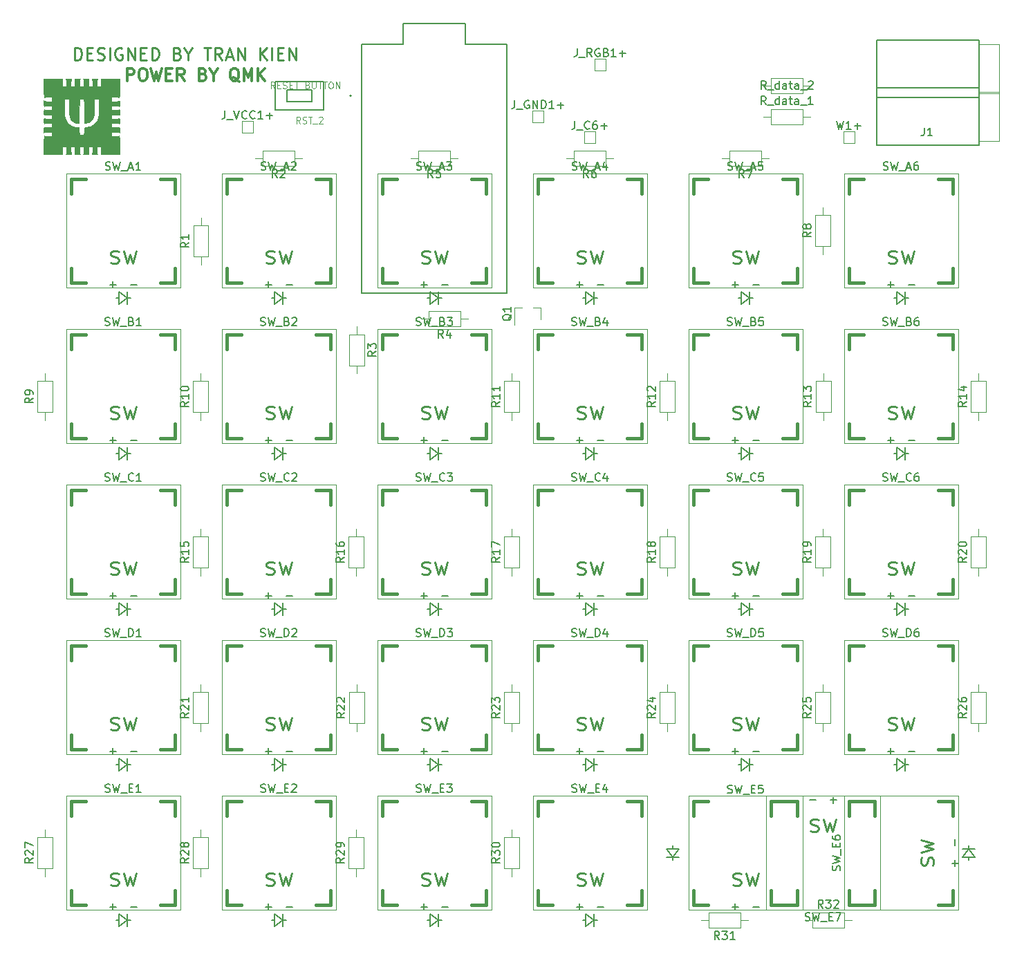
<source format=gbr>
G04 #@! TF.GenerationSoftware,KiCad,Pcbnew,(5.1.0)-1*
G04 #@! TF.CreationDate,2019-04-03T00:52:31+07:00*
G04 #@! TF.ProjectId,Nyquist,4e797175-6973-4742-9e6b-696361645f70,rev?*
G04 #@! TF.SameCoordinates,Original*
G04 #@! TF.FileFunction,Legend,Top*
G04 #@! TF.FilePolarity,Positive*
%FSLAX46Y46*%
G04 Gerber Fmt 4.6, Leading zero omitted, Abs format (unit mm)*
G04 Created by KiCad (PCBNEW (5.1.0)-1) date 2019-04-03 00:52:31*
%MOMM*%
%LPD*%
G04 APERTURE LIST*
%ADD10C,0.300000*%
%ADD11C,0.250000*%
%ADD12C,0.010000*%
%ADD13C,0.120000*%
%ADD14C,0.200000*%
%ADD15C,0.100000*%
%ADD16C,0.381000*%
%ADD17C,0.127000*%
%ADD18C,0.150000*%
%ADD19C,0.254000*%
%ADD20C,0.050000*%
G04 APERTURE END LIST*
D10*
X72887142Y-26078571D02*
X72887142Y-24578571D01*
X73458571Y-24578571D01*
X73601428Y-24650000D01*
X73672857Y-24721428D01*
X73744285Y-24864285D01*
X73744285Y-25078571D01*
X73672857Y-25221428D01*
X73601428Y-25292857D01*
X73458571Y-25364285D01*
X72887142Y-25364285D01*
X74672857Y-24578571D02*
X74958571Y-24578571D01*
X75101428Y-24650000D01*
X75244285Y-24792857D01*
X75315714Y-25078571D01*
X75315714Y-25578571D01*
X75244285Y-25864285D01*
X75101428Y-26007142D01*
X74958571Y-26078571D01*
X74672857Y-26078571D01*
X74530000Y-26007142D01*
X74387142Y-25864285D01*
X74315714Y-25578571D01*
X74315714Y-25078571D01*
X74387142Y-24792857D01*
X74530000Y-24650000D01*
X74672857Y-24578571D01*
X75815714Y-24578571D02*
X76172857Y-26078571D01*
X76458571Y-25007142D01*
X76744285Y-26078571D01*
X77101428Y-24578571D01*
X77672857Y-25292857D02*
X78172857Y-25292857D01*
X78387142Y-26078571D02*
X77672857Y-26078571D01*
X77672857Y-24578571D01*
X78387142Y-24578571D01*
X79887142Y-26078571D02*
X79387142Y-25364285D01*
X79030000Y-26078571D02*
X79030000Y-24578571D01*
X79601428Y-24578571D01*
X79744285Y-24650000D01*
X79815714Y-24721428D01*
X79887142Y-24864285D01*
X79887142Y-25078571D01*
X79815714Y-25221428D01*
X79744285Y-25292857D01*
X79601428Y-25364285D01*
X79030000Y-25364285D01*
X82172857Y-25292857D02*
X82387142Y-25364285D01*
X82458571Y-25435714D01*
X82530000Y-25578571D01*
X82530000Y-25792857D01*
X82458571Y-25935714D01*
X82387142Y-26007142D01*
X82244285Y-26078571D01*
X81672857Y-26078571D01*
X81672857Y-24578571D01*
X82172857Y-24578571D01*
X82315714Y-24650000D01*
X82387142Y-24721428D01*
X82458571Y-24864285D01*
X82458571Y-25007142D01*
X82387142Y-25150000D01*
X82315714Y-25221428D01*
X82172857Y-25292857D01*
X81672857Y-25292857D01*
X83458571Y-25364285D02*
X83458571Y-26078571D01*
X82958571Y-24578571D02*
X83458571Y-25364285D01*
X83958571Y-24578571D01*
X86601428Y-26221428D02*
X86458571Y-26150000D01*
X86315714Y-26007142D01*
X86101428Y-25792857D01*
X85958571Y-25721428D01*
X85815714Y-25721428D01*
X85887142Y-26078571D02*
X85744285Y-26007142D01*
X85601428Y-25864285D01*
X85530000Y-25578571D01*
X85530000Y-25078571D01*
X85601428Y-24792857D01*
X85744285Y-24650000D01*
X85887142Y-24578571D01*
X86172857Y-24578571D01*
X86315714Y-24650000D01*
X86458571Y-24792857D01*
X86530000Y-25078571D01*
X86530000Y-25578571D01*
X86458571Y-25864285D01*
X86315714Y-26007142D01*
X86172857Y-26078571D01*
X85887142Y-26078571D01*
X87172857Y-26078571D02*
X87172857Y-24578571D01*
X87672857Y-25650000D01*
X88172857Y-24578571D01*
X88172857Y-26078571D01*
X88887142Y-26078571D02*
X88887142Y-24578571D01*
X89744285Y-26078571D02*
X89101428Y-25221428D01*
X89744285Y-24578571D02*
X88887142Y-25435714D01*
D11*
X66474285Y-23538571D02*
X66474285Y-22038571D01*
X66831428Y-22038571D01*
X67045714Y-22110000D01*
X67188571Y-22252857D01*
X67260000Y-22395714D01*
X67331428Y-22681428D01*
X67331428Y-22895714D01*
X67260000Y-23181428D01*
X67188571Y-23324285D01*
X67045714Y-23467142D01*
X66831428Y-23538571D01*
X66474285Y-23538571D01*
X67974285Y-22752857D02*
X68474285Y-22752857D01*
X68688571Y-23538571D02*
X67974285Y-23538571D01*
X67974285Y-22038571D01*
X68688571Y-22038571D01*
X69260000Y-23467142D02*
X69474285Y-23538571D01*
X69831428Y-23538571D01*
X69974285Y-23467142D01*
X70045714Y-23395714D01*
X70117142Y-23252857D01*
X70117142Y-23110000D01*
X70045714Y-22967142D01*
X69974285Y-22895714D01*
X69831428Y-22824285D01*
X69545714Y-22752857D01*
X69402857Y-22681428D01*
X69331428Y-22610000D01*
X69260000Y-22467142D01*
X69260000Y-22324285D01*
X69331428Y-22181428D01*
X69402857Y-22110000D01*
X69545714Y-22038571D01*
X69902857Y-22038571D01*
X70117142Y-22110000D01*
X70760000Y-23538571D02*
X70760000Y-22038571D01*
X72260000Y-22110000D02*
X72117142Y-22038571D01*
X71902857Y-22038571D01*
X71688571Y-22110000D01*
X71545714Y-22252857D01*
X71474285Y-22395714D01*
X71402857Y-22681428D01*
X71402857Y-22895714D01*
X71474285Y-23181428D01*
X71545714Y-23324285D01*
X71688571Y-23467142D01*
X71902857Y-23538571D01*
X72045714Y-23538571D01*
X72260000Y-23467142D01*
X72331428Y-23395714D01*
X72331428Y-22895714D01*
X72045714Y-22895714D01*
X72974285Y-23538571D02*
X72974285Y-22038571D01*
X73831428Y-23538571D01*
X73831428Y-22038571D01*
X74545714Y-22752857D02*
X75045714Y-22752857D01*
X75260000Y-23538571D02*
X74545714Y-23538571D01*
X74545714Y-22038571D01*
X75260000Y-22038571D01*
X75902857Y-23538571D02*
X75902857Y-22038571D01*
X76260000Y-22038571D01*
X76474285Y-22110000D01*
X76617142Y-22252857D01*
X76688571Y-22395714D01*
X76760000Y-22681428D01*
X76760000Y-22895714D01*
X76688571Y-23181428D01*
X76617142Y-23324285D01*
X76474285Y-23467142D01*
X76260000Y-23538571D01*
X75902857Y-23538571D01*
X79045714Y-22752857D02*
X79260000Y-22824285D01*
X79331428Y-22895714D01*
X79402857Y-23038571D01*
X79402857Y-23252857D01*
X79331428Y-23395714D01*
X79260000Y-23467142D01*
X79117142Y-23538571D01*
X78545714Y-23538571D01*
X78545714Y-22038571D01*
X79045714Y-22038571D01*
X79188571Y-22110000D01*
X79260000Y-22181428D01*
X79331428Y-22324285D01*
X79331428Y-22467142D01*
X79260000Y-22610000D01*
X79188571Y-22681428D01*
X79045714Y-22752857D01*
X78545714Y-22752857D01*
X80331428Y-22824285D02*
X80331428Y-23538571D01*
X79831428Y-22038571D02*
X80331428Y-22824285D01*
X80831428Y-22038571D01*
X82260000Y-22038571D02*
X83117142Y-22038571D01*
X82688571Y-23538571D02*
X82688571Y-22038571D01*
X84474285Y-23538571D02*
X83974285Y-22824285D01*
X83617142Y-23538571D02*
X83617142Y-22038571D01*
X84188571Y-22038571D01*
X84331428Y-22110000D01*
X84402857Y-22181428D01*
X84474285Y-22324285D01*
X84474285Y-22538571D01*
X84402857Y-22681428D01*
X84331428Y-22752857D01*
X84188571Y-22824285D01*
X83617142Y-22824285D01*
X85045714Y-23110000D02*
X85760000Y-23110000D01*
X84902857Y-23538571D02*
X85402857Y-22038571D01*
X85902857Y-23538571D01*
X86402857Y-23538571D02*
X86402857Y-22038571D01*
X87260000Y-23538571D01*
X87260000Y-22038571D01*
X89117142Y-23538571D02*
X89117142Y-22038571D01*
X89974285Y-23538571D02*
X89331428Y-22681428D01*
X89974285Y-22038571D02*
X89117142Y-22895714D01*
X90617142Y-23538571D02*
X90617142Y-22038571D01*
X91331428Y-22752857D02*
X91831428Y-22752857D01*
X92045714Y-23538571D02*
X91331428Y-23538571D01*
X91331428Y-22038571D01*
X92045714Y-22038571D01*
X92688571Y-23538571D02*
X92688571Y-22038571D01*
X93545714Y-23538571D01*
X93545714Y-22038571D01*
D12*
G36*
X64113948Y-25861951D02*
G01*
X64334363Y-25862418D01*
X64515446Y-25863317D01*
X64660623Y-25864751D01*
X64773318Y-25866820D01*
X64856957Y-25869625D01*
X64914965Y-25873266D01*
X64950765Y-25877843D01*
X64967785Y-25883458D01*
X64969447Y-25890211D01*
X64964914Y-25894551D01*
X64949217Y-25909241D01*
X64937461Y-25931516D01*
X64928926Y-25967918D01*
X64922894Y-26024988D01*
X64918647Y-26109265D01*
X64915466Y-26227292D01*
X64912919Y-26367915D01*
X64905747Y-26808546D01*
X65439637Y-26808546D01*
X65439637Y-26381364D01*
X65439312Y-26229973D01*
X65437891Y-26117869D01*
X65434701Y-26038158D01*
X65429069Y-25983946D01*
X65420322Y-25948341D01*
X65407789Y-25924449D01*
X65393455Y-25908000D01*
X65347273Y-25861819D01*
X65706831Y-25861819D01*
X65842450Y-25862184D01*
X65937760Y-25863721D01*
X65998632Y-25867088D01*
X66030936Y-25872943D01*
X66040542Y-25881947D01*
X66033321Y-25894757D01*
X66030104Y-25898104D01*
X66017112Y-25917681D01*
X66007545Y-25950898D01*
X66000918Y-26004082D01*
X65996746Y-26083563D01*
X65994545Y-26195668D01*
X65993828Y-26346727D01*
X65993819Y-26371468D01*
X65993819Y-26808546D01*
X66501819Y-26808546D01*
X66501819Y-26377409D01*
X66501305Y-26222295D01*
X66499409Y-26106759D01*
X66495598Y-26024206D01*
X66489339Y-25968041D01*
X66480101Y-25931669D01*
X66467351Y-25908494D01*
X66463603Y-25904046D01*
X66451076Y-25887991D01*
X66451297Y-25876624D01*
X66470294Y-25869135D01*
X66514096Y-25864718D01*
X66588729Y-25862566D01*
X66700221Y-25861872D01*
X66778909Y-25861819D01*
X66913098Y-25862058D01*
X67007132Y-25863313D01*
X67067040Y-25866392D01*
X67098849Y-25872101D01*
X67108587Y-25881248D01*
X67102281Y-25894641D01*
X67094215Y-25904046D01*
X67080517Y-25924978D01*
X67070462Y-25957481D01*
X67063517Y-26008148D01*
X67059152Y-26083576D01*
X67056833Y-26190360D01*
X67056028Y-26335095D01*
X67056000Y-26377409D01*
X67056000Y-26808546D01*
X67564000Y-26808546D01*
X67564000Y-26377409D01*
X67563487Y-26222295D01*
X67561590Y-26106759D01*
X67557780Y-26024206D01*
X67551521Y-25968041D01*
X67542283Y-25931669D01*
X67529533Y-25908494D01*
X67525785Y-25904046D01*
X67513257Y-25887991D01*
X67513479Y-25876624D01*
X67532476Y-25869135D01*
X67576278Y-25864718D01*
X67650911Y-25862566D01*
X67762403Y-25861872D01*
X67841091Y-25861819D01*
X67975279Y-25862058D01*
X68069314Y-25863313D01*
X68129222Y-25866392D01*
X68161031Y-25872101D01*
X68170769Y-25881248D01*
X68164463Y-25894641D01*
X68156397Y-25904046D01*
X68142699Y-25924978D01*
X68132643Y-25957481D01*
X68125699Y-26008148D01*
X68121334Y-26083576D01*
X68119015Y-26190360D01*
X68118209Y-26335095D01*
X68118182Y-26377409D01*
X68118182Y-26808546D01*
X68626182Y-26808546D01*
X68626182Y-26371468D01*
X68625635Y-26214421D01*
X68623672Y-26097217D01*
X68619807Y-26013529D01*
X68613555Y-25957028D01*
X68604431Y-25921385D01*
X68591950Y-25900271D01*
X68589896Y-25898104D01*
X68579798Y-25884381D01*
X68585254Y-25874607D01*
X68612132Y-25868125D01*
X68666304Y-25864274D01*
X68753641Y-25862396D01*
X68880011Y-25861832D01*
X68913169Y-25861819D01*
X69272728Y-25861819D01*
X69226546Y-25908000D01*
X69210214Y-25927331D01*
X69198249Y-25952441D01*
X69189976Y-25990224D01*
X69184724Y-26047574D01*
X69181821Y-26131384D01*
X69180593Y-26248546D01*
X69180364Y-26381364D01*
X69180364Y-26808546D01*
X69714254Y-26808546D01*
X69707082Y-26367915D01*
X69704246Y-26213889D01*
X69700992Y-26099503D01*
X69696600Y-26018217D01*
X69690352Y-25963490D01*
X69681529Y-25928782D01*
X69669414Y-25907551D01*
X69655087Y-25894551D01*
X69649611Y-25887113D01*
X69657563Y-25880870D01*
X69682368Y-25875721D01*
X69727452Y-25871565D01*
X69796239Y-25868302D01*
X69892155Y-25865832D01*
X70018624Y-25864052D01*
X70179071Y-25862864D01*
X70376921Y-25862166D01*
X70615599Y-25861858D01*
X70769223Y-25861819D01*
X71928182Y-25861819D01*
X71928182Y-27020777D01*
X71928049Y-27283948D01*
X71927583Y-27504363D01*
X71926683Y-27685446D01*
X71925249Y-27830623D01*
X71923180Y-27943318D01*
X71920376Y-28026957D01*
X71916735Y-28084965D01*
X71912158Y-28120765D01*
X71906543Y-28137785D01*
X71899790Y-28139447D01*
X71895449Y-28134914D01*
X71880760Y-28119217D01*
X71858485Y-28107461D01*
X71822082Y-28098926D01*
X71765013Y-28092894D01*
X71680735Y-28088647D01*
X71562709Y-28085466D01*
X71422086Y-28082919D01*
X70981455Y-28075747D01*
X70981455Y-28609637D01*
X71408637Y-28609637D01*
X71560027Y-28609312D01*
X71672132Y-28607891D01*
X71751843Y-28604701D01*
X71806054Y-28599069D01*
X71841659Y-28590322D01*
X71865551Y-28577789D01*
X71882000Y-28563455D01*
X71899450Y-28547132D01*
X71911836Y-28542629D01*
X71920025Y-28555836D01*
X71924887Y-28592641D01*
X71927289Y-28658935D01*
X71928098Y-28760605D01*
X71928182Y-28876831D01*
X71927816Y-29012450D01*
X71926279Y-29107760D01*
X71922913Y-29168632D01*
X71917057Y-29200936D01*
X71908054Y-29210542D01*
X71895244Y-29203321D01*
X71891896Y-29200104D01*
X71872319Y-29187112D01*
X71839103Y-29177545D01*
X71785919Y-29170918D01*
X71706438Y-29166746D01*
X71594332Y-29164545D01*
X71443273Y-29163828D01*
X71418533Y-29163819D01*
X70981455Y-29163819D01*
X70981455Y-29671819D01*
X71412591Y-29671819D01*
X71567706Y-29671305D01*
X71683242Y-29669409D01*
X71765795Y-29665598D01*
X71821960Y-29659339D01*
X71858332Y-29650101D01*
X71881506Y-29637351D01*
X71885955Y-29633603D01*
X71902009Y-29621076D01*
X71913377Y-29621297D01*
X71920866Y-29640294D01*
X71925282Y-29684096D01*
X71927434Y-29758729D01*
X71928129Y-29870221D01*
X71928182Y-29948909D01*
X71927943Y-30083098D01*
X71926688Y-30177132D01*
X71923609Y-30237040D01*
X71917900Y-30268849D01*
X71908752Y-30278587D01*
X71895360Y-30272281D01*
X71885955Y-30264215D01*
X71865022Y-30250517D01*
X71832520Y-30240462D01*
X71781852Y-30233517D01*
X71706424Y-30229152D01*
X71599640Y-30226833D01*
X71454905Y-30226028D01*
X71412591Y-30226000D01*
X70981455Y-30226000D01*
X70981455Y-30734000D01*
X71412591Y-30734000D01*
X71567706Y-30733487D01*
X71683242Y-30731590D01*
X71765795Y-30727780D01*
X71821960Y-30721521D01*
X71858332Y-30712283D01*
X71881506Y-30699533D01*
X71885955Y-30695785D01*
X71902009Y-30683257D01*
X71913377Y-30683479D01*
X71920866Y-30702476D01*
X71925282Y-30746278D01*
X71927434Y-30820911D01*
X71928129Y-30932403D01*
X71928182Y-31011091D01*
X71927943Y-31145279D01*
X71926688Y-31239314D01*
X71923609Y-31299222D01*
X71917900Y-31331031D01*
X71908752Y-31340769D01*
X71895360Y-31334463D01*
X71885955Y-31326397D01*
X71865022Y-31312699D01*
X71832520Y-31302643D01*
X71781852Y-31295699D01*
X71706424Y-31291334D01*
X71599640Y-31289015D01*
X71454905Y-31288209D01*
X71412591Y-31288182D01*
X70981455Y-31288182D01*
X70981455Y-31796182D01*
X71418533Y-31796182D01*
X71575580Y-31795635D01*
X71692784Y-31793672D01*
X71776472Y-31789807D01*
X71832973Y-31783555D01*
X71868616Y-31774431D01*
X71889730Y-31761950D01*
X71891896Y-31759896D01*
X71905620Y-31749798D01*
X71915393Y-31755254D01*
X71921876Y-31782132D01*
X71925727Y-31836304D01*
X71927605Y-31923641D01*
X71928169Y-32050011D01*
X71928182Y-32083169D01*
X71928182Y-32442728D01*
X71882000Y-32396546D01*
X71862670Y-32380214D01*
X71837559Y-32368249D01*
X71799776Y-32359976D01*
X71742426Y-32354724D01*
X71658617Y-32351821D01*
X71541454Y-32350593D01*
X71408637Y-32350364D01*
X70981455Y-32350364D01*
X70981455Y-32884254D01*
X71422086Y-32877082D01*
X71576112Y-32874246D01*
X71690497Y-32870992D01*
X71771783Y-32866600D01*
X71826510Y-32860352D01*
X71861219Y-32851529D01*
X71882449Y-32839414D01*
X71895449Y-32825087D01*
X71902887Y-32819611D01*
X71909131Y-32827563D01*
X71914280Y-32852368D01*
X71918435Y-32897452D01*
X71921698Y-32966239D01*
X71924169Y-33062155D01*
X71925948Y-33188624D01*
X71927136Y-33349071D01*
X71927834Y-33546921D01*
X71928142Y-33785599D01*
X71928182Y-33939223D01*
X71928182Y-35098182D01*
X70769223Y-35098182D01*
X70506052Y-35098049D01*
X70285638Y-35097583D01*
X70104555Y-35096683D01*
X69959378Y-35095249D01*
X69846682Y-35093180D01*
X69763043Y-35090376D01*
X69705036Y-35086735D01*
X69669235Y-35082158D01*
X69652216Y-35076543D01*
X69650554Y-35069790D01*
X69655087Y-35065449D01*
X69670783Y-35050760D01*
X69682540Y-35028485D01*
X69691075Y-34992082D01*
X69697107Y-34935013D01*
X69701354Y-34850735D01*
X69704535Y-34732709D01*
X69707082Y-34592086D01*
X69714254Y-34151455D01*
X69180364Y-34151455D01*
X69180364Y-34578637D01*
X69180688Y-34730027D01*
X69182109Y-34842132D01*
X69185300Y-34921843D01*
X69190932Y-34976054D01*
X69199678Y-35011659D01*
X69212212Y-35035551D01*
X69226546Y-35052000D01*
X69272728Y-35098182D01*
X68913169Y-35098182D01*
X68777550Y-35097816D01*
X68682240Y-35096279D01*
X68621369Y-35092913D01*
X68589065Y-35087057D01*
X68579459Y-35078054D01*
X68586680Y-35065244D01*
X68589896Y-35061896D01*
X68602889Y-35042319D01*
X68612456Y-35009103D01*
X68619083Y-34955919D01*
X68623254Y-34876438D01*
X68625456Y-34764332D01*
X68626173Y-34613273D01*
X68626182Y-34588533D01*
X68626182Y-34151455D01*
X68118182Y-34151455D01*
X68118182Y-34582591D01*
X68118696Y-34737706D01*
X68120592Y-34853242D01*
X68124403Y-34935795D01*
X68130661Y-34991960D01*
X68139899Y-35028332D01*
X68152649Y-35051506D01*
X68156397Y-35055955D01*
X68168925Y-35072009D01*
X68168704Y-35083377D01*
X68149706Y-35090866D01*
X68105905Y-35095282D01*
X68031272Y-35097434D01*
X67919779Y-35098129D01*
X67841091Y-35098182D01*
X67706903Y-35097943D01*
X67612869Y-35096688D01*
X67552961Y-35093609D01*
X67521151Y-35087900D01*
X67511413Y-35078752D01*
X67517719Y-35065360D01*
X67525785Y-35055955D01*
X67539484Y-35035022D01*
X67549539Y-35002520D01*
X67556483Y-34951852D01*
X67560849Y-34876424D01*
X67563168Y-34769640D01*
X67563973Y-34624905D01*
X67564000Y-34582591D01*
X67564000Y-34151455D01*
X67056000Y-34151455D01*
X67056000Y-34582591D01*
X67056514Y-34737706D01*
X67058410Y-34853242D01*
X67062221Y-34935795D01*
X67068479Y-34991960D01*
X67077717Y-35028332D01*
X67090468Y-35051506D01*
X67094215Y-35055955D01*
X67106743Y-35072009D01*
X67106522Y-35083377D01*
X67087524Y-35090866D01*
X67043723Y-35095282D01*
X66969090Y-35097434D01*
X66857598Y-35098129D01*
X66778909Y-35098182D01*
X66644721Y-35097943D01*
X66550687Y-35096688D01*
X66490779Y-35093609D01*
X66458970Y-35087900D01*
X66449232Y-35078752D01*
X66455537Y-35065360D01*
X66463603Y-35055955D01*
X66477302Y-35035022D01*
X66487357Y-35002520D01*
X66494301Y-34951852D01*
X66498667Y-34876424D01*
X66500986Y-34769640D01*
X66501791Y-34624905D01*
X66501819Y-34582591D01*
X66501819Y-34151455D01*
X65993819Y-34151455D01*
X65993819Y-34588533D01*
X65994365Y-34745580D01*
X65996328Y-34862784D01*
X66000194Y-34946472D01*
X66006446Y-35002973D01*
X66015570Y-35038616D01*
X66028051Y-35059730D01*
X66030104Y-35061896D01*
X66040202Y-35075620D01*
X66034747Y-35085393D01*
X66007869Y-35091876D01*
X65953696Y-35095727D01*
X65866360Y-35097605D01*
X65739989Y-35098169D01*
X65706831Y-35098182D01*
X65571119Y-35098037D01*
X65475700Y-35097025D01*
X65414685Y-35094277D01*
X65382184Y-35088925D01*
X65372309Y-35080102D01*
X65379171Y-35066939D01*
X65393455Y-35052000D01*
X65409786Y-35032670D01*
X65421752Y-35007559D01*
X65430025Y-34969776D01*
X65435276Y-34912426D01*
X65438180Y-34828617D01*
X65439408Y-34711454D01*
X65439637Y-34578637D01*
X65439637Y-34151455D01*
X64905747Y-34151455D01*
X64912919Y-34592086D01*
X64915754Y-34746112D01*
X64919009Y-34860497D01*
X64923401Y-34941783D01*
X64929649Y-34996510D01*
X64938471Y-35031219D01*
X64950587Y-35052449D01*
X64964914Y-35065449D01*
X64970390Y-35072887D01*
X64962438Y-35079131D01*
X64937632Y-35084280D01*
X64892549Y-35088435D01*
X64823761Y-35091698D01*
X64727846Y-35094169D01*
X64601377Y-35095948D01*
X64440930Y-35097136D01*
X64243080Y-35097834D01*
X64004402Y-35098142D01*
X63850777Y-35098182D01*
X62691819Y-35098182D01*
X62691819Y-33939223D01*
X62691951Y-33676052D01*
X62692418Y-33455638D01*
X62693317Y-33274555D01*
X62694751Y-33129378D01*
X62696820Y-33016682D01*
X62699625Y-32933043D01*
X62703266Y-32875036D01*
X62707843Y-32839235D01*
X62713458Y-32822216D01*
X62720211Y-32820554D01*
X62724551Y-32825087D01*
X62739241Y-32840783D01*
X62761516Y-32852540D01*
X62797918Y-32861075D01*
X62854988Y-32867107D01*
X62939265Y-32871354D01*
X63057292Y-32874535D01*
X63197915Y-32877082D01*
X63638546Y-32884254D01*
X63638546Y-32350364D01*
X63211364Y-32350364D01*
X63059973Y-32350688D01*
X62947869Y-32352109D01*
X62868158Y-32355300D01*
X62813946Y-32360932D01*
X62778341Y-32369678D01*
X62754449Y-32382212D01*
X62738000Y-32396546D01*
X62691819Y-32442728D01*
X62691819Y-32083169D01*
X62692184Y-31947550D01*
X62693721Y-31852240D01*
X62697088Y-31791369D01*
X62702943Y-31759065D01*
X62711947Y-31749459D01*
X62724757Y-31756680D01*
X62728104Y-31759896D01*
X62747681Y-31772889D01*
X62780898Y-31782456D01*
X62834082Y-31789083D01*
X62913563Y-31793254D01*
X63025668Y-31795456D01*
X63176727Y-31796173D01*
X63201468Y-31796182D01*
X63638546Y-31796182D01*
X63638546Y-31288182D01*
X63207409Y-31288182D01*
X63052295Y-31288696D01*
X62936759Y-31290592D01*
X62854206Y-31294403D01*
X62798041Y-31300661D01*
X62761669Y-31309899D01*
X62738494Y-31322649D01*
X62734046Y-31326397D01*
X62717991Y-31338925D01*
X62706624Y-31338704D01*
X62699135Y-31319706D01*
X62694718Y-31275905D01*
X62692566Y-31201272D01*
X62691872Y-31089779D01*
X62691819Y-31011091D01*
X62692058Y-30876903D01*
X62693313Y-30782869D01*
X62696392Y-30722961D01*
X62702101Y-30691151D01*
X62711248Y-30681413D01*
X62724641Y-30687719D01*
X62734046Y-30695785D01*
X62754978Y-30709484D01*
X62787481Y-30719539D01*
X62838148Y-30726483D01*
X62913576Y-30730849D01*
X63020360Y-30733168D01*
X63165095Y-30733973D01*
X63207409Y-30734000D01*
X63638546Y-30734000D01*
X63638546Y-30226000D01*
X63207409Y-30226000D01*
X63052295Y-30226514D01*
X62936759Y-30228410D01*
X62854206Y-30232221D01*
X62798041Y-30238479D01*
X62761669Y-30247717D01*
X62738494Y-30260468D01*
X62734046Y-30264215D01*
X62717991Y-30276743D01*
X62706624Y-30276522D01*
X62699135Y-30257524D01*
X62694718Y-30213723D01*
X62692566Y-30139090D01*
X62691872Y-30027598D01*
X62691819Y-29948909D01*
X62692058Y-29814721D01*
X62693313Y-29720687D01*
X62696392Y-29660779D01*
X62702101Y-29628970D01*
X62711248Y-29619232D01*
X62724641Y-29625537D01*
X62734046Y-29633603D01*
X62754978Y-29647302D01*
X62787481Y-29657357D01*
X62838148Y-29664301D01*
X62913576Y-29668667D01*
X63020360Y-29670986D01*
X63165095Y-29671791D01*
X63207409Y-29671818D01*
X63638546Y-29671819D01*
X63638546Y-29335396D01*
X65208728Y-29335396D01*
X65208728Y-29338057D01*
X65208862Y-29583118D01*
X65209396Y-29786987D01*
X65210521Y-29954656D01*
X65212430Y-30091114D01*
X65215317Y-30201352D01*
X65219375Y-30290360D01*
X65224797Y-30363128D01*
X65231775Y-30424647D01*
X65240503Y-30479906D01*
X65251174Y-30533897D01*
X65255817Y-30555290D01*
X65334540Y-30820962D01*
X65446486Y-31054788D01*
X65591805Y-31256895D01*
X65770650Y-31427409D01*
X65983170Y-31566458D01*
X66229518Y-31674168D01*
X66509844Y-31750667D01*
X66720493Y-31784989D01*
X66827703Y-31798225D01*
X66916644Y-31809086D01*
X66978205Y-31816470D01*
X67003276Y-31819271D01*
X67003356Y-31819273D01*
X67005427Y-31841145D01*
X67007223Y-31901888D01*
X67008630Y-31994189D01*
X67009532Y-32110737D01*
X67009819Y-32232082D01*
X67010521Y-32386513D01*
X67012930Y-32500775D01*
X67017498Y-32580863D01*
X67024674Y-32632774D01*
X67034912Y-32662503D01*
X67042979Y-32672411D01*
X67121398Y-32713052D01*
X67228439Y-32735583D01*
X67349645Y-32738538D01*
X67470559Y-32720446D01*
X67483182Y-32717119D01*
X67545306Y-32695068D01*
X67586834Y-32671429D01*
X67592510Y-32665293D01*
X67598035Y-32634588D01*
X67602848Y-32565704D01*
X67606630Y-32466641D01*
X67609061Y-32345402D01*
X67609829Y-32231166D01*
X67610182Y-31823332D01*
X67696773Y-31810183D01*
X67762248Y-31800776D01*
X67854887Y-31788121D01*
X67956036Y-31774761D01*
X67968647Y-31773130D01*
X68185423Y-31728853D01*
X68402309Y-31654606D01*
X68607893Y-31555868D01*
X68790761Y-31438112D01*
X68938645Y-31307726D01*
X69100606Y-31110645D01*
X69225741Y-30899777D01*
X69319311Y-30665141D01*
X69364583Y-30499935D01*
X69376057Y-30448028D01*
X69385493Y-30396264D01*
X69393087Y-30339646D01*
X69399038Y-30273179D01*
X69403542Y-30191869D01*
X69406796Y-30090718D01*
X69408999Y-29964731D01*
X69410346Y-29808914D01*
X69411036Y-29618269D01*
X69411265Y-29387802D01*
X69411273Y-29317339D01*
X69411202Y-29078464D01*
X69410866Y-28881588D01*
X69410079Y-28722529D01*
X69408655Y-28597104D01*
X69406410Y-28501132D01*
X69403157Y-28430429D01*
X69398711Y-28380813D01*
X69392887Y-28348101D01*
X69385499Y-28328112D01*
X69376362Y-28316663D01*
X69366609Y-28310267D01*
X69317920Y-28297257D01*
X69239228Y-28289361D01*
X69144072Y-28286443D01*
X69045995Y-28288367D01*
X68958538Y-28294996D01*
X68895241Y-28306194D01*
X68874256Y-28315228D01*
X68864992Y-28326098D01*
X68857253Y-28346055D01*
X68850852Y-28379198D01*
X68845603Y-28429629D01*
X68841318Y-28501449D01*
X68837811Y-28598757D01*
X68834895Y-28725655D01*
X68832383Y-28886245D01*
X68830088Y-29084625D01*
X68827825Y-29324899D01*
X68827719Y-29337000D01*
X68825471Y-29579519D01*
X68823212Y-29780580D01*
X68820711Y-29944908D01*
X68817739Y-30077227D01*
X68814065Y-30182260D01*
X68809459Y-30264732D01*
X68803691Y-30329366D01*
X68796531Y-30380886D01*
X68787749Y-30424017D01*
X68777113Y-30463481D01*
X68772022Y-30480152D01*
X68684914Y-30701947D01*
X68573167Y-30885653D01*
X68434541Y-31033097D01*
X68266796Y-31146107D01*
X68067695Y-31226508D01*
X67834997Y-31276127D01*
X67789137Y-31281957D01*
X67610182Y-31302608D01*
X67610182Y-29830772D01*
X67610102Y-29531972D01*
X67609804Y-29275970D01*
X67609204Y-29059383D01*
X67608214Y-28878827D01*
X67606749Y-28730919D01*
X67604724Y-28612275D01*
X67602053Y-28519511D01*
X67598649Y-28449245D01*
X67594428Y-28398092D01*
X67589303Y-28362669D01*
X67583188Y-28339593D01*
X67575999Y-28325480D01*
X67571899Y-28320653D01*
X67530716Y-28302789D01*
X67457745Y-28291496D01*
X67365137Y-28286506D01*
X67265042Y-28287551D01*
X67169613Y-28294364D01*
X67090999Y-28306676D01*
X67041352Y-28324219D01*
X67032386Y-28332546D01*
X67028011Y-28362400D01*
X67024019Y-28435728D01*
X67020452Y-28549824D01*
X67017348Y-28701980D01*
X67014748Y-28889491D01*
X67012692Y-29109649D01*
X67011220Y-29359748D01*
X67010371Y-29637082D01*
X67010172Y-29834895D01*
X67009819Y-31302608D01*
X66830864Y-31281957D01*
X66588462Y-31235997D01*
X66379033Y-31157744D01*
X66202330Y-31046987D01*
X66058109Y-30903517D01*
X65946122Y-30727125D01*
X65866124Y-30517599D01*
X65846626Y-30440806D01*
X65836946Y-30391294D01*
X65829025Y-30333529D01*
X65822699Y-30262682D01*
X65817806Y-30173925D01*
X65814180Y-30062429D01*
X65811660Y-29923365D01*
X65810082Y-29751905D01*
X65809282Y-29543219D01*
X65809091Y-29331807D01*
X65808902Y-29094179D01*
X65808231Y-28898468D01*
X65806924Y-28740412D01*
X65804828Y-28615749D01*
X65801787Y-28520215D01*
X65797648Y-28449548D01*
X65792258Y-28399484D01*
X65785460Y-28365762D01*
X65777102Y-28344118D01*
X65773146Y-28337684D01*
X65752411Y-28313634D01*
X65724336Y-28298520D01*
X65678755Y-28290301D01*
X65605506Y-28286935D01*
X65517627Y-28286364D01*
X65416770Y-28288801D01*
X65329746Y-28295333D01*
X65269482Y-28304790D01*
X65253391Y-28310267D01*
X65242644Y-28317559D01*
X65233774Y-28329619D01*
X65226600Y-28350586D01*
X65220944Y-28384597D01*
X65216625Y-28435787D01*
X65213463Y-28508295D01*
X65211280Y-28606258D01*
X65209894Y-28733812D01*
X65209127Y-28895095D01*
X65208798Y-29094244D01*
X65208728Y-29335396D01*
X63638546Y-29335396D01*
X63638546Y-29163819D01*
X63201468Y-29163818D01*
X63044421Y-29164365D01*
X62927217Y-29166328D01*
X62843529Y-29170194D01*
X62787028Y-29176446D01*
X62751385Y-29185570D01*
X62730271Y-29198051D01*
X62728104Y-29200104D01*
X62714381Y-29210202D01*
X62704607Y-29204747D01*
X62698125Y-29177869D01*
X62694274Y-29123696D01*
X62692396Y-29036360D01*
X62691832Y-28909989D01*
X62691819Y-28876831D01*
X62691819Y-28517273D01*
X62738000Y-28563455D01*
X62757331Y-28579786D01*
X62782441Y-28591752D01*
X62820224Y-28600025D01*
X62877574Y-28605276D01*
X62961384Y-28608180D01*
X63078546Y-28609408D01*
X63211364Y-28609637D01*
X63638546Y-28609637D01*
X63638546Y-28075747D01*
X63197915Y-28082919D01*
X63043889Y-28085754D01*
X62929503Y-28089009D01*
X62848217Y-28093401D01*
X62793490Y-28099649D01*
X62758782Y-28108471D01*
X62737551Y-28120587D01*
X62724551Y-28134914D01*
X62717113Y-28140390D01*
X62710870Y-28132438D01*
X62705721Y-28107632D01*
X62701565Y-28062549D01*
X62698302Y-27993761D01*
X62695832Y-27897846D01*
X62694052Y-27771377D01*
X62692864Y-27610930D01*
X62692166Y-27413080D01*
X62691858Y-27174402D01*
X62691819Y-27020777D01*
X62691819Y-25861819D01*
X63850777Y-25861819D01*
X64113948Y-25861951D01*
X64113948Y-25861951D01*
G37*
X64113948Y-25861951D02*
X64334363Y-25862418D01*
X64515446Y-25863317D01*
X64660623Y-25864751D01*
X64773318Y-25866820D01*
X64856957Y-25869625D01*
X64914965Y-25873266D01*
X64950765Y-25877843D01*
X64967785Y-25883458D01*
X64969447Y-25890211D01*
X64964914Y-25894551D01*
X64949217Y-25909241D01*
X64937461Y-25931516D01*
X64928926Y-25967918D01*
X64922894Y-26024988D01*
X64918647Y-26109265D01*
X64915466Y-26227292D01*
X64912919Y-26367915D01*
X64905747Y-26808546D01*
X65439637Y-26808546D01*
X65439637Y-26381364D01*
X65439312Y-26229973D01*
X65437891Y-26117869D01*
X65434701Y-26038158D01*
X65429069Y-25983946D01*
X65420322Y-25948341D01*
X65407789Y-25924449D01*
X65393455Y-25908000D01*
X65347273Y-25861819D01*
X65706831Y-25861819D01*
X65842450Y-25862184D01*
X65937760Y-25863721D01*
X65998632Y-25867088D01*
X66030936Y-25872943D01*
X66040542Y-25881947D01*
X66033321Y-25894757D01*
X66030104Y-25898104D01*
X66017112Y-25917681D01*
X66007545Y-25950898D01*
X66000918Y-26004082D01*
X65996746Y-26083563D01*
X65994545Y-26195668D01*
X65993828Y-26346727D01*
X65993819Y-26371468D01*
X65993819Y-26808546D01*
X66501819Y-26808546D01*
X66501819Y-26377409D01*
X66501305Y-26222295D01*
X66499409Y-26106759D01*
X66495598Y-26024206D01*
X66489339Y-25968041D01*
X66480101Y-25931669D01*
X66467351Y-25908494D01*
X66463603Y-25904046D01*
X66451076Y-25887991D01*
X66451297Y-25876624D01*
X66470294Y-25869135D01*
X66514096Y-25864718D01*
X66588729Y-25862566D01*
X66700221Y-25861872D01*
X66778909Y-25861819D01*
X66913098Y-25862058D01*
X67007132Y-25863313D01*
X67067040Y-25866392D01*
X67098849Y-25872101D01*
X67108587Y-25881248D01*
X67102281Y-25894641D01*
X67094215Y-25904046D01*
X67080517Y-25924978D01*
X67070462Y-25957481D01*
X67063517Y-26008148D01*
X67059152Y-26083576D01*
X67056833Y-26190360D01*
X67056028Y-26335095D01*
X67056000Y-26377409D01*
X67056000Y-26808546D01*
X67564000Y-26808546D01*
X67564000Y-26377409D01*
X67563487Y-26222295D01*
X67561590Y-26106759D01*
X67557780Y-26024206D01*
X67551521Y-25968041D01*
X67542283Y-25931669D01*
X67529533Y-25908494D01*
X67525785Y-25904046D01*
X67513257Y-25887991D01*
X67513479Y-25876624D01*
X67532476Y-25869135D01*
X67576278Y-25864718D01*
X67650911Y-25862566D01*
X67762403Y-25861872D01*
X67841091Y-25861819D01*
X67975279Y-25862058D01*
X68069314Y-25863313D01*
X68129222Y-25866392D01*
X68161031Y-25872101D01*
X68170769Y-25881248D01*
X68164463Y-25894641D01*
X68156397Y-25904046D01*
X68142699Y-25924978D01*
X68132643Y-25957481D01*
X68125699Y-26008148D01*
X68121334Y-26083576D01*
X68119015Y-26190360D01*
X68118209Y-26335095D01*
X68118182Y-26377409D01*
X68118182Y-26808546D01*
X68626182Y-26808546D01*
X68626182Y-26371468D01*
X68625635Y-26214421D01*
X68623672Y-26097217D01*
X68619807Y-26013529D01*
X68613555Y-25957028D01*
X68604431Y-25921385D01*
X68591950Y-25900271D01*
X68589896Y-25898104D01*
X68579798Y-25884381D01*
X68585254Y-25874607D01*
X68612132Y-25868125D01*
X68666304Y-25864274D01*
X68753641Y-25862396D01*
X68880011Y-25861832D01*
X68913169Y-25861819D01*
X69272728Y-25861819D01*
X69226546Y-25908000D01*
X69210214Y-25927331D01*
X69198249Y-25952441D01*
X69189976Y-25990224D01*
X69184724Y-26047574D01*
X69181821Y-26131384D01*
X69180593Y-26248546D01*
X69180364Y-26381364D01*
X69180364Y-26808546D01*
X69714254Y-26808546D01*
X69707082Y-26367915D01*
X69704246Y-26213889D01*
X69700992Y-26099503D01*
X69696600Y-26018217D01*
X69690352Y-25963490D01*
X69681529Y-25928782D01*
X69669414Y-25907551D01*
X69655087Y-25894551D01*
X69649611Y-25887113D01*
X69657563Y-25880870D01*
X69682368Y-25875721D01*
X69727452Y-25871565D01*
X69796239Y-25868302D01*
X69892155Y-25865832D01*
X70018624Y-25864052D01*
X70179071Y-25862864D01*
X70376921Y-25862166D01*
X70615599Y-25861858D01*
X70769223Y-25861819D01*
X71928182Y-25861819D01*
X71928182Y-27020777D01*
X71928049Y-27283948D01*
X71927583Y-27504363D01*
X71926683Y-27685446D01*
X71925249Y-27830623D01*
X71923180Y-27943318D01*
X71920376Y-28026957D01*
X71916735Y-28084965D01*
X71912158Y-28120765D01*
X71906543Y-28137785D01*
X71899790Y-28139447D01*
X71895449Y-28134914D01*
X71880760Y-28119217D01*
X71858485Y-28107461D01*
X71822082Y-28098926D01*
X71765013Y-28092894D01*
X71680735Y-28088647D01*
X71562709Y-28085466D01*
X71422086Y-28082919D01*
X70981455Y-28075747D01*
X70981455Y-28609637D01*
X71408637Y-28609637D01*
X71560027Y-28609312D01*
X71672132Y-28607891D01*
X71751843Y-28604701D01*
X71806054Y-28599069D01*
X71841659Y-28590322D01*
X71865551Y-28577789D01*
X71882000Y-28563455D01*
X71899450Y-28547132D01*
X71911836Y-28542629D01*
X71920025Y-28555836D01*
X71924887Y-28592641D01*
X71927289Y-28658935D01*
X71928098Y-28760605D01*
X71928182Y-28876831D01*
X71927816Y-29012450D01*
X71926279Y-29107760D01*
X71922913Y-29168632D01*
X71917057Y-29200936D01*
X71908054Y-29210542D01*
X71895244Y-29203321D01*
X71891896Y-29200104D01*
X71872319Y-29187112D01*
X71839103Y-29177545D01*
X71785919Y-29170918D01*
X71706438Y-29166746D01*
X71594332Y-29164545D01*
X71443273Y-29163828D01*
X71418533Y-29163819D01*
X70981455Y-29163819D01*
X70981455Y-29671819D01*
X71412591Y-29671819D01*
X71567706Y-29671305D01*
X71683242Y-29669409D01*
X71765795Y-29665598D01*
X71821960Y-29659339D01*
X71858332Y-29650101D01*
X71881506Y-29637351D01*
X71885955Y-29633603D01*
X71902009Y-29621076D01*
X71913377Y-29621297D01*
X71920866Y-29640294D01*
X71925282Y-29684096D01*
X71927434Y-29758729D01*
X71928129Y-29870221D01*
X71928182Y-29948909D01*
X71927943Y-30083098D01*
X71926688Y-30177132D01*
X71923609Y-30237040D01*
X71917900Y-30268849D01*
X71908752Y-30278587D01*
X71895360Y-30272281D01*
X71885955Y-30264215D01*
X71865022Y-30250517D01*
X71832520Y-30240462D01*
X71781852Y-30233517D01*
X71706424Y-30229152D01*
X71599640Y-30226833D01*
X71454905Y-30226028D01*
X71412591Y-30226000D01*
X70981455Y-30226000D01*
X70981455Y-30734000D01*
X71412591Y-30734000D01*
X71567706Y-30733487D01*
X71683242Y-30731590D01*
X71765795Y-30727780D01*
X71821960Y-30721521D01*
X71858332Y-30712283D01*
X71881506Y-30699533D01*
X71885955Y-30695785D01*
X71902009Y-30683257D01*
X71913377Y-30683479D01*
X71920866Y-30702476D01*
X71925282Y-30746278D01*
X71927434Y-30820911D01*
X71928129Y-30932403D01*
X71928182Y-31011091D01*
X71927943Y-31145279D01*
X71926688Y-31239314D01*
X71923609Y-31299222D01*
X71917900Y-31331031D01*
X71908752Y-31340769D01*
X71895360Y-31334463D01*
X71885955Y-31326397D01*
X71865022Y-31312699D01*
X71832520Y-31302643D01*
X71781852Y-31295699D01*
X71706424Y-31291334D01*
X71599640Y-31289015D01*
X71454905Y-31288209D01*
X71412591Y-31288182D01*
X70981455Y-31288182D01*
X70981455Y-31796182D01*
X71418533Y-31796182D01*
X71575580Y-31795635D01*
X71692784Y-31793672D01*
X71776472Y-31789807D01*
X71832973Y-31783555D01*
X71868616Y-31774431D01*
X71889730Y-31761950D01*
X71891896Y-31759896D01*
X71905620Y-31749798D01*
X71915393Y-31755254D01*
X71921876Y-31782132D01*
X71925727Y-31836304D01*
X71927605Y-31923641D01*
X71928169Y-32050011D01*
X71928182Y-32083169D01*
X71928182Y-32442728D01*
X71882000Y-32396546D01*
X71862670Y-32380214D01*
X71837559Y-32368249D01*
X71799776Y-32359976D01*
X71742426Y-32354724D01*
X71658617Y-32351821D01*
X71541454Y-32350593D01*
X71408637Y-32350364D01*
X70981455Y-32350364D01*
X70981455Y-32884254D01*
X71422086Y-32877082D01*
X71576112Y-32874246D01*
X71690497Y-32870992D01*
X71771783Y-32866600D01*
X71826510Y-32860352D01*
X71861219Y-32851529D01*
X71882449Y-32839414D01*
X71895449Y-32825087D01*
X71902887Y-32819611D01*
X71909131Y-32827563D01*
X71914280Y-32852368D01*
X71918435Y-32897452D01*
X71921698Y-32966239D01*
X71924169Y-33062155D01*
X71925948Y-33188624D01*
X71927136Y-33349071D01*
X71927834Y-33546921D01*
X71928142Y-33785599D01*
X71928182Y-33939223D01*
X71928182Y-35098182D01*
X70769223Y-35098182D01*
X70506052Y-35098049D01*
X70285638Y-35097583D01*
X70104555Y-35096683D01*
X69959378Y-35095249D01*
X69846682Y-35093180D01*
X69763043Y-35090376D01*
X69705036Y-35086735D01*
X69669235Y-35082158D01*
X69652216Y-35076543D01*
X69650554Y-35069790D01*
X69655087Y-35065449D01*
X69670783Y-35050760D01*
X69682540Y-35028485D01*
X69691075Y-34992082D01*
X69697107Y-34935013D01*
X69701354Y-34850735D01*
X69704535Y-34732709D01*
X69707082Y-34592086D01*
X69714254Y-34151455D01*
X69180364Y-34151455D01*
X69180364Y-34578637D01*
X69180688Y-34730027D01*
X69182109Y-34842132D01*
X69185300Y-34921843D01*
X69190932Y-34976054D01*
X69199678Y-35011659D01*
X69212212Y-35035551D01*
X69226546Y-35052000D01*
X69272728Y-35098182D01*
X68913169Y-35098182D01*
X68777550Y-35097816D01*
X68682240Y-35096279D01*
X68621369Y-35092913D01*
X68589065Y-35087057D01*
X68579459Y-35078054D01*
X68586680Y-35065244D01*
X68589896Y-35061896D01*
X68602889Y-35042319D01*
X68612456Y-35009103D01*
X68619083Y-34955919D01*
X68623254Y-34876438D01*
X68625456Y-34764332D01*
X68626173Y-34613273D01*
X68626182Y-34588533D01*
X68626182Y-34151455D01*
X68118182Y-34151455D01*
X68118182Y-34582591D01*
X68118696Y-34737706D01*
X68120592Y-34853242D01*
X68124403Y-34935795D01*
X68130661Y-34991960D01*
X68139899Y-35028332D01*
X68152649Y-35051506D01*
X68156397Y-35055955D01*
X68168925Y-35072009D01*
X68168704Y-35083377D01*
X68149706Y-35090866D01*
X68105905Y-35095282D01*
X68031272Y-35097434D01*
X67919779Y-35098129D01*
X67841091Y-35098182D01*
X67706903Y-35097943D01*
X67612869Y-35096688D01*
X67552961Y-35093609D01*
X67521151Y-35087900D01*
X67511413Y-35078752D01*
X67517719Y-35065360D01*
X67525785Y-35055955D01*
X67539484Y-35035022D01*
X67549539Y-35002520D01*
X67556483Y-34951852D01*
X67560849Y-34876424D01*
X67563168Y-34769640D01*
X67563973Y-34624905D01*
X67564000Y-34582591D01*
X67564000Y-34151455D01*
X67056000Y-34151455D01*
X67056000Y-34582591D01*
X67056514Y-34737706D01*
X67058410Y-34853242D01*
X67062221Y-34935795D01*
X67068479Y-34991960D01*
X67077717Y-35028332D01*
X67090468Y-35051506D01*
X67094215Y-35055955D01*
X67106743Y-35072009D01*
X67106522Y-35083377D01*
X67087524Y-35090866D01*
X67043723Y-35095282D01*
X66969090Y-35097434D01*
X66857598Y-35098129D01*
X66778909Y-35098182D01*
X66644721Y-35097943D01*
X66550687Y-35096688D01*
X66490779Y-35093609D01*
X66458970Y-35087900D01*
X66449232Y-35078752D01*
X66455537Y-35065360D01*
X66463603Y-35055955D01*
X66477302Y-35035022D01*
X66487357Y-35002520D01*
X66494301Y-34951852D01*
X66498667Y-34876424D01*
X66500986Y-34769640D01*
X66501791Y-34624905D01*
X66501819Y-34582591D01*
X66501819Y-34151455D01*
X65993819Y-34151455D01*
X65993819Y-34588533D01*
X65994365Y-34745580D01*
X65996328Y-34862784D01*
X66000194Y-34946472D01*
X66006446Y-35002973D01*
X66015570Y-35038616D01*
X66028051Y-35059730D01*
X66030104Y-35061896D01*
X66040202Y-35075620D01*
X66034747Y-35085393D01*
X66007869Y-35091876D01*
X65953696Y-35095727D01*
X65866360Y-35097605D01*
X65739989Y-35098169D01*
X65706831Y-35098182D01*
X65571119Y-35098037D01*
X65475700Y-35097025D01*
X65414685Y-35094277D01*
X65382184Y-35088925D01*
X65372309Y-35080102D01*
X65379171Y-35066939D01*
X65393455Y-35052000D01*
X65409786Y-35032670D01*
X65421752Y-35007559D01*
X65430025Y-34969776D01*
X65435276Y-34912426D01*
X65438180Y-34828617D01*
X65439408Y-34711454D01*
X65439637Y-34578637D01*
X65439637Y-34151455D01*
X64905747Y-34151455D01*
X64912919Y-34592086D01*
X64915754Y-34746112D01*
X64919009Y-34860497D01*
X64923401Y-34941783D01*
X64929649Y-34996510D01*
X64938471Y-35031219D01*
X64950587Y-35052449D01*
X64964914Y-35065449D01*
X64970390Y-35072887D01*
X64962438Y-35079131D01*
X64937632Y-35084280D01*
X64892549Y-35088435D01*
X64823761Y-35091698D01*
X64727846Y-35094169D01*
X64601377Y-35095948D01*
X64440930Y-35097136D01*
X64243080Y-35097834D01*
X64004402Y-35098142D01*
X63850777Y-35098182D01*
X62691819Y-35098182D01*
X62691819Y-33939223D01*
X62691951Y-33676052D01*
X62692418Y-33455638D01*
X62693317Y-33274555D01*
X62694751Y-33129378D01*
X62696820Y-33016682D01*
X62699625Y-32933043D01*
X62703266Y-32875036D01*
X62707843Y-32839235D01*
X62713458Y-32822216D01*
X62720211Y-32820554D01*
X62724551Y-32825087D01*
X62739241Y-32840783D01*
X62761516Y-32852540D01*
X62797918Y-32861075D01*
X62854988Y-32867107D01*
X62939265Y-32871354D01*
X63057292Y-32874535D01*
X63197915Y-32877082D01*
X63638546Y-32884254D01*
X63638546Y-32350364D01*
X63211364Y-32350364D01*
X63059973Y-32350688D01*
X62947869Y-32352109D01*
X62868158Y-32355300D01*
X62813946Y-32360932D01*
X62778341Y-32369678D01*
X62754449Y-32382212D01*
X62738000Y-32396546D01*
X62691819Y-32442728D01*
X62691819Y-32083169D01*
X62692184Y-31947550D01*
X62693721Y-31852240D01*
X62697088Y-31791369D01*
X62702943Y-31759065D01*
X62711947Y-31749459D01*
X62724757Y-31756680D01*
X62728104Y-31759896D01*
X62747681Y-31772889D01*
X62780898Y-31782456D01*
X62834082Y-31789083D01*
X62913563Y-31793254D01*
X63025668Y-31795456D01*
X63176727Y-31796173D01*
X63201468Y-31796182D01*
X63638546Y-31796182D01*
X63638546Y-31288182D01*
X63207409Y-31288182D01*
X63052295Y-31288696D01*
X62936759Y-31290592D01*
X62854206Y-31294403D01*
X62798041Y-31300661D01*
X62761669Y-31309899D01*
X62738494Y-31322649D01*
X62734046Y-31326397D01*
X62717991Y-31338925D01*
X62706624Y-31338704D01*
X62699135Y-31319706D01*
X62694718Y-31275905D01*
X62692566Y-31201272D01*
X62691872Y-31089779D01*
X62691819Y-31011091D01*
X62692058Y-30876903D01*
X62693313Y-30782869D01*
X62696392Y-30722961D01*
X62702101Y-30691151D01*
X62711248Y-30681413D01*
X62724641Y-30687719D01*
X62734046Y-30695785D01*
X62754978Y-30709484D01*
X62787481Y-30719539D01*
X62838148Y-30726483D01*
X62913576Y-30730849D01*
X63020360Y-30733168D01*
X63165095Y-30733973D01*
X63207409Y-30734000D01*
X63638546Y-30734000D01*
X63638546Y-30226000D01*
X63207409Y-30226000D01*
X63052295Y-30226514D01*
X62936759Y-30228410D01*
X62854206Y-30232221D01*
X62798041Y-30238479D01*
X62761669Y-30247717D01*
X62738494Y-30260468D01*
X62734046Y-30264215D01*
X62717991Y-30276743D01*
X62706624Y-30276522D01*
X62699135Y-30257524D01*
X62694718Y-30213723D01*
X62692566Y-30139090D01*
X62691872Y-30027598D01*
X62691819Y-29948909D01*
X62692058Y-29814721D01*
X62693313Y-29720687D01*
X62696392Y-29660779D01*
X62702101Y-29628970D01*
X62711248Y-29619232D01*
X62724641Y-29625537D01*
X62734046Y-29633603D01*
X62754978Y-29647302D01*
X62787481Y-29657357D01*
X62838148Y-29664301D01*
X62913576Y-29668667D01*
X63020360Y-29670986D01*
X63165095Y-29671791D01*
X63207409Y-29671818D01*
X63638546Y-29671819D01*
X63638546Y-29335396D01*
X65208728Y-29335396D01*
X65208728Y-29338057D01*
X65208862Y-29583118D01*
X65209396Y-29786987D01*
X65210521Y-29954656D01*
X65212430Y-30091114D01*
X65215317Y-30201352D01*
X65219375Y-30290360D01*
X65224797Y-30363128D01*
X65231775Y-30424647D01*
X65240503Y-30479906D01*
X65251174Y-30533897D01*
X65255817Y-30555290D01*
X65334540Y-30820962D01*
X65446486Y-31054788D01*
X65591805Y-31256895D01*
X65770650Y-31427409D01*
X65983170Y-31566458D01*
X66229518Y-31674168D01*
X66509844Y-31750667D01*
X66720493Y-31784989D01*
X66827703Y-31798225D01*
X66916644Y-31809086D01*
X66978205Y-31816470D01*
X67003276Y-31819271D01*
X67003356Y-31819273D01*
X67005427Y-31841145D01*
X67007223Y-31901888D01*
X67008630Y-31994189D01*
X67009532Y-32110737D01*
X67009819Y-32232082D01*
X67010521Y-32386513D01*
X67012930Y-32500775D01*
X67017498Y-32580863D01*
X67024674Y-32632774D01*
X67034912Y-32662503D01*
X67042979Y-32672411D01*
X67121398Y-32713052D01*
X67228439Y-32735583D01*
X67349645Y-32738538D01*
X67470559Y-32720446D01*
X67483182Y-32717119D01*
X67545306Y-32695068D01*
X67586834Y-32671429D01*
X67592510Y-32665293D01*
X67598035Y-32634588D01*
X67602848Y-32565704D01*
X67606630Y-32466641D01*
X67609061Y-32345402D01*
X67609829Y-32231166D01*
X67610182Y-31823332D01*
X67696773Y-31810183D01*
X67762248Y-31800776D01*
X67854887Y-31788121D01*
X67956036Y-31774761D01*
X67968647Y-31773130D01*
X68185423Y-31728853D01*
X68402309Y-31654606D01*
X68607893Y-31555868D01*
X68790761Y-31438112D01*
X68938645Y-31307726D01*
X69100606Y-31110645D01*
X69225741Y-30899777D01*
X69319311Y-30665141D01*
X69364583Y-30499935D01*
X69376057Y-30448028D01*
X69385493Y-30396264D01*
X69393087Y-30339646D01*
X69399038Y-30273179D01*
X69403542Y-30191869D01*
X69406796Y-30090718D01*
X69408999Y-29964731D01*
X69410346Y-29808914D01*
X69411036Y-29618269D01*
X69411265Y-29387802D01*
X69411273Y-29317339D01*
X69411202Y-29078464D01*
X69410866Y-28881588D01*
X69410079Y-28722529D01*
X69408655Y-28597104D01*
X69406410Y-28501132D01*
X69403157Y-28430429D01*
X69398711Y-28380813D01*
X69392887Y-28348101D01*
X69385499Y-28328112D01*
X69376362Y-28316663D01*
X69366609Y-28310267D01*
X69317920Y-28297257D01*
X69239228Y-28289361D01*
X69144072Y-28286443D01*
X69045995Y-28288367D01*
X68958538Y-28294996D01*
X68895241Y-28306194D01*
X68874256Y-28315228D01*
X68864992Y-28326098D01*
X68857253Y-28346055D01*
X68850852Y-28379198D01*
X68845603Y-28429629D01*
X68841318Y-28501449D01*
X68837811Y-28598757D01*
X68834895Y-28725655D01*
X68832383Y-28886245D01*
X68830088Y-29084625D01*
X68827825Y-29324899D01*
X68827719Y-29337000D01*
X68825471Y-29579519D01*
X68823212Y-29780580D01*
X68820711Y-29944908D01*
X68817739Y-30077227D01*
X68814065Y-30182260D01*
X68809459Y-30264732D01*
X68803691Y-30329366D01*
X68796531Y-30380886D01*
X68787749Y-30424017D01*
X68777113Y-30463481D01*
X68772022Y-30480152D01*
X68684914Y-30701947D01*
X68573167Y-30885653D01*
X68434541Y-31033097D01*
X68266796Y-31146107D01*
X68067695Y-31226508D01*
X67834997Y-31276127D01*
X67789137Y-31281957D01*
X67610182Y-31302608D01*
X67610182Y-29830772D01*
X67610102Y-29531972D01*
X67609804Y-29275970D01*
X67609204Y-29059383D01*
X67608214Y-28878827D01*
X67606749Y-28730919D01*
X67604724Y-28612275D01*
X67602053Y-28519511D01*
X67598649Y-28449245D01*
X67594428Y-28398092D01*
X67589303Y-28362669D01*
X67583188Y-28339593D01*
X67575999Y-28325480D01*
X67571899Y-28320653D01*
X67530716Y-28302789D01*
X67457745Y-28291496D01*
X67365137Y-28286506D01*
X67265042Y-28287551D01*
X67169613Y-28294364D01*
X67090999Y-28306676D01*
X67041352Y-28324219D01*
X67032386Y-28332546D01*
X67028011Y-28362400D01*
X67024019Y-28435728D01*
X67020452Y-28549824D01*
X67017348Y-28701980D01*
X67014748Y-28889491D01*
X67012692Y-29109649D01*
X67011220Y-29359748D01*
X67010371Y-29637082D01*
X67010172Y-29834895D01*
X67009819Y-31302608D01*
X66830864Y-31281957D01*
X66588462Y-31235997D01*
X66379033Y-31157744D01*
X66202330Y-31046987D01*
X66058109Y-30903517D01*
X65946122Y-30727125D01*
X65866124Y-30517599D01*
X65846626Y-30440806D01*
X65836946Y-30391294D01*
X65829025Y-30333529D01*
X65822699Y-30262682D01*
X65817806Y-30173925D01*
X65814180Y-30062429D01*
X65811660Y-29923365D01*
X65810082Y-29751905D01*
X65809282Y-29543219D01*
X65809091Y-29331807D01*
X65808902Y-29094179D01*
X65808231Y-28898468D01*
X65806924Y-28740412D01*
X65804828Y-28615749D01*
X65801787Y-28520215D01*
X65797648Y-28449548D01*
X65792258Y-28399484D01*
X65785460Y-28365762D01*
X65777102Y-28344118D01*
X65773146Y-28337684D01*
X65752411Y-28313634D01*
X65724336Y-28298520D01*
X65678755Y-28290301D01*
X65605506Y-28286935D01*
X65517627Y-28286364D01*
X65416770Y-28288801D01*
X65329746Y-28295333D01*
X65269482Y-28304790D01*
X65253391Y-28310267D01*
X65242644Y-28317559D01*
X65233774Y-28329619D01*
X65226600Y-28350586D01*
X65220944Y-28384597D01*
X65216625Y-28435787D01*
X65213463Y-28508295D01*
X65211280Y-28606258D01*
X65209894Y-28733812D01*
X65209127Y-28895095D01*
X65208798Y-29094244D01*
X65208728Y-29335396D01*
X63638546Y-29335396D01*
X63638546Y-29163819D01*
X63201468Y-29163818D01*
X63044421Y-29164365D01*
X62927217Y-29166328D01*
X62843529Y-29170194D01*
X62787028Y-29176446D01*
X62751385Y-29185570D01*
X62730271Y-29198051D01*
X62728104Y-29200104D01*
X62714381Y-29210202D01*
X62704607Y-29204747D01*
X62698125Y-29177869D01*
X62694274Y-29123696D01*
X62692396Y-29036360D01*
X62691832Y-28909989D01*
X62691819Y-28876831D01*
X62691819Y-28517273D01*
X62738000Y-28563455D01*
X62757331Y-28579786D01*
X62782441Y-28591752D01*
X62820224Y-28600025D01*
X62877574Y-28605276D01*
X62961384Y-28608180D01*
X63078546Y-28609408D01*
X63211364Y-28609637D01*
X63638546Y-28609637D01*
X63638546Y-28075747D01*
X63197915Y-28082919D01*
X63043889Y-28085754D01*
X62929503Y-28089009D01*
X62848217Y-28093401D01*
X62793490Y-28099649D01*
X62758782Y-28108471D01*
X62737551Y-28120587D01*
X62724551Y-28134914D01*
X62717113Y-28140390D01*
X62710870Y-28132438D01*
X62705721Y-28107632D01*
X62701565Y-28062549D01*
X62698302Y-27993761D01*
X62695832Y-27897846D01*
X62694052Y-27771377D01*
X62692864Y-27610930D01*
X62692166Y-27413080D01*
X62691858Y-27174402D01*
X62691819Y-27020777D01*
X62691819Y-25861819D01*
X63850777Y-25861819D01*
X64113948Y-25861951D01*
D13*
X122490000Y-29780000D02*
X123890000Y-29780000D01*
X123890000Y-29780000D02*
X123890000Y-31180000D01*
X123890000Y-31180000D02*
X122490000Y-31180000D01*
X122490000Y-31180000D02*
X122490000Y-29780000D01*
X128840000Y-32320000D02*
X130240000Y-32320000D01*
X130240000Y-32320000D02*
X130240000Y-33720000D01*
X130240000Y-33720000D02*
X128840000Y-33720000D01*
X128840000Y-33720000D02*
X128840000Y-32320000D01*
X130110000Y-24830000D02*
X130110000Y-23430000D01*
X131510000Y-24830000D02*
X130110000Y-24830000D01*
X131510000Y-23430000D02*
X131510000Y-24830000D01*
X130110000Y-23430000D02*
X131510000Y-23430000D01*
X161620000Y-128886000D02*
X160670000Y-128886000D01*
X155880000Y-128886000D02*
X156830000Y-128886000D01*
X160670000Y-127966000D02*
X156830000Y-127966000D01*
X160670000Y-129806000D02*
X160670000Y-127966000D01*
X156830000Y-129806000D02*
X160670000Y-129806000D01*
X156830000Y-127966000D02*
X156830000Y-129806000D01*
X143180000Y-128886000D02*
X144130000Y-128886000D01*
X148920000Y-128886000D02*
X147970000Y-128886000D01*
X144130000Y-129806000D02*
X147970000Y-129806000D01*
X144130000Y-127966000D02*
X144130000Y-129806000D01*
X147970000Y-127966000D02*
X144130000Y-127966000D01*
X147970000Y-129806000D02*
X147970000Y-127966000D01*
X119996000Y-117780000D02*
X119996000Y-118730000D01*
X119996000Y-123520000D02*
X119996000Y-122570000D01*
X119076000Y-118730000D02*
X119076000Y-122570000D01*
X120916000Y-118730000D02*
X119076000Y-118730000D01*
X120916000Y-122570000D02*
X120916000Y-118730000D01*
X119076000Y-122570000D02*
X120916000Y-122570000D01*
X100946000Y-117780000D02*
X100946000Y-118730000D01*
X100946000Y-123520000D02*
X100946000Y-122570000D01*
X100026000Y-118730000D02*
X100026000Y-122570000D01*
X101866000Y-118730000D02*
X100026000Y-118730000D01*
X101866000Y-122570000D02*
X101866000Y-118730000D01*
X100026000Y-122570000D02*
X101866000Y-122570000D01*
X81896000Y-117780000D02*
X81896000Y-118730000D01*
X81896000Y-123520000D02*
X81896000Y-122570000D01*
X80976000Y-118730000D02*
X80976000Y-122570000D01*
X82816000Y-118730000D02*
X80976000Y-118730000D01*
X82816000Y-122570000D02*
X82816000Y-118730000D01*
X80976000Y-122570000D02*
X82816000Y-122570000D01*
X62846000Y-117780000D02*
X62846000Y-118730000D01*
X62846000Y-123520000D02*
X62846000Y-122570000D01*
X61926000Y-118730000D02*
X61926000Y-122570000D01*
X63766000Y-118730000D02*
X61926000Y-118730000D01*
X63766000Y-122570000D02*
X63766000Y-118730000D01*
X61926000Y-122570000D02*
X63766000Y-122570000D01*
X177146000Y-100000000D02*
X177146000Y-100950000D01*
X177146000Y-105740000D02*
X177146000Y-104790000D01*
X176226000Y-100950000D02*
X176226000Y-104790000D01*
X178066000Y-100950000D02*
X176226000Y-100950000D01*
X178066000Y-104790000D02*
X178066000Y-100950000D01*
X176226000Y-104790000D02*
X178066000Y-104790000D01*
X158096000Y-100000000D02*
X158096000Y-100950000D01*
X158096000Y-105740000D02*
X158096000Y-104790000D01*
X157176000Y-100950000D02*
X157176000Y-104790000D01*
X159016000Y-100950000D02*
X157176000Y-100950000D01*
X159016000Y-104790000D02*
X159016000Y-100950000D01*
X157176000Y-104790000D02*
X159016000Y-104790000D01*
X139046000Y-100000000D02*
X139046000Y-100950000D01*
X139046000Y-105740000D02*
X139046000Y-104790000D01*
X138126000Y-100950000D02*
X138126000Y-104790000D01*
X139966000Y-100950000D02*
X138126000Y-100950000D01*
X139966000Y-104790000D02*
X139966000Y-100950000D01*
X138126000Y-104790000D02*
X139966000Y-104790000D01*
X119996000Y-100000000D02*
X119996000Y-100950000D01*
X119996000Y-105740000D02*
X119996000Y-104790000D01*
X119076000Y-100950000D02*
X119076000Y-104790000D01*
X120916000Y-100950000D02*
X119076000Y-100950000D01*
X120916000Y-104790000D02*
X120916000Y-100950000D01*
X119076000Y-104790000D02*
X120916000Y-104790000D01*
X100984000Y-100000000D02*
X100984000Y-100950000D01*
X100984000Y-105740000D02*
X100984000Y-104790000D01*
X100064000Y-100950000D02*
X100064000Y-104790000D01*
X101904000Y-100950000D02*
X100064000Y-100950000D01*
X101904000Y-104790000D02*
X101904000Y-100950000D01*
X100064000Y-104790000D02*
X101904000Y-104790000D01*
X81896000Y-100000000D02*
X81896000Y-100950000D01*
X81896000Y-105740000D02*
X81896000Y-104790000D01*
X80976000Y-100950000D02*
X80976000Y-104790000D01*
X82816000Y-100950000D02*
X80976000Y-100950000D01*
X82816000Y-104790000D02*
X82816000Y-100950000D01*
X80976000Y-104790000D02*
X82816000Y-104790000D01*
X177146000Y-80950000D02*
X177146000Y-81900000D01*
X177146000Y-86690000D02*
X177146000Y-85740000D01*
X176226000Y-81900000D02*
X176226000Y-85740000D01*
X178066000Y-81900000D02*
X176226000Y-81900000D01*
X178066000Y-85740000D02*
X178066000Y-81900000D01*
X176226000Y-85740000D02*
X178066000Y-85740000D01*
X158096000Y-80950000D02*
X158096000Y-81900000D01*
X158096000Y-86690000D02*
X158096000Y-85740000D01*
X157176000Y-81900000D02*
X157176000Y-85740000D01*
X159016000Y-81900000D02*
X157176000Y-81900000D01*
X159016000Y-85740000D02*
X159016000Y-81900000D01*
X157176000Y-85740000D02*
X159016000Y-85740000D01*
X139046000Y-80950000D02*
X139046000Y-81900000D01*
X139046000Y-86690000D02*
X139046000Y-85740000D01*
X138126000Y-81900000D02*
X138126000Y-85740000D01*
X139966000Y-81900000D02*
X138126000Y-81900000D01*
X139966000Y-85740000D02*
X139966000Y-81900000D01*
X138126000Y-85740000D02*
X139966000Y-85740000D01*
X119996000Y-80950000D02*
X119996000Y-81900000D01*
X119996000Y-86690000D02*
X119996000Y-85740000D01*
X119076000Y-81900000D02*
X119076000Y-85740000D01*
X120916000Y-81900000D02*
X119076000Y-81900000D01*
X120916000Y-85740000D02*
X120916000Y-81900000D01*
X119076000Y-85740000D02*
X120916000Y-85740000D01*
X100946000Y-80950000D02*
X100946000Y-81900000D01*
X100946000Y-86690000D02*
X100946000Y-85740000D01*
X100026000Y-81900000D02*
X100026000Y-85740000D01*
X101866000Y-81900000D02*
X100026000Y-81900000D01*
X101866000Y-85740000D02*
X101866000Y-81900000D01*
X100026000Y-85740000D02*
X101866000Y-85740000D01*
X81896000Y-80950000D02*
X81896000Y-81900000D01*
X81896000Y-86690000D02*
X81896000Y-85740000D01*
X80976000Y-81900000D02*
X80976000Y-85740000D01*
X82816000Y-81900000D02*
X80976000Y-81900000D01*
X82816000Y-85740000D02*
X82816000Y-81900000D01*
X80976000Y-85740000D02*
X82816000Y-85740000D01*
X177146000Y-61900000D02*
X177146000Y-62850000D01*
X177146000Y-67640000D02*
X177146000Y-66690000D01*
X176226000Y-62850000D02*
X176226000Y-66690000D01*
X178066000Y-62850000D02*
X176226000Y-62850000D01*
X178066000Y-66690000D02*
X178066000Y-62850000D01*
X176226000Y-66690000D02*
X178066000Y-66690000D01*
X158134000Y-61900000D02*
X158134000Y-62850000D01*
X158134000Y-67640000D02*
X158134000Y-66690000D01*
X157214000Y-62850000D02*
X157214000Y-66690000D01*
X159054000Y-62850000D02*
X157214000Y-62850000D01*
X159054000Y-66690000D02*
X159054000Y-62850000D01*
X157214000Y-66690000D02*
X159054000Y-66690000D01*
X139046000Y-61900000D02*
X139046000Y-62850000D01*
X139046000Y-67640000D02*
X139046000Y-66690000D01*
X138126000Y-62850000D02*
X138126000Y-66690000D01*
X139966000Y-62850000D02*
X138126000Y-62850000D01*
X139966000Y-66690000D02*
X139966000Y-62850000D01*
X138126000Y-66690000D02*
X139966000Y-66690000D01*
X119996000Y-61900000D02*
X119996000Y-62850000D01*
X119996000Y-67640000D02*
X119996000Y-66690000D01*
X119076000Y-62850000D02*
X119076000Y-66690000D01*
X120916000Y-62850000D02*
X119076000Y-62850000D01*
X120916000Y-66690000D02*
X120916000Y-62850000D01*
X119076000Y-66690000D02*
X120916000Y-66690000D01*
X81896000Y-61900000D02*
X81896000Y-62850000D01*
X81896000Y-67640000D02*
X81896000Y-66690000D01*
X80976000Y-62850000D02*
X80976000Y-66690000D01*
X82816000Y-62850000D02*
X80976000Y-62850000D01*
X82816000Y-66690000D02*
X82816000Y-62850000D01*
X80976000Y-66690000D02*
X82816000Y-66690000D01*
X62846000Y-61900000D02*
X62846000Y-62850000D01*
X62846000Y-67640000D02*
X62846000Y-66690000D01*
X61926000Y-62850000D02*
X61926000Y-66690000D01*
X63766000Y-62850000D02*
X61926000Y-62850000D01*
X63766000Y-66690000D02*
X63766000Y-62850000D01*
X61926000Y-66690000D02*
X63766000Y-66690000D01*
X108890000Y-55226000D02*
X109840000Y-55226000D01*
X114630000Y-55226000D02*
X113680000Y-55226000D01*
X109840000Y-56146000D02*
X113680000Y-56146000D01*
X109840000Y-54306000D02*
X109840000Y-56146000D01*
X113680000Y-54306000D02*
X109840000Y-54306000D01*
X113680000Y-56146000D02*
X113680000Y-54306000D01*
X100984000Y-61944000D02*
X100984000Y-60994000D01*
X100984000Y-56204000D02*
X100984000Y-57154000D01*
X101904000Y-60994000D02*
X101904000Y-57154000D01*
X100064000Y-60994000D02*
X101904000Y-60994000D01*
X100064000Y-57154000D02*
X100064000Y-60994000D01*
X101904000Y-57154000D02*
X100064000Y-57154000D01*
D14*
X164665000Y-28140000D02*
X164665000Y-21140000D01*
X164665000Y-21140000D02*
X177165000Y-21140000D01*
X177165000Y-21140000D02*
X177165000Y-28140000D01*
D15*
X179665000Y-27640000D02*
X179665000Y-21640000D01*
D14*
X177165000Y-28140000D02*
X164665000Y-28140000D01*
D15*
X177165000Y-21640000D02*
X179665000Y-21640000D01*
X179665000Y-27640000D02*
X177165000Y-27640000D01*
D16*
X164442000Y-125222000D02*
X164442000Y-127000000D01*
X164442000Y-114300000D02*
X164442000Y-116078000D01*
X162664000Y-114300000D02*
X164442000Y-114300000D01*
X151742000Y-114300000D02*
X153520000Y-114300000D01*
X151742000Y-116078000D02*
X151742000Y-114300000D01*
X151742000Y-127000000D02*
X151742000Y-125222000D01*
X153520000Y-127000000D02*
X151742000Y-127000000D01*
X164442000Y-127000000D02*
X162664000Y-127000000D01*
D13*
X165077000Y-127635000D02*
X151107000Y-127635000D01*
X151107000Y-127635000D02*
X151107000Y-113665000D01*
X151107000Y-113665000D02*
X165077000Y-113665000D01*
X165077000Y-113665000D02*
X165077000Y-127635000D01*
X165077000Y-127635000D02*
X151107000Y-127635000D01*
X151107000Y-127635000D02*
X151107000Y-113665000D01*
X165077000Y-113665000D02*
X165077000Y-127635000D01*
D16*
X164442000Y-125222000D02*
X164442000Y-127000000D01*
X164442000Y-114300000D02*
X164442000Y-116078000D01*
X162664000Y-114300000D02*
X164442000Y-114300000D01*
X151742000Y-114300000D02*
X153520000Y-114300000D01*
X151742000Y-116078000D02*
X151742000Y-114300000D01*
X151742000Y-127000000D02*
X151742000Y-125222000D01*
X153520000Y-127000000D02*
X151742000Y-127000000D01*
X164442000Y-127000000D02*
X162664000Y-127000000D01*
X151742000Y-116078000D02*
X151742000Y-114300000D01*
X162664000Y-114300000D02*
X164442000Y-114300000D01*
X164442000Y-114300000D02*
X164442000Y-116078000D01*
X164442000Y-125222000D02*
X164442000Y-127000000D01*
D13*
X165077000Y-113665000D02*
X165077000Y-127635000D01*
X151107000Y-127635000D02*
X151107000Y-113665000D01*
X165077000Y-127635000D02*
X151107000Y-127635000D01*
D16*
X151742000Y-114300000D02*
X153520000Y-114300000D01*
X164442000Y-127000000D02*
X162664000Y-127000000D01*
X153520000Y-127000000D02*
X151742000Y-127000000D01*
X151742000Y-127000000D02*
X151742000Y-125222000D01*
D14*
X100330000Y-27940000D02*
G75*
G03X100330000Y-27940000I-100000J0D01*
G01*
D17*
X92480000Y-28690000D02*
X95480000Y-28690000D01*
X92480000Y-27190000D02*
X92480000Y-28690000D01*
X95480000Y-27190000D02*
X92480000Y-27190000D01*
X95480000Y-28690000D02*
X95480000Y-27190000D01*
X90980000Y-29690000D02*
X96980000Y-29690000D01*
X90980000Y-26190000D02*
X90980000Y-29690000D01*
X96980000Y-26190000D02*
X90980000Y-26190000D01*
X96980000Y-29690000D02*
X96980000Y-26190000D01*
D13*
X155575000Y-113665000D02*
X155575000Y-127635000D01*
X155575000Y-127635000D02*
X141605000Y-127635000D01*
X141605000Y-127635000D02*
X141605000Y-113665000D01*
D16*
X142240000Y-116078000D02*
X142240000Y-114300000D01*
X142240000Y-127000000D02*
X142240000Y-125222000D01*
X144018000Y-127000000D02*
X142240000Y-127000000D01*
X154940000Y-127000000D02*
X153162000Y-127000000D01*
X154940000Y-125222000D02*
X154940000Y-127000000D01*
X154940000Y-114300000D02*
X154940000Y-116078000D01*
X153162000Y-114300000D02*
X154940000Y-114300000D01*
X142240000Y-114300000D02*
X144018000Y-114300000D01*
D18*
X139700000Y-120142000D02*
X139700000Y-119761000D01*
X139700000Y-121539000D02*
X139700000Y-121158000D01*
X139700000Y-121158000D02*
X138938000Y-120142000D01*
X139700000Y-121158000D02*
X140462000Y-120142000D01*
X140462000Y-120142000D02*
X138938000Y-120142000D01*
X140462000Y-121158000D02*
X138938000Y-121158000D01*
D13*
X141605000Y-113665000D02*
X155575000Y-113665000D01*
X155575000Y-113665000D02*
X155575000Y-127635000D01*
X141605000Y-127635000D02*
X141605000Y-113665000D01*
D16*
X142240000Y-116078000D02*
X142240000Y-114300000D01*
X142240000Y-127000000D02*
X142240000Y-125222000D01*
X144018000Y-127000000D02*
X142240000Y-127000000D01*
X154940000Y-127000000D02*
X153162000Y-127000000D01*
X154940000Y-125222000D02*
X154940000Y-127000000D01*
X154940000Y-114300000D02*
X154940000Y-116078000D01*
X153162000Y-114300000D02*
X154940000Y-114300000D01*
X142240000Y-114300000D02*
X144018000Y-114300000D01*
X154940000Y-125222000D02*
X154940000Y-127000000D01*
X144018000Y-127000000D02*
X142240000Y-127000000D01*
X142240000Y-127000000D02*
X142240000Y-125222000D01*
X142240000Y-116078000D02*
X142240000Y-114300000D01*
D13*
X141605000Y-127635000D02*
X141605000Y-113665000D01*
X155575000Y-113665000D02*
X155575000Y-127635000D01*
X141605000Y-113665000D02*
X155575000Y-113665000D01*
D16*
X154940000Y-127000000D02*
X153162000Y-127000000D01*
X142240000Y-114300000D02*
X144018000Y-114300000D01*
X153162000Y-114300000D02*
X154940000Y-114300000D01*
X154940000Y-114300000D02*
X154940000Y-116078000D01*
D13*
X141605000Y-113665000D02*
X155575000Y-113665000D01*
D15*
X179665000Y-27480000D02*
X179665000Y-33480000D01*
D14*
X164665000Y-26980000D02*
X164665000Y-33980000D01*
X164665000Y-33980000D02*
X177165000Y-33980000D01*
X177165000Y-33980000D02*
X177165000Y-26980000D01*
D15*
X179665000Y-27480000D02*
X177165000Y-27480000D01*
X177165000Y-33480000D02*
X179665000Y-33480000D01*
D14*
X177165000Y-26980000D02*
X164665000Y-26980000D01*
D13*
X86930000Y-32450000D02*
X86930000Y-31050000D01*
X88330000Y-32450000D02*
X86930000Y-32450000D01*
X88330000Y-31050000D02*
X88330000Y-32450000D01*
X86930000Y-31050000D02*
X88330000Y-31050000D01*
X123500000Y-53850000D02*
X122570000Y-53850000D01*
X120340000Y-53850000D02*
X121270000Y-53850000D01*
X120340000Y-53850000D02*
X120340000Y-56010000D01*
X123500000Y-53850000D02*
X123500000Y-55310000D01*
X65405000Y-37465000D02*
X79375000Y-37465000D01*
X79375000Y-37465000D02*
X79375000Y-51435000D01*
X79375000Y-51435000D02*
X65405000Y-51435000D01*
X65405000Y-51435000D02*
X65405000Y-37465000D01*
D16*
X66040000Y-39878000D02*
X66040000Y-38100000D01*
X66040000Y-50800000D02*
X66040000Y-49022000D01*
X67818000Y-50800000D02*
X66040000Y-50800000D01*
X78740000Y-50800000D02*
X76962000Y-50800000D01*
X78740000Y-49022000D02*
X78740000Y-50800000D01*
X78740000Y-38100000D02*
X78740000Y-39878000D01*
X76962000Y-38100000D02*
X78740000Y-38100000D01*
X66040000Y-38100000D02*
X67818000Y-38100000D01*
D18*
X71882000Y-52705000D02*
X71501000Y-52705000D01*
X73279000Y-52705000D02*
X72898000Y-52705000D01*
X72898000Y-52705000D02*
X71882000Y-53467000D01*
X72898000Y-52705000D02*
X71882000Y-51943000D01*
X71882000Y-51943000D02*
X71882000Y-53467000D01*
X72898000Y-51943000D02*
X72898000Y-53467000D01*
D13*
X65405000Y-37465000D02*
X79375000Y-37465000D01*
X79375000Y-37465000D02*
X79375000Y-51435000D01*
X65405000Y-51435000D02*
X65405000Y-37465000D01*
D16*
X66040000Y-39878000D02*
X66040000Y-38100000D01*
X66040000Y-50800000D02*
X66040000Y-49022000D01*
X67818000Y-50800000D02*
X66040000Y-50800000D01*
X78740000Y-50800000D02*
X76962000Y-50800000D01*
X78740000Y-49022000D02*
X78740000Y-50800000D01*
X78740000Y-38100000D02*
X78740000Y-39878000D01*
X76962000Y-38100000D02*
X78740000Y-38100000D01*
X66040000Y-38100000D02*
X67818000Y-38100000D01*
X78740000Y-49022000D02*
X78740000Y-50800000D01*
X67818000Y-50800000D02*
X66040000Y-50800000D01*
X66040000Y-50800000D02*
X66040000Y-49022000D01*
X66040000Y-39878000D02*
X66040000Y-38100000D01*
D13*
X65405000Y-51435000D02*
X65405000Y-37465000D01*
X79375000Y-37465000D02*
X79375000Y-51435000D01*
X65405000Y-37465000D02*
X79375000Y-37465000D01*
D16*
X78740000Y-50800000D02*
X76962000Y-50800000D01*
X66040000Y-38100000D02*
X67818000Y-38100000D01*
X76962000Y-38100000D02*
X78740000Y-38100000D01*
X78740000Y-38100000D02*
X78740000Y-39878000D01*
X97790000Y-38100000D02*
X97790000Y-39878000D01*
X96012000Y-38100000D02*
X97790000Y-38100000D01*
X85090000Y-38100000D02*
X86868000Y-38100000D01*
X97790000Y-50800000D02*
X96012000Y-50800000D01*
D13*
X84455000Y-37465000D02*
X98425000Y-37465000D01*
X98425000Y-37465000D02*
X98425000Y-51435000D01*
X84455000Y-51435000D02*
X84455000Y-37465000D01*
D16*
X85090000Y-39878000D02*
X85090000Y-38100000D01*
X85090000Y-50800000D02*
X85090000Y-49022000D01*
X86868000Y-50800000D02*
X85090000Y-50800000D01*
X97790000Y-49022000D02*
X97790000Y-50800000D01*
X85090000Y-38100000D02*
X86868000Y-38100000D01*
X96012000Y-38100000D02*
X97790000Y-38100000D01*
X97790000Y-38100000D02*
X97790000Y-39878000D01*
X97790000Y-49022000D02*
X97790000Y-50800000D01*
X97790000Y-50800000D02*
X96012000Y-50800000D01*
X86868000Y-50800000D02*
X85090000Y-50800000D01*
X85090000Y-50800000D02*
X85090000Y-49022000D01*
X85090000Y-39878000D02*
X85090000Y-38100000D01*
D13*
X84455000Y-51435000D02*
X84455000Y-37465000D01*
X98425000Y-37465000D02*
X98425000Y-51435000D01*
X84455000Y-37465000D02*
X98425000Y-37465000D01*
D18*
X91948000Y-51943000D02*
X91948000Y-53467000D01*
X90932000Y-51943000D02*
X90932000Y-53467000D01*
X91948000Y-52705000D02*
X90932000Y-51943000D01*
X91948000Y-52705000D02*
X90932000Y-53467000D01*
X92329000Y-52705000D02*
X91948000Y-52705000D01*
X90932000Y-52705000D02*
X90551000Y-52705000D01*
D16*
X85090000Y-38100000D02*
X86868000Y-38100000D01*
X96012000Y-38100000D02*
X97790000Y-38100000D01*
X97790000Y-38100000D02*
X97790000Y-39878000D01*
X97790000Y-49022000D02*
X97790000Y-50800000D01*
X97790000Y-50800000D02*
X96012000Y-50800000D01*
X86868000Y-50800000D02*
X85090000Y-50800000D01*
X85090000Y-50800000D02*
X85090000Y-49022000D01*
X85090000Y-39878000D02*
X85090000Y-38100000D01*
D13*
X84455000Y-51435000D02*
X84455000Y-37465000D01*
X98425000Y-51435000D02*
X84455000Y-51435000D01*
X98425000Y-37465000D02*
X98425000Y-51435000D01*
X84455000Y-37465000D02*
X98425000Y-37465000D01*
D16*
X116840000Y-38100000D02*
X116840000Y-39878000D01*
X115062000Y-38100000D02*
X116840000Y-38100000D01*
X104140000Y-38100000D02*
X105918000Y-38100000D01*
X116840000Y-50800000D02*
X115062000Y-50800000D01*
D13*
X103505000Y-37465000D02*
X117475000Y-37465000D01*
X117475000Y-37465000D02*
X117475000Y-51435000D01*
X103505000Y-51435000D02*
X103505000Y-37465000D01*
D16*
X104140000Y-39878000D02*
X104140000Y-38100000D01*
X104140000Y-50800000D02*
X104140000Y-49022000D01*
X105918000Y-50800000D02*
X104140000Y-50800000D01*
X116840000Y-49022000D02*
X116840000Y-50800000D01*
X104140000Y-38100000D02*
X105918000Y-38100000D01*
X115062000Y-38100000D02*
X116840000Y-38100000D01*
X116840000Y-38100000D02*
X116840000Y-39878000D01*
X116840000Y-49022000D02*
X116840000Y-50800000D01*
X116840000Y-50800000D02*
X115062000Y-50800000D01*
X105918000Y-50800000D02*
X104140000Y-50800000D01*
X104140000Y-50800000D02*
X104140000Y-49022000D01*
X104140000Y-39878000D02*
X104140000Y-38100000D01*
D13*
X103505000Y-51435000D02*
X103505000Y-37465000D01*
X117475000Y-37465000D02*
X117475000Y-51435000D01*
X103505000Y-37465000D02*
X117475000Y-37465000D01*
D18*
X110998000Y-51943000D02*
X110998000Y-53467000D01*
X109982000Y-51943000D02*
X109982000Y-53467000D01*
X110998000Y-52705000D02*
X109982000Y-51943000D01*
X110998000Y-52705000D02*
X109982000Y-53467000D01*
X111379000Y-52705000D02*
X110998000Y-52705000D01*
X109982000Y-52705000D02*
X109601000Y-52705000D01*
D16*
X104140000Y-38100000D02*
X105918000Y-38100000D01*
X115062000Y-38100000D02*
X116840000Y-38100000D01*
X116840000Y-38100000D02*
X116840000Y-39878000D01*
X116840000Y-49022000D02*
X116840000Y-50800000D01*
X116840000Y-50800000D02*
X115062000Y-50800000D01*
X105918000Y-50800000D02*
X104140000Y-50800000D01*
X104140000Y-50800000D02*
X104140000Y-49022000D01*
X104140000Y-39878000D02*
X104140000Y-38100000D01*
D13*
X103505000Y-51435000D02*
X103505000Y-37465000D01*
X117475000Y-51435000D02*
X103505000Y-51435000D01*
X117475000Y-37465000D02*
X117475000Y-51435000D01*
X103505000Y-37465000D02*
X117475000Y-37465000D01*
D16*
X135890000Y-38100000D02*
X135890000Y-39878000D01*
X134112000Y-38100000D02*
X135890000Y-38100000D01*
X123190000Y-38100000D02*
X124968000Y-38100000D01*
X135890000Y-50800000D02*
X134112000Y-50800000D01*
D13*
X122555000Y-37465000D02*
X136525000Y-37465000D01*
X136525000Y-37465000D02*
X136525000Y-51435000D01*
X122555000Y-51435000D02*
X122555000Y-37465000D01*
D16*
X123190000Y-39878000D02*
X123190000Y-38100000D01*
X123190000Y-50800000D02*
X123190000Y-49022000D01*
X124968000Y-50800000D02*
X123190000Y-50800000D01*
X135890000Y-49022000D02*
X135890000Y-50800000D01*
X123190000Y-38100000D02*
X124968000Y-38100000D01*
X134112000Y-38100000D02*
X135890000Y-38100000D01*
X135890000Y-38100000D02*
X135890000Y-39878000D01*
X135890000Y-49022000D02*
X135890000Y-50800000D01*
X135890000Y-50800000D02*
X134112000Y-50800000D01*
X124968000Y-50800000D02*
X123190000Y-50800000D01*
X123190000Y-50800000D02*
X123190000Y-49022000D01*
X123190000Y-39878000D02*
X123190000Y-38100000D01*
D13*
X122555000Y-51435000D02*
X122555000Y-37465000D01*
X136525000Y-37465000D02*
X136525000Y-51435000D01*
X122555000Y-37465000D02*
X136525000Y-37465000D01*
D18*
X130048000Y-51943000D02*
X130048000Y-53467000D01*
X129032000Y-51943000D02*
X129032000Y-53467000D01*
X130048000Y-52705000D02*
X129032000Y-51943000D01*
X130048000Y-52705000D02*
X129032000Y-53467000D01*
X130429000Y-52705000D02*
X130048000Y-52705000D01*
X129032000Y-52705000D02*
X128651000Y-52705000D01*
D16*
X123190000Y-38100000D02*
X124968000Y-38100000D01*
X134112000Y-38100000D02*
X135890000Y-38100000D01*
X135890000Y-38100000D02*
X135890000Y-39878000D01*
X135890000Y-49022000D02*
X135890000Y-50800000D01*
X135890000Y-50800000D02*
X134112000Y-50800000D01*
X124968000Y-50800000D02*
X123190000Y-50800000D01*
X123190000Y-50800000D02*
X123190000Y-49022000D01*
X123190000Y-39878000D02*
X123190000Y-38100000D01*
D13*
X122555000Y-51435000D02*
X122555000Y-37465000D01*
X136525000Y-51435000D02*
X122555000Y-51435000D01*
X136525000Y-37465000D02*
X136525000Y-51435000D01*
X122555000Y-37465000D02*
X136525000Y-37465000D01*
D16*
X154940000Y-38100000D02*
X154940000Y-39878000D01*
X153162000Y-38100000D02*
X154940000Y-38100000D01*
X142240000Y-38100000D02*
X144018000Y-38100000D01*
X154940000Y-50800000D02*
X153162000Y-50800000D01*
D13*
X141605000Y-37465000D02*
X155575000Y-37465000D01*
X155575000Y-37465000D02*
X155575000Y-51435000D01*
X141605000Y-51435000D02*
X141605000Y-37465000D01*
D16*
X142240000Y-39878000D02*
X142240000Y-38100000D01*
X142240000Y-50800000D02*
X142240000Y-49022000D01*
X144018000Y-50800000D02*
X142240000Y-50800000D01*
X154940000Y-49022000D02*
X154940000Y-50800000D01*
X142240000Y-38100000D02*
X144018000Y-38100000D01*
X153162000Y-38100000D02*
X154940000Y-38100000D01*
X154940000Y-38100000D02*
X154940000Y-39878000D01*
X154940000Y-49022000D02*
X154940000Y-50800000D01*
X154940000Y-50800000D02*
X153162000Y-50800000D01*
X144018000Y-50800000D02*
X142240000Y-50800000D01*
X142240000Y-50800000D02*
X142240000Y-49022000D01*
X142240000Y-39878000D02*
X142240000Y-38100000D01*
D13*
X141605000Y-51435000D02*
X141605000Y-37465000D01*
X155575000Y-37465000D02*
X155575000Y-51435000D01*
X141605000Y-37465000D02*
X155575000Y-37465000D01*
D18*
X149098000Y-51943000D02*
X149098000Y-53467000D01*
X148082000Y-51943000D02*
X148082000Y-53467000D01*
X149098000Y-52705000D02*
X148082000Y-51943000D01*
X149098000Y-52705000D02*
X148082000Y-53467000D01*
X149479000Y-52705000D02*
X149098000Y-52705000D01*
X148082000Y-52705000D02*
X147701000Y-52705000D01*
D16*
X142240000Y-38100000D02*
X144018000Y-38100000D01*
X153162000Y-38100000D02*
X154940000Y-38100000D01*
X154940000Y-38100000D02*
X154940000Y-39878000D01*
X154940000Y-49022000D02*
X154940000Y-50800000D01*
X154940000Y-50800000D02*
X153162000Y-50800000D01*
X144018000Y-50800000D02*
X142240000Y-50800000D01*
X142240000Y-50800000D02*
X142240000Y-49022000D01*
X142240000Y-39878000D02*
X142240000Y-38100000D01*
D13*
X141605000Y-51435000D02*
X141605000Y-37465000D01*
X155575000Y-51435000D02*
X141605000Y-51435000D01*
X155575000Y-37465000D02*
X155575000Y-51435000D01*
X141605000Y-37465000D02*
X155575000Y-37465000D01*
X160655000Y-37465000D02*
X174625000Y-37465000D01*
X174625000Y-37465000D02*
X174625000Y-51435000D01*
X174625000Y-51435000D02*
X160655000Y-51435000D01*
X160655000Y-51435000D02*
X160655000Y-37465000D01*
D16*
X161290000Y-39878000D02*
X161290000Y-38100000D01*
X161290000Y-50800000D02*
X161290000Y-49022000D01*
X163068000Y-50800000D02*
X161290000Y-50800000D01*
X173990000Y-50800000D02*
X172212000Y-50800000D01*
X173990000Y-49022000D02*
X173990000Y-50800000D01*
X173990000Y-38100000D02*
X173990000Y-39878000D01*
X172212000Y-38100000D02*
X173990000Y-38100000D01*
X161290000Y-38100000D02*
X163068000Y-38100000D01*
D18*
X167132000Y-52705000D02*
X166751000Y-52705000D01*
X168529000Y-52705000D02*
X168148000Y-52705000D01*
X168148000Y-52705000D02*
X167132000Y-53467000D01*
X168148000Y-52705000D02*
X167132000Y-51943000D01*
X167132000Y-51943000D02*
X167132000Y-53467000D01*
X168148000Y-51943000D02*
X168148000Y-53467000D01*
D13*
X160655000Y-37465000D02*
X174625000Y-37465000D01*
X174625000Y-37465000D02*
X174625000Y-51435000D01*
X160655000Y-51435000D02*
X160655000Y-37465000D01*
D16*
X161290000Y-39878000D02*
X161290000Y-38100000D01*
X161290000Y-50800000D02*
X161290000Y-49022000D01*
X163068000Y-50800000D02*
X161290000Y-50800000D01*
X173990000Y-50800000D02*
X172212000Y-50800000D01*
X173990000Y-49022000D02*
X173990000Y-50800000D01*
X173990000Y-38100000D02*
X173990000Y-39878000D01*
X172212000Y-38100000D02*
X173990000Y-38100000D01*
X161290000Y-38100000D02*
X163068000Y-38100000D01*
X173990000Y-49022000D02*
X173990000Y-50800000D01*
X163068000Y-50800000D02*
X161290000Y-50800000D01*
X161290000Y-50800000D02*
X161290000Y-49022000D01*
X161290000Y-39878000D02*
X161290000Y-38100000D01*
D13*
X160655000Y-51435000D02*
X160655000Y-37465000D01*
X174625000Y-37465000D02*
X174625000Y-51435000D01*
X160655000Y-37465000D02*
X174625000Y-37465000D01*
D16*
X173990000Y-50800000D02*
X172212000Y-50800000D01*
X161290000Y-38100000D02*
X163068000Y-38100000D01*
X172212000Y-38100000D02*
X173990000Y-38100000D01*
X173990000Y-38100000D02*
X173990000Y-39878000D01*
D13*
X65405000Y-56515000D02*
X79375000Y-56515000D01*
X79375000Y-56515000D02*
X79375000Y-70485000D01*
X79375000Y-70485000D02*
X65405000Y-70485000D01*
X65405000Y-70485000D02*
X65405000Y-56515000D01*
D16*
X66040000Y-58928000D02*
X66040000Y-57150000D01*
X66040000Y-69850000D02*
X66040000Y-68072000D01*
X67818000Y-69850000D02*
X66040000Y-69850000D01*
X78740000Y-69850000D02*
X76962000Y-69850000D01*
X78740000Y-68072000D02*
X78740000Y-69850000D01*
X78740000Y-57150000D02*
X78740000Y-58928000D01*
X76962000Y-57150000D02*
X78740000Y-57150000D01*
X66040000Y-57150000D02*
X67818000Y-57150000D01*
D18*
X71882000Y-71755000D02*
X71501000Y-71755000D01*
X73279000Y-71755000D02*
X72898000Y-71755000D01*
X72898000Y-71755000D02*
X71882000Y-72517000D01*
X72898000Y-71755000D02*
X71882000Y-70993000D01*
X71882000Y-70993000D02*
X71882000Y-72517000D01*
X72898000Y-70993000D02*
X72898000Y-72517000D01*
D13*
X65405000Y-56515000D02*
X79375000Y-56515000D01*
X79375000Y-56515000D02*
X79375000Y-70485000D01*
X65405000Y-70485000D02*
X65405000Y-56515000D01*
D16*
X66040000Y-58928000D02*
X66040000Y-57150000D01*
X66040000Y-69850000D02*
X66040000Y-68072000D01*
X67818000Y-69850000D02*
X66040000Y-69850000D01*
X78740000Y-69850000D02*
X76962000Y-69850000D01*
X78740000Y-68072000D02*
X78740000Y-69850000D01*
X78740000Y-57150000D02*
X78740000Y-58928000D01*
X76962000Y-57150000D02*
X78740000Y-57150000D01*
X66040000Y-57150000D02*
X67818000Y-57150000D01*
X78740000Y-68072000D02*
X78740000Y-69850000D01*
X67818000Y-69850000D02*
X66040000Y-69850000D01*
X66040000Y-69850000D02*
X66040000Y-68072000D01*
X66040000Y-58928000D02*
X66040000Y-57150000D01*
D13*
X65405000Y-70485000D02*
X65405000Y-56515000D01*
X79375000Y-56515000D02*
X79375000Y-70485000D01*
X65405000Y-56515000D02*
X79375000Y-56515000D01*
D16*
X78740000Y-69850000D02*
X76962000Y-69850000D01*
X66040000Y-57150000D02*
X67818000Y-57150000D01*
X76962000Y-57150000D02*
X78740000Y-57150000D01*
X78740000Y-57150000D02*
X78740000Y-58928000D01*
D13*
X84455000Y-56515000D02*
X98425000Y-56515000D01*
X98425000Y-56515000D02*
X98425000Y-70485000D01*
X98425000Y-70485000D02*
X84455000Y-70485000D01*
X84455000Y-70485000D02*
X84455000Y-56515000D01*
D16*
X85090000Y-58928000D02*
X85090000Y-57150000D01*
X85090000Y-69850000D02*
X85090000Y-68072000D01*
X86868000Y-69850000D02*
X85090000Y-69850000D01*
X97790000Y-69850000D02*
X96012000Y-69850000D01*
X97790000Y-68072000D02*
X97790000Y-69850000D01*
X97790000Y-57150000D02*
X97790000Y-58928000D01*
X96012000Y-57150000D02*
X97790000Y-57150000D01*
X85090000Y-57150000D02*
X86868000Y-57150000D01*
D18*
X90932000Y-71755000D02*
X90551000Y-71755000D01*
X92329000Y-71755000D02*
X91948000Y-71755000D01*
X91948000Y-71755000D02*
X90932000Y-72517000D01*
X91948000Y-71755000D02*
X90932000Y-70993000D01*
X90932000Y-70993000D02*
X90932000Y-72517000D01*
X91948000Y-70993000D02*
X91948000Y-72517000D01*
D13*
X84455000Y-56515000D02*
X98425000Y-56515000D01*
X98425000Y-56515000D02*
X98425000Y-70485000D01*
X84455000Y-70485000D02*
X84455000Y-56515000D01*
D16*
X85090000Y-58928000D02*
X85090000Y-57150000D01*
X85090000Y-69850000D02*
X85090000Y-68072000D01*
X86868000Y-69850000D02*
X85090000Y-69850000D01*
X97790000Y-69850000D02*
X96012000Y-69850000D01*
X97790000Y-68072000D02*
X97790000Y-69850000D01*
X97790000Y-57150000D02*
X97790000Y-58928000D01*
X96012000Y-57150000D02*
X97790000Y-57150000D01*
X85090000Y-57150000D02*
X86868000Y-57150000D01*
X97790000Y-68072000D02*
X97790000Y-69850000D01*
X86868000Y-69850000D02*
X85090000Y-69850000D01*
X85090000Y-69850000D02*
X85090000Y-68072000D01*
X85090000Y-58928000D02*
X85090000Y-57150000D01*
D13*
X84455000Y-70485000D02*
X84455000Y-56515000D01*
X98425000Y-56515000D02*
X98425000Y-70485000D01*
X84455000Y-56515000D02*
X98425000Y-56515000D01*
D16*
X97790000Y-69850000D02*
X96012000Y-69850000D01*
X85090000Y-57150000D02*
X86868000Y-57150000D01*
X96012000Y-57150000D02*
X97790000Y-57150000D01*
X97790000Y-57150000D02*
X97790000Y-58928000D01*
D13*
X103505000Y-56515000D02*
X117475000Y-56515000D01*
X117475000Y-56515000D02*
X117475000Y-70485000D01*
X117475000Y-70485000D02*
X103505000Y-70485000D01*
X103505000Y-70485000D02*
X103505000Y-56515000D01*
D16*
X104140000Y-58928000D02*
X104140000Y-57150000D01*
X104140000Y-69850000D02*
X104140000Y-68072000D01*
X105918000Y-69850000D02*
X104140000Y-69850000D01*
X116840000Y-69850000D02*
X115062000Y-69850000D01*
X116840000Y-68072000D02*
X116840000Y-69850000D01*
X116840000Y-57150000D02*
X116840000Y-58928000D01*
X115062000Y-57150000D02*
X116840000Y-57150000D01*
X104140000Y-57150000D02*
X105918000Y-57150000D01*
D18*
X109982000Y-71755000D02*
X109601000Y-71755000D01*
X111379000Y-71755000D02*
X110998000Y-71755000D01*
X110998000Y-71755000D02*
X109982000Y-72517000D01*
X110998000Y-71755000D02*
X109982000Y-70993000D01*
X109982000Y-70993000D02*
X109982000Y-72517000D01*
X110998000Y-70993000D02*
X110998000Y-72517000D01*
D13*
X103505000Y-56515000D02*
X117475000Y-56515000D01*
X117475000Y-56515000D02*
X117475000Y-70485000D01*
X103505000Y-70485000D02*
X103505000Y-56515000D01*
D16*
X104140000Y-58928000D02*
X104140000Y-57150000D01*
X104140000Y-69850000D02*
X104140000Y-68072000D01*
X105918000Y-69850000D02*
X104140000Y-69850000D01*
X116840000Y-69850000D02*
X115062000Y-69850000D01*
X116840000Y-68072000D02*
X116840000Y-69850000D01*
X116840000Y-57150000D02*
X116840000Y-58928000D01*
X115062000Y-57150000D02*
X116840000Y-57150000D01*
X104140000Y-57150000D02*
X105918000Y-57150000D01*
X116840000Y-68072000D02*
X116840000Y-69850000D01*
X105918000Y-69850000D02*
X104140000Y-69850000D01*
X104140000Y-69850000D02*
X104140000Y-68072000D01*
X104140000Y-58928000D02*
X104140000Y-57150000D01*
D13*
X103505000Y-70485000D02*
X103505000Y-56515000D01*
X117475000Y-56515000D02*
X117475000Y-70485000D01*
X103505000Y-56515000D02*
X117475000Y-56515000D01*
D16*
X116840000Y-69850000D02*
X115062000Y-69850000D01*
X104140000Y-57150000D02*
X105918000Y-57150000D01*
X115062000Y-57150000D02*
X116840000Y-57150000D01*
X116840000Y-57150000D02*
X116840000Y-58928000D01*
D13*
X122555000Y-56515000D02*
X136525000Y-56515000D01*
X136525000Y-56515000D02*
X136525000Y-70485000D01*
X136525000Y-70485000D02*
X122555000Y-70485000D01*
X122555000Y-70485000D02*
X122555000Y-56515000D01*
D16*
X123190000Y-58928000D02*
X123190000Y-57150000D01*
X123190000Y-69850000D02*
X123190000Y-68072000D01*
X124968000Y-69850000D02*
X123190000Y-69850000D01*
X135890000Y-69850000D02*
X134112000Y-69850000D01*
X135890000Y-68072000D02*
X135890000Y-69850000D01*
X135890000Y-57150000D02*
X135890000Y-58928000D01*
X134112000Y-57150000D02*
X135890000Y-57150000D01*
X123190000Y-57150000D02*
X124968000Y-57150000D01*
D18*
X129032000Y-71755000D02*
X128651000Y-71755000D01*
X130429000Y-71755000D02*
X130048000Y-71755000D01*
X130048000Y-71755000D02*
X129032000Y-72517000D01*
X130048000Y-71755000D02*
X129032000Y-70993000D01*
X129032000Y-70993000D02*
X129032000Y-72517000D01*
X130048000Y-70993000D02*
X130048000Y-72517000D01*
D13*
X122555000Y-56515000D02*
X136525000Y-56515000D01*
X136525000Y-56515000D02*
X136525000Y-70485000D01*
X122555000Y-70485000D02*
X122555000Y-56515000D01*
D16*
X123190000Y-58928000D02*
X123190000Y-57150000D01*
X123190000Y-69850000D02*
X123190000Y-68072000D01*
X124968000Y-69850000D02*
X123190000Y-69850000D01*
X135890000Y-69850000D02*
X134112000Y-69850000D01*
X135890000Y-68072000D02*
X135890000Y-69850000D01*
X135890000Y-57150000D02*
X135890000Y-58928000D01*
X134112000Y-57150000D02*
X135890000Y-57150000D01*
X123190000Y-57150000D02*
X124968000Y-57150000D01*
X135890000Y-68072000D02*
X135890000Y-69850000D01*
X124968000Y-69850000D02*
X123190000Y-69850000D01*
X123190000Y-69850000D02*
X123190000Y-68072000D01*
X123190000Y-58928000D02*
X123190000Y-57150000D01*
D13*
X122555000Y-70485000D02*
X122555000Y-56515000D01*
X136525000Y-56515000D02*
X136525000Y-70485000D01*
X122555000Y-56515000D02*
X136525000Y-56515000D01*
D16*
X135890000Y-69850000D02*
X134112000Y-69850000D01*
X123190000Y-57150000D02*
X124968000Y-57150000D01*
X134112000Y-57150000D02*
X135890000Y-57150000D01*
X135890000Y-57150000D02*
X135890000Y-58928000D01*
X154940000Y-57150000D02*
X154940000Y-58928000D01*
X153162000Y-57150000D02*
X154940000Y-57150000D01*
X142240000Y-57150000D02*
X144018000Y-57150000D01*
X154940000Y-69850000D02*
X153162000Y-69850000D01*
D13*
X141605000Y-56515000D02*
X155575000Y-56515000D01*
X155575000Y-56515000D02*
X155575000Y-70485000D01*
X141605000Y-70485000D02*
X141605000Y-56515000D01*
D16*
X142240000Y-58928000D02*
X142240000Y-57150000D01*
X142240000Y-69850000D02*
X142240000Y-68072000D01*
X144018000Y-69850000D02*
X142240000Y-69850000D01*
X154940000Y-68072000D02*
X154940000Y-69850000D01*
X142240000Y-57150000D02*
X144018000Y-57150000D01*
X153162000Y-57150000D02*
X154940000Y-57150000D01*
X154940000Y-57150000D02*
X154940000Y-58928000D01*
X154940000Y-68072000D02*
X154940000Y-69850000D01*
X154940000Y-69850000D02*
X153162000Y-69850000D01*
X144018000Y-69850000D02*
X142240000Y-69850000D01*
X142240000Y-69850000D02*
X142240000Y-68072000D01*
X142240000Y-58928000D02*
X142240000Y-57150000D01*
D13*
X141605000Y-70485000D02*
X141605000Y-56515000D01*
X155575000Y-56515000D02*
X155575000Y-70485000D01*
X141605000Y-56515000D02*
X155575000Y-56515000D01*
D18*
X149098000Y-70993000D02*
X149098000Y-72517000D01*
X148082000Y-70993000D02*
X148082000Y-72517000D01*
X149098000Y-71755000D02*
X148082000Y-70993000D01*
X149098000Y-71755000D02*
X148082000Y-72517000D01*
X149479000Y-71755000D02*
X149098000Y-71755000D01*
X148082000Y-71755000D02*
X147701000Y-71755000D01*
D16*
X142240000Y-57150000D02*
X144018000Y-57150000D01*
X153162000Y-57150000D02*
X154940000Y-57150000D01*
X154940000Y-57150000D02*
X154940000Y-58928000D01*
X154940000Y-68072000D02*
X154940000Y-69850000D01*
X154940000Y-69850000D02*
X153162000Y-69850000D01*
X144018000Y-69850000D02*
X142240000Y-69850000D01*
X142240000Y-69850000D02*
X142240000Y-68072000D01*
X142240000Y-58928000D02*
X142240000Y-57150000D01*
D13*
X141605000Y-70485000D02*
X141605000Y-56515000D01*
X155575000Y-70485000D02*
X141605000Y-70485000D01*
X155575000Y-56515000D02*
X155575000Y-70485000D01*
X141605000Y-56515000D02*
X155575000Y-56515000D01*
X160655000Y-56515000D02*
X174625000Y-56515000D01*
X174625000Y-56515000D02*
X174625000Y-70485000D01*
X174625000Y-70485000D02*
X160655000Y-70485000D01*
X160655000Y-70485000D02*
X160655000Y-56515000D01*
D16*
X161290000Y-58928000D02*
X161290000Y-57150000D01*
X161290000Y-69850000D02*
X161290000Y-68072000D01*
X163068000Y-69850000D02*
X161290000Y-69850000D01*
X173990000Y-69850000D02*
X172212000Y-69850000D01*
X173990000Y-68072000D02*
X173990000Y-69850000D01*
X173990000Y-57150000D02*
X173990000Y-58928000D01*
X172212000Y-57150000D02*
X173990000Y-57150000D01*
X161290000Y-57150000D02*
X163068000Y-57150000D01*
D18*
X167132000Y-71755000D02*
X166751000Y-71755000D01*
X168529000Y-71755000D02*
X168148000Y-71755000D01*
X168148000Y-71755000D02*
X167132000Y-72517000D01*
X168148000Y-71755000D02*
X167132000Y-70993000D01*
X167132000Y-70993000D02*
X167132000Y-72517000D01*
X168148000Y-70993000D02*
X168148000Y-72517000D01*
D13*
X160655000Y-56515000D02*
X174625000Y-56515000D01*
X174625000Y-56515000D02*
X174625000Y-70485000D01*
X160655000Y-70485000D02*
X160655000Y-56515000D01*
D16*
X161290000Y-58928000D02*
X161290000Y-57150000D01*
X161290000Y-69850000D02*
X161290000Y-68072000D01*
X163068000Y-69850000D02*
X161290000Y-69850000D01*
X173990000Y-69850000D02*
X172212000Y-69850000D01*
X173990000Y-68072000D02*
X173990000Y-69850000D01*
X173990000Y-57150000D02*
X173990000Y-58928000D01*
X172212000Y-57150000D02*
X173990000Y-57150000D01*
X161290000Y-57150000D02*
X163068000Y-57150000D01*
X173990000Y-68072000D02*
X173990000Y-69850000D01*
X163068000Y-69850000D02*
X161290000Y-69850000D01*
X161290000Y-69850000D02*
X161290000Y-68072000D01*
X161290000Y-58928000D02*
X161290000Y-57150000D01*
D13*
X160655000Y-70485000D02*
X160655000Y-56515000D01*
X174625000Y-56515000D02*
X174625000Y-70485000D01*
X160655000Y-56515000D02*
X174625000Y-56515000D01*
D16*
X173990000Y-69850000D02*
X172212000Y-69850000D01*
X161290000Y-57150000D02*
X163068000Y-57150000D01*
X172212000Y-57150000D02*
X173990000Y-57150000D01*
X173990000Y-57150000D02*
X173990000Y-58928000D01*
X78740000Y-76200000D02*
X78740000Y-77978000D01*
X76962000Y-76200000D02*
X78740000Y-76200000D01*
X66040000Y-76200000D02*
X67818000Y-76200000D01*
X78740000Y-88900000D02*
X76962000Y-88900000D01*
D13*
X65405000Y-75565000D02*
X79375000Y-75565000D01*
X79375000Y-75565000D02*
X79375000Y-89535000D01*
X65405000Y-89535000D02*
X65405000Y-75565000D01*
D16*
X66040000Y-77978000D02*
X66040000Y-76200000D01*
X66040000Y-88900000D02*
X66040000Y-87122000D01*
X67818000Y-88900000D02*
X66040000Y-88900000D01*
X78740000Y-87122000D02*
X78740000Y-88900000D01*
X66040000Y-76200000D02*
X67818000Y-76200000D01*
X76962000Y-76200000D02*
X78740000Y-76200000D01*
X78740000Y-76200000D02*
X78740000Y-77978000D01*
X78740000Y-87122000D02*
X78740000Y-88900000D01*
X78740000Y-88900000D02*
X76962000Y-88900000D01*
X67818000Y-88900000D02*
X66040000Y-88900000D01*
X66040000Y-88900000D02*
X66040000Y-87122000D01*
X66040000Y-77978000D02*
X66040000Y-76200000D01*
D13*
X65405000Y-89535000D02*
X65405000Y-75565000D01*
X79375000Y-75565000D02*
X79375000Y-89535000D01*
X65405000Y-75565000D02*
X79375000Y-75565000D01*
D18*
X72898000Y-90043000D02*
X72898000Y-91567000D01*
X71882000Y-90043000D02*
X71882000Y-91567000D01*
X72898000Y-90805000D02*
X71882000Y-90043000D01*
X72898000Y-90805000D02*
X71882000Y-91567000D01*
X73279000Y-90805000D02*
X72898000Y-90805000D01*
X71882000Y-90805000D02*
X71501000Y-90805000D01*
D16*
X66040000Y-76200000D02*
X67818000Y-76200000D01*
X76962000Y-76200000D02*
X78740000Y-76200000D01*
X78740000Y-76200000D02*
X78740000Y-77978000D01*
X78740000Y-87122000D02*
X78740000Y-88900000D01*
X78740000Y-88900000D02*
X76962000Y-88900000D01*
X67818000Y-88900000D02*
X66040000Y-88900000D01*
X66040000Y-88900000D02*
X66040000Y-87122000D01*
X66040000Y-77978000D02*
X66040000Y-76200000D01*
D13*
X65405000Y-89535000D02*
X65405000Y-75565000D01*
X79375000Y-89535000D02*
X65405000Y-89535000D01*
X79375000Y-75565000D02*
X79375000Y-89535000D01*
X65405000Y-75565000D02*
X79375000Y-75565000D01*
D16*
X97790000Y-76200000D02*
X97790000Y-77978000D01*
X96012000Y-76200000D02*
X97790000Y-76200000D01*
X85090000Y-76200000D02*
X86868000Y-76200000D01*
X97790000Y-88900000D02*
X96012000Y-88900000D01*
D13*
X84455000Y-75565000D02*
X98425000Y-75565000D01*
X98425000Y-75565000D02*
X98425000Y-89535000D01*
X84455000Y-89535000D02*
X84455000Y-75565000D01*
D16*
X85090000Y-77978000D02*
X85090000Y-76200000D01*
X85090000Y-88900000D02*
X85090000Y-87122000D01*
X86868000Y-88900000D02*
X85090000Y-88900000D01*
X97790000Y-87122000D02*
X97790000Y-88900000D01*
X85090000Y-76200000D02*
X86868000Y-76200000D01*
X96012000Y-76200000D02*
X97790000Y-76200000D01*
X97790000Y-76200000D02*
X97790000Y-77978000D01*
X97790000Y-87122000D02*
X97790000Y-88900000D01*
X97790000Y-88900000D02*
X96012000Y-88900000D01*
X86868000Y-88900000D02*
X85090000Y-88900000D01*
X85090000Y-88900000D02*
X85090000Y-87122000D01*
X85090000Y-77978000D02*
X85090000Y-76200000D01*
D13*
X84455000Y-89535000D02*
X84455000Y-75565000D01*
X98425000Y-75565000D02*
X98425000Y-89535000D01*
X84455000Y-75565000D02*
X98425000Y-75565000D01*
D18*
X91948000Y-90043000D02*
X91948000Y-91567000D01*
X90932000Y-90043000D02*
X90932000Y-91567000D01*
X91948000Y-90805000D02*
X90932000Y-90043000D01*
X91948000Y-90805000D02*
X90932000Y-91567000D01*
X92329000Y-90805000D02*
X91948000Y-90805000D01*
X90932000Y-90805000D02*
X90551000Y-90805000D01*
D16*
X85090000Y-76200000D02*
X86868000Y-76200000D01*
X96012000Y-76200000D02*
X97790000Y-76200000D01*
X97790000Y-76200000D02*
X97790000Y-77978000D01*
X97790000Y-87122000D02*
X97790000Y-88900000D01*
X97790000Y-88900000D02*
X96012000Y-88900000D01*
X86868000Y-88900000D02*
X85090000Y-88900000D01*
X85090000Y-88900000D02*
X85090000Y-87122000D01*
X85090000Y-77978000D02*
X85090000Y-76200000D01*
D13*
X84455000Y-89535000D02*
X84455000Y-75565000D01*
X98425000Y-89535000D02*
X84455000Y-89535000D01*
X98425000Y-75565000D02*
X98425000Y-89535000D01*
X84455000Y-75565000D02*
X98425000Y-75565000D01*
X103505000Y-75565000D02*
X117475000Y-75565000D01*
X117475000Y-75565000D02*
X117475000Y-89535000D01*
X117475000Y-89535000D02*
X103505000Y-89535000D01*
X103505000Y-89535000D02*
X103505000Y-75565000D01*
D16*
X104140000Y-77978000D02*
X104140000Y-76200000D01*
X104140000Y-88900000D02*
X104140000Y-87122000D01*
X105918000Y-88900000D02*
X104140000Y-88900000D01*
X116840000Y-88900000D02*
X115062000Y-88900000D01*
X116840000Y-87122000D02*
X116840000Y-88900000D01*
X116840000Y-76200000D02*
X116840000Y-77978000D01*
X115062000Y-76200000D02*
X116840000Y-76200000D01*
X104140000Y-76200000D02*
X105918000Y-76200000D01*
D18*
X109982000Y-90805000D02*
X109601000Y-90805000D01*
X111379000Y-90805000D02*
X110998000Y-90805000D01*
X110998000Y-90805000D02*
X109982000Y-91567000D01*
X110998000Y-90805000D02*
X109982000Y-90043000D01*
X109982000Y-90043000D02*
X109982000Y-91567000D01*
X110998000Y-90043000D02*
X110998000Y-91567000D01*
D13*
X103505000Y-75565000D02*
X117475000Y-75565000D01*
X117475000Y-75565000D02*
X117475000Y-89535000D01*
X103505000Y-89535000D02*
X103505000Y-75565000D01*
D16*
X104140000Y-77978000D02*
X104140000Y-76200000D01*
X104140000Y-88900000D02*
X104140000Y-87122000D01*
X105918000Y-88900000D02*
X104140000Y-88900000D01*
X116840000Y-88900000D02*
X115062000Y-88900000D01*
X116840000Y-87122000D02*
X116840000Y-88900000D01*
X116840000Y-76200000D02*
X116840000Y-77978000D01*
X115062000Y-76200000D02*
X116840000Y-76200000D01*
X104140000Y-76200000D02*
X105918000Y-76200000D01*
X116840000Y-87122000D02*
X116840000Y-88900000D01*
X105918000Y-88900000D02*
X104140000Y-88900000D01*
X104140000Y-88900000D02*
X104140000Y-87122000D01*
X104140000Y-77978000D02*
X104140000Y-76200000D01*
D13*
X103505000Y-89535000D02*
X103505000Y-75565000D01*
X117475000Y-75565000D02*
X117475000Y-89535000D01*
X103505000Y-75565000D02*
X117475000Y-75565000D01*
D16*
X116840000Y-88900000D02*
X115062000Y-88900000D01*
X104140000Y-76200000D02*
X105918000Y-76200000D01*
X115062000Y-76200000D02*
X116840000Y-76200000D01*
X116840000Y-76200000D02*
X116840000Y-77978000D01*
X135890000Y-76200000D02*
X135890000Y-77978000D01*
X134112000Y-76200000D02*
X135890000Y-76200000D01*
X123190000Y-76200000D02*
X124968000Y-76200000D01*
X135890000Y-88900000D02*
X134112000Y-88900000D01*
D13*
X122555000Y-75565000D02*
X136525000Y-75565000D01*
X136525000Y-75565000D02*
X136525000Y-89535000D01*
X122555000Y-89535000D02*
X122555000Y-75565000D01*
D16*
X123190000Y-77978000D02*
X123190000Y-76200000D01*
X123190000Y-88900000D02*
X123190000Y-87122000D01*
X124968000Y-88900000D02*
X123190000Y-88900000D01*
X135890000Y-87122000D02*
X135890000Y-88900000D01*
X123190000Y-76200000D02*
X124968000Y-76200000D01*
X134112000Y-76200000D02*
X135890000Y-76200000D01*
X135890000Y-76200000D02*
X135890000Y-77978000D01*
X135890000Y-87122000D02*
X135890000Y-88900000D01*
X135890000Y-88900000D02*
X134112000Y-88900000D01*
X124968000Y-88900000D02*
X123190000Y-88900000D01*
X123190000Y-88900000D02*
X123190000Y-87122000D01*
X123190000Y-77978000D02*
X123190000Y-76200000D01*
D13*
X122555000Y-89535000D02*
X122555000Y-75565000D01*
X136525000Y-75565000D02*
X136525000Y-89535000D01*
X122555000Y-75565000D02*
X136525000Y-75565000D01*
D18*
X130048000Y-90043000D02*
X130048000Y-91567000D01*
X129032000Y-90043000D02*
X129032000Y-91567000D01*
X130048000Y-90805000D02*
X129032000Y-90043000D01*
X130048000Y-90805000D02*
X129032000Y-91567000D01*
X130429000Y-90805000D02*
X130048000Y-90805000D01*
X129032000Y-90805000D02*
X128651000Y-90805000D01*
D16*
X123190000Y-76200000D02*
X124968000Y-76200000D01*
X134112000Y-76200000D02*
X135890000Y-76200000D01*
X135890000Y-76200000D02*
X135890000Y-77978000D01*
X135890000Y-87122000D02*
X135890000Y-88900000D01*
X135890000Y-88900000D02*
X134112000Y-88900000D01*
X124968000Y-88900000D02*
X123190000Y-88900000D01*
X123190000Y-88900000D02*
X123190000Y-87122000D01*
X123190000Y-77978000D02*
X123190000Y-76200000D01*
D13*
X122555000Y-89535000D02*
X122555000Y-75565000D01*
X136525000Y-89535000D02*
X122555000Y-89535000D01*
X136525000Y-75565000D02*
X136525000Y-89535000D01*
X122555000Y-75565000D02*
X136525000Y-75565000D01*
X141605000Y-75565000D02*
X155575000Y-75565000D01*
X155575000Y-75565000D02*
X155575000Y-89535000D01*
X155575000Y-89535000D02*
X141605000Y-89535000D01*
X141605000Y-89535000D02*
X141605000Y-75565000D01*
D16*
X142240000Y-77978000D02*
X142240000Y-76200000D01*
X142240000Y-88900000D02*
X142240000Y-87122000D01*
X144018000Y-88900000D02*
X142240000Y-88900000D01*
X154940000Y-88900000D02*
X153162000Y-88900000D01*
X154940000Y-87122000D02*
X154940000Y-88900000D01*
X154940000Y-76200000D02*
X154940000Y-77978000D01*
X153162000Y-76200000D02*
X154940000Y-76200000D01*
X142240000Y-76200000D02*
X144018000Y-76200000D01*
D18*
X148082000Y-90805000D02*
X147701000Y-90805000D01*
X149479000Y-90805000D02*
X149098000Y-90805000D01*
X149098000Y-90805000D02*
X148082000Y-91567000D01*
X149098000Y-90805000D02*
X148082000Y-90043000D01*
X148082000Y-90043000D02*
X148082000Y-91567000D01*
X149098000Y-90043000D02*
X149098000Y-91567000D01*
D13*
X141605000Y-75565000D02*
X155575000Y-75565000D01*
X155575000Y-75565000D02*
X155575000Y-89535000D01*
X141605000Y-89535000D02*
X141605000Y-75565000D01*
D16*
X142240000Y-77978000D02*
X142240000Y-76200000D01*
X142240000Y-88900000D02*
X142240000Y-87122000D01*
X144018000Y-88900000D02*
X142240000Y-88900000D01*
X154940000Y-88900000D02*
X153162000Y-88900000D01*
X154940000Y-87122000D02*
X154940000Y-88900000D01*
X154940000Y-76200000D02*
X154940000Y-77978000D01*
X153162000Y-76200000D02*
X154940000Y-76200000D01*
X142240000Y-76200000D02*
X144018000Y-76200000D01*
X154940000Y-87122000D02*
X154940000Y-88900000D01*
X144018000Y-88900000D02*
X142240000Y-88900000D01*
X142240000Y-88900000D02*
X142240000Y-87122000D01*
X142240000Y-77978000D02*
X142240000Y-76200000D01*
D13*
X141605000Y-89535000D02*
X141605000Y-75565000D01*
X155575000Y-75565000D02*
X155575000Y-89535000D01*
X141605000Y-75565000D02*
X155575000Y-75565000D01*
D16*
X154940000Y-88900000D02*
X153162000Y-88900000D01*
X142240000Y-76200000D02*
X144018000Y-76200000D01*
X153162000Y-76200000D02*
X154940000Y-76200000D01*
X154940000Y-76200000D02*
X154940000Y-77978000D01*
X173990000Y-76200000D02*
X173990000Y-77978000D01*
X172212000Y-76200000D02*
X173990000Y-76200000D01*
X161290000Y-76200000D02*
X163068000Y-76200000D01*
X173990000Y-88900000D02*
X172212000Y-88900000D01*
D13*
X160655000Y-75565000D02*
X174625000Y-75565000D01*
X174625000Y-75565000D02*
X174625000Y-89535000D01*
X160655000Y-89535000D02*
X160655000Y-75565000D01*
D16*
X161290000Y-77978000D02*
X161290000Y-76200000D01*
X161290000Y-88900000D02*
X161290000Y-87122000D01*
X163068000Y-88900000D02*
X161290000Y-88900000D01*
X173990000Y-87122000D02*
X173990000Y-88900000D01*
X161290000Y-76200000D02*
X163068000Y-76200000D01*
X172212000Y-76200000D02*
X173990000Y-76200000D01*
X173990000Y-76200000D02*
X173990000Y-77978000D01*
X173990000Y-87122000D02*
X173990000Y-88900000D01*
X173990000Y-88900000D02*
X172212000Y-88900000D01*
X163068000Y-88900000D02*
X161290000Y-88900000D01*
X161290000Y-88900000D02*
X161290000Y-87122000D01*
X161290000Y-77978000D02*
X161290000Y-76200000D01*
D13*
X160655000Y-89535000D02*
X160655000Y-75565000D01*
X174625000Y-75565000D02*
X174625000Y-89535000D01*
X160655000Y-75565000D02*
X174625000Y-75565000D01*
D18*
X168148000Y-90043000D02*
X168148000Y-91567000D01*
X167132000Y-90043000D02*
X167132000Y-91567000D01*
X168148000Y-90805000D02*
X167132000Y-90043000D01*
X168148000Y-90805000D02*
X167132000Y-91567000D01*
X168529000Y-90805000D02*
X168148000Y-90805000D01*
X167132000Y-90805000D02*
X166751000Y-90805000D01*
D16*
X161290000Y-76200000D02*
X163068000Y-76200000D01*
X172212000Y-76200000D02*
X173990000Y-76200000D01*
X173990000Y-76200000D02*
X173990000Y-77978000D01*
X173990000Y-87122000D02*
X173990000Y-88900000D01*
X173990000Y-88900000D02*
X172212000Y-88900000D01*
X163068000Y-88900000D02*
X161290000Y-88900000D01*
X161290000Y-88900000D02*
X161290000Y-87122000D01*
X161290000Y-77978000D02*
X161290000Y-76200000D01*
D13*
X160655000Y-89535000D02*
X160655000Y-75565000D01*
X174625000Y-89535000D02*
X160655000Y-89535000D01*
X174625000Y-75565000D02*
X174625000Y-89535000D01*
X160655000Y-75565000D02*
X174625000Y-75565000D01*
X65405000Y-94615000D02*
X79375000Y-94615000D01*
X79375000Y-94615000D02*
X79375000Y-108585000D01*
X79375000Y-108585000D02*
X65405000Y-108585000D01*
X65405000Y-108585000D02*
X65405000Y-94615000D01*
D16*
X66040000Y-97028000D02*
X66040000Y-95250000D01*
X66040000Y-107950000D02*
X66040000Y-106172000D01*
X67818000Y-107950000D02*
X66040000Y-107950000D01*
X78740000Y-107950000D02*
X76962000Y-107950000D01*
X78740000Y-106172000D02*
X78740000Y-107950000D01*
X78740000Y-95250000D02*
X78740000Y-97028000D01*
X76962000Y-95250000D02*
X78740000Y-95250000D01*
X66040000Y-95250000D02*
X67818000Y-95250000D01*
D18*
X71882000Y-109855000D02*
X71501000Y-109855000D01*
X73279000Y-109855000D02*
X72898000Y-109855000D01*
X72898000Y-109855000D02*
X71882000Y-110617000D01*
X72898000Y-109855000D02*
X71882000Y-109093000D01*
X71882000Y-109093000D02*
X71882000Y-110617000D01*
X72898000Y-109093000D02*
X72898000Y-110617000D01*
D13*
X65405000Y-94615000D02*
X79375000Y-94615000D01*
X79375000Y-94615000D02*
X79375000Y-108585000D01*
X65405000Y-108585000D02*
X65405000Y-94615000D01*
D16*
X66040000Y-97028000D02*
X66040000Y-95250000D01*
X66040000Y-107950000D02*
X66040000Y-106172000D01*
X67818000Y-107950000D02*
X66040000Y-107950000D01*
X78740000Y-107950000D02*
X76962000Y-107950000D01*
X78740000Y-106172000D02*
X78740000Y-107950000D01*
X78740000Y-95250000D02*
X78740000Y-97028000D01*
X76962000Y-95250000D02*
X78740000Y-95250000D01*
X66040000Y-95250000D02*
X67818000Y-95250000D01*
X78740000Y-106172000D02*
X78740000Y-107950000D01*
X67818000Y-107950000D02*
X66040000Y-107950000D01*
X66040000Y-107950000D02*
X66040000Y-106172000D01*
X66040000Y-97028000D02*
X66040000Y-95250000D01*
D13*
X65405000Y-108585000D02*
X65405000Y-94615000D01*
X79375000Y-94615000D02*
X79375000Y-108585000D01*
X65405000Y-94615000D02*
X79375000Y-94615000D01*
D16*
X78740000Y-107950000D02*
X76962000Y-107950000D01*
X66040000Y-95250000D02*
X67818000Y-95250000D01*
X76962000Y-95250000D02*
X78740000Y-95250000D01*
X78740000Y-95250000D02*
X78740000Y-97028000D01*
X97790000Y-95250000D02*
X97790000Y-97028000D01*
X96012000Y-95250000D02*
X97790000Y-95250000D01*
X85090000Y-95250000D02*
X86868000Y-95250000D01*
X97790000Y-107950000D02*
X96012000Y-107950000D01*
D13*
X84455000Y-94615000D02*
X98425000Y-94615000D01*
X98425000Y-94615000D02*
X98425000Y-108585000D01*
X84455000Y-108585000D02*
X84455000Y-94615000D01*
D16*
X85090000Y-97028000D02*
X85090000Y-95250000D01*
X85090000Y-107950000D02*
X85090000Y-106172000D01*
X86868000Y-107950000D02*
X85090000Y-107950000D01*
X97790000Y-106172000D02*
X97790000Y-107950000D01*
X85090000Y-95250000D02*
X86868000Y-95250000D01*
X96012000Y-95250000D02*
X97790000Y-95250000D01*
X97790000Y-95250000D02*
X97790000Y-97028000D01*
X97790000Y-106172000D02*
X97790000Y-107950000D01*
X97790000Y-107950000D02*
X96012000Y-107950000D01*
X86868000Y-107950000D02*
X85090000Y-107950000D01*
X85090000Y-107950000D02*
X85090000Y-106172000D01*
X85090000Y-97028000D02*
X85090000Y-95250000D01*
D13*
X84455000Y-108585000D02*
X84455000Y-94615000D01*
X98425000Y-94615000D02*
X98425000Y-108585000D01*
X84455000Y-94615000D02*
X98425000Y-94615000D01*
D18*
X91948000Y-109093000D02*
X91948000Y-110617000D01*
X90932000Y-109093000D02*
X90932000Y-110617000D01*
X91948000Y-109855000D02*
X90932000Y-109093000D01*
X91948000Y-109855000D02*
X90932000Y-110617000D01*
X92329000Y-109855000D02*
X91948000Y-109855000D01*
X90932000Y-109855000D02*
X90551000Y-109855000D01*
D16*
X85090000Y-95250000D02*
X86868000Y-95250000D01*
X96012000Y-95250000D02*
X97790000Y-95250000D01*
X97790000Y-95250000D02*
X97790000Y-97028000D01*
X97790000Y-106172000D02*
X97790000Y-107950000D01*
X97790000Y-107950000D02*
X96012000Y-107950000D01*
X86868000Y-107950000D02*
X85090000Y-107950000D01*
X85090000Y-107950000D02*
X85090000Y-106172000D01*
X85090000Y-97028000D02*
X85090000Y-95250000D01*
D13*
X84455000Y-108585000D02*
X84455000Y-94615000D01*
X98425000Y-108585000D02*
X84455000Y-108585000D01*
X98425000Y-94615000D02*
X98425000Y-108585000D01*
X84455000Y-94615000D02*
X98425000Y-94615000D01*
X103505000Y-94615000D02*
X117475000Y-94615000D01*
X117475000Y-94615000D02*
X117475000Y-108585000D01*
X117475000Y-108585000D02*
X103505000Y-108585000D01*
X103505000Y-108585000D02*
X103505000Y-94615000D01*
D16*
X104140000Y-97028000D02*
X104140000Y-95250000D01*
X104140000Y-107950000D02*
X104140000Y-106172000D01*
X105918000Y-107950000D02*
X104140000Y-107950000D01*
X116840000Y-107950000D02*
X115062000Y-107950000D01*
X116840000Y-106172000D02*
X116840000Y-107950000D01*
X116840000Y-95250000D02*
X116840000Y-97028000D01*
X115062000Y-95250000D02*
X116840000Y-95250000D01*
X104140000Y-95250000D02*
X105918000Y-95250000D01*
D18*
X109982000Y-109855000D02*
X109601000Y-109855000D01*
X111379000Y-109855000D02*
X110998000Y-109855000D01*
X110998000Y-109855000D02*
X109982000Y-110617000D01*
X110998000Y-109855000D02*
X109982000Y-109093000D01*
X109982000Y-109093000D02*
X109982000Y-110617000D01*
X110998000Y-109093000D02*
X110998000Y-110617000D01*
D13*
X103505000Y-94615000D02*
X117475000Y-94615000D01*
X117475000Y-94615000D02*
X117475000Y-108585000D01*
X103505000Y-108585000D02*
X103505000Y-94615000D01*
D16*
X104140000Y-97028000D02*
X104140000Y-95250000D01*
X104140000Y-107950000D02*
X104140000Y-106172000D01*
X105918000Y-107950000D02*
X104140000Y-107950000D01*
X116840000Y-107950000D02*
X115062000Y-107950000D01*
X116840000Y-106172000D02*
X116840000Y-107950000D01*
X116840000Y-95250000D02*
X116840000Y-97028000D01*
X115062000Y-95250000D02*
X116840000Y-95250000D01*
X104140000Y-95250000D02*
X105918000Y-95250000D01*
X116840000Y-106172000D02*
X116840000Y-107950000D01*
X105918000Y-107950000D02*
X104140000Y-107950000D01*
X104140000Y-107950000D02*
X104140000Y-106172000D01*
X104140000Y-97028000D02*
X104140000Y-95250000D01*
D13*
X103505000Y-108585000D02*
X103505000Y-94615000D01*
X117475000Y-94615000D02*
X117475000Y-108585000D01*
X103505000Y-94615000D02*
X117475000Y-94615000D01*
D16*
X116840000Y-107950000D02*
X115062000Y-107950000D01*
X104140000Y-95250000D02*
X105918000Y-95250000D01*
X115062000Y-95250000D02*
X116840000Y-95250000D01*
X116840000Y-95250000D02*
X116840000Y-97028000D01*
X135890000Y-95250000D02*
X135890000Y-97028000D01*
X134112000Y-95250000D02*
X135890000Y-95250000D01*
X123190000Y-95250000D02*
X124968000Y-95250000D01*
X135890000Y-107950000D02*
X134112000Y-107950000D01*
D13*
X122555000Y-94615000D02*
X136525000Y-94615000D01*
X136525000Y-94615000D02*
X136525000Y-108585000D01*
X122555000Y-108585000D02*
X122555000Y-94615000D01*
D16*
X123190000Y-97028000D02*
X123190000Y-95250000D01*
X123190000Y-107950000D02*
X123190000Y-106172000D01*
X124968000Y-107950000D02*
X123190000Y-107950000D01*
X135890000Y-106172000D02*
X135890000Y-107950000D01*
X123190000Y-95250000D02*
X124968000Y-95250000D01*
X134112000Y-95250000D02*
X135890000Y-95250000D01*
X135890000Y-95250000D02*
X135890000Y-97028000D01*
X135890000Y-106172000D02*
X135890000Y-107950000D01*
X135890000Y-107950000D02*
X134112000Y-107950000D01*
X124968000Y-107950000D02*
X123190000Y-107950000D01*
X123190000Y-107950000D02*
X123190000Y-106172000D01*
X123190000Y-97028000D02*
X123190000Y-95250000D01*
D13*
X122555000Y-108585000D02*
X122555000Y-94615000D01*
X136525000Y-94615000D02*
X136525000Y-108585000D01*
X122555000Y-94615000D02*
X136525000Y-94615000D01*
D18*
X130048000Y-109093000D02*
X130048000Y-110617000D01*
X129032000Y-109093000D02*
X129032000Y-110617000D01*
X130048000Y-109855000D02*
X129032000Y-109093000D01*
X130048000Y-109855000D02*
X129032000Y-110617000D01*
X130429000Y-109855000D02*
X130048000Y-109855000D01*
X129032000Y-109855000D02*
X128651000Y-109855000D01*
D16*
X123190000Y-95250000D02*
X124968000Y-95250000D01*
X134112000Y-95250000D02*
X135890000Y-95250000D01*
X135890000Y-95250000D02*
X135890000Y-97028000D01*
X135890000Y-106172000D02*
X135890000Y-107950000D01*
X135890000Y-107950000D02*
X134112000Y-107950000D01*
X124968000Y-107950000D02*
X123190000Y-107950000D01*
X123190000Y-107950000D02*
X123190000Y-106172000D01*
X123190000Y-97028000D02*
X123190000Y-95250000D01*
D13*
X122555000Y-108585000D02*
X122555000Y-94615000D01*
X136525000Y-108585000D02*
X122555000Y-108585000D01*
X136525000Y-94615000D02*
X136525000Y-108585000D01*
X122555000Y-94615000D02*
X136525000Y-94615000D01*
X141605000Y-94615000D02*
X155575000Y-94615000D01*
X155575000Y-94615000D02*
X155575000Y-108585000D01*
X155575000Y-108585000D02*
X141605000Y-108585000D01*
X141605000Y-108585000D02*
X141605000Y-94615000D01*
D16*
X142240000Y-97028000D02*
X142240000Y-95250000D01*
X142240000Y-107950000D02*
X142240000Y-106172000D01*
X144018000Y-107950000D02*
X142240000Y-107950000D01*
X154940000Y-107950000D02*
X153162000Y-107950000D01*
X154940000Y-106172000D02*
X154940000Y-107950000D01*
X154940000Y-95250000D02*
X154940000Y-97028000D01*
X153162000Y-95250000D02*
X154940000Y-95250000D01*
X142240000Y-95250000D02*
X144018000Y-95250000D01*
D18*
X148082000Y-109855000D02*
X147701000Y-109855000D01*
X149479000Y-109855000D02*
X149098000Y-109855000D01*
X149098000Y-109855000D02*
X148082000Y-110617000D01*
X149098000Y-109855000D02*
X148082000Y-109093000D01*
X148082000Y-109093000D02*
X148082000Y-110617000D01*
X149098000Y-109093000D02*
X149098000Y-110617000D01*
D13*
X141605000Y-94615000D02*
X155575000Y-94615000D01*
X155575000Y-94615000D02*
X155575000Y-108585000D01*
X141605000Y-108585000D02*
X141605000Y-94615000D01*
D16*
X142240000Y-97028000D02*
X142240000Y-95250000D01*
X142240000Y-107950000D02*
X142240000Y-106172000D01*
X144018000Y-107950000D02*
X142240000Y-107950000D01*
X154940000Y-107950000D02*
X153162000Y-107950000D01*
X154940000Y-106172000D02*
X154940000Y-107950000D01*
X154940000Y-95250000D02*
X154940000Y-97028000D01*
X153162000Y-95250000D02*
X154940000Y-95250000D01*
X142240000Y-95250000D02*
X144018000Y-95250000D01*
X154940000Y-106172000D02*
X154940000Y-107950000D01*
X144018000Y-107950000D02*
X142240000Y-107950000D01*
X142240000Y-107950000D02*
X142240000Y-106172000D01*
X142240000Y-97028000D02*
X142240000Y-95250000D01*
D13*
X141605000Y-108585000D02*
X141605000Y-94615000D01*
X155575000Y-94615000D02*
X155575000Y-108585000D01*
X141605000Y-94615000D02*
X155575000Y-94615000D01*
D16*
X154940000Y-107950000D02*
X153162000Y-107950000D01*
X142240000Y-95250000D02*
X144018000Y-95250000D01*
X153162000Y-95250000D02*
X154940000Y-95250000D01*
X154940000Y-95250000D02*
X154940000Y-97028000D01*
X173990000Y-95250000D02*
X173990000Y-97028000D01*
X172212000Y-95250000D02*
X173990000Y-95250000D01*
X161290000Y-95250000D02*
X163068000Y-95250000D01*
X173990000Y-107950000D02*
X172212000Y-107950000D01*
D13*
X160655000Y-94615000D02*
X174625000Y-94615000D01*
X174625000Y-94615000D02*
X174625000Y-108585000D01*
X160655000Y-108585000D02*
X160655000Y-94615000D01*
D16*
X161290000Y-97028000D02*
X161290000Y-95250000D01*
X161290000Y-107950000D02*
X161290000Y-106172000D01*
X163068000Y-107950000D02*
X161290000Y-107950000D01*
X173990000Y-106172000D02*
X173990000Y-107950000D01*
X161290000Y-95250000D02*
X163068000Y-95250000D01*
X172212000Y-95250000D02*
X173990000Y-95250000D01*
X173990000Y-95250000D02*
X173990000Y-97028000D01*
X173990000Y-106172000D02*
X173990000Y-107950000D01*
X173990000Y-107950000D02*
X172212000Y-107950000D01*
X163068000Y-107950000D02*
X161290000Y-107950000D01*
X161290000Y-107950000D02*
X161290000Y-106172000D01*
X161290000Y-97028000D02*
X161290000Y-95250000D01*
D13*
X160655000Y-108585000D02*
X160655000Y-94615000D01*
X174625000Y-94615000D02*
X174625000Y-108585000D01*
X160655000Y-94615000D02*
X174625000Y-94615000D01*
D18*
X168148000Y-109093000D02*
X168148000Y-110617000D01*
X167132000Y-109093000D02*
X167132000Y-110617000D01*
X168148000Y-109855000D02*
X167132000Y-109093000D01*
X168148000Y-109855000D02*
X167132000Y-110617000D01*
X168529000Y-109855000D02*
X168148000Y-109855000D01*
X167132000Y-109855000D02*
X166751000Y-109855000D01*
D16*
X161290000Y-95250000D02*
X163068000Y-95250000D01*
X172212000Y-95250000D02*
X173990000Y-95250000D01*
X173990000Y-95250000D02*
X173990000Y-97028000D01*
X173990000Y-106172000D02*
X173990000Y-107950000D01*
X173990000Y-107950000D02*
X172212000Y-107950000D01*
X163068000Y-107950000D02*
X161290000Y-107950000D01*
X161290000Y-107950000D02*
X161290000Y-106172000D01*
X161290000Y-97028000D02*
X161290000Y-95250000D01*
D13*
X160655000Y-108585000D02*
X160655000Y-94615000D01*
X174625000Y-108585000D02*
X160655000Y-108585000D01*
X174625000Y-94615000D02*
X174625000Y-108585000D01*
X160655000Y-94615000D02*
X174625000Y-94615000D01*
X65405000Y-113665000D02*
X79375000Y-113665000D01*
X79375000Y-113665000D02*
X79375000Y-127635000D01*
X79375000Y-127635000D02*
X65405000Y-127635000D01*
X65405000Y-127635000D02*
X65405000Y-113665000D01*
D16*
X66040000Y-116078000D02*
X66040000Y-114300000D01*
X66040000Y-127000000D02*
X66040000Y-125222000D01*
X67818000Y-127000000D02*
X66040000Y-127000000D01*
X78740000Y-127000000D02*
X76962000Y-127000000D01*
X78740000Y-125222000D02*
X78740000Y-127000000D01*
X78740000Y-114300000D02*
X78740000Y-116078000D01*
X76962000Y-114300000D02*
X78740000Y-114300000D01*
X66040000Y-114300000D02*
X67818000Y-114300000D01*
D18*
X71882000Y-128905000D02*
X71501000Y-128905000D01*
X73279000Y-128905000D02*
X72898000Y-128905000D01*
X72898000Y-128905000D02*
X71882000Y-129667000D01*
X72898000Y-128905000D02*
X71882000Y-128143000D01*
X71882000Y-128143000D02*
X71882000Y-129667000D01*
X72898000Y-128143000D02*
X72898000Y-129667000D01*
D13*
X65405000Y-113665000D02*
X79375000Y-113665000D01*
X79375000Y-113665000D02*
X79375000Y-127635000D01*
X65405000Y-127635000D02*
X65405000Y-113665000D01*
D16*
X66040000Y-116078000D02*
X66040000Y-114300000D01*
X66040000Y-127000000D02*
X66040000Y-125222000D01*
X67818000Y-127000000D02*
X66040000Y-127000000D01*
X78740000Y-127000000D02*
X76962000Y-127000000D01*
X78740000Y-125222000D02*
X78740000Y-127000000D01*
X78740000Y-114300000D02*
X78740000Y-116078000D01*
X76962000Y-114300000D02*
X78740000Y-114300000D01*
X66040000Y-114300000D02*
X67818000Y-114300000D01*
X78740000Y-125222000D02*
X78740000Y-127000000D01*
X67818000Y-127000000D02*
X66040000Y-127000000D01*
X66040000Y-127000000D02*
X66040000Y-125222000D01*
X66040000Y-116078000D02*
X66040000Y-114300000D01*
D13*
X65405000Y-127635000D02*
X65405000Y-113665000D01*
X79375000Y-113665000D02*
X79375000Y-127635000D01*
X65405000Y-113665000D02*
X79375000Y-113665000D01*
D16*
X78740000Y-127000000D02*
X76962000Y-127000000D01*
X66040000Y-114300000D02*
X67818000Y-114300000D01*
X76962000Y-114300000D02*
X78740000Y-114300000D01*
X78740000Y-114300000D02*
X78740000Y-116078000D01*
X97790000Y-114300000D02*
X97790000Y-116078000D01*
X96012000Y-114300000D02*
X97790000Y-114300000D01*
X85090000Y-114300000D02*
X86868000Y-114300000D01*
X97790000Y-127000000D02*
X96012000Y-127000000D01*
D13*
X84455000Y-113665000D02*
X98425000Y-113665000D01*
X98425000Y-113665000D02*
X98425000Y-127635000D01*
X84455000Y-127635000D02*
X84455000Y-113665000D01*
D16*
X85090000Y-116078000D02*
X85090000Y-114300000D01*
X85090000Y-127000000D02*
X85090000Y-125222000D01*
X86868000Y-127000000D02*
X85090000Y-127000000D01*
X97790000Y-125222000D02*
X97790000Y-127000000D01*
X85090000Y-114300000D02*
X86868000Y-114300000D01*
X96012000Y-114300000D02*
X97790000Y-114300000D01*
X97790000Y-114300000D02*
X97790000Y-116078000D01*
X97790000Y-125222000D02*
X97790000Y-127000000D01*
X97790000Y-127000000D02*
X96012000Y-127000000D01*
X86868000Y-127000000D02*
X85090000Y-127000000D01*
X85090000Y-127000000D02*
X85090000Y-125222000D01*
X85090000Y-116078000D02*
X85090000Y-114300000D01*
D13*
X84455000Y-127635000D02*
X84455000Y-113665000D01*
X98425000Y-113665000D02*
X98425000Y-127635000D01*
X84455000Y-113665000D02*
X98425000Y-113665000D01*
D18*
X91948000Y-128143000D02*
X91948000Y-129667000D01*
X90932000Y-128143000D02*
X90932000Y-129667000D01*
X91948000Y-128905000D02*
X90932000Y-128143000D01*
X91948000Y-128905000D02*
X90932000Y-129667000D01*
X92329000Y-128905000D02*
X91948000Y-128905000D01*
X90932000Y-128905000D02*
X90551000Y-128905000D01*
D16*
X85090000Y-114300000D02*
X86868000Y-114300000D01*
X96012000Y-114300000D02*
X97790000Y-114300000D01*
X97790000Y-114300000D02*
X97790000Y-116078000D01*
X97790000Y-125222000D02*
X97790000Y-127000000D01*
X97790000Y-127000000D02*
X96012000Y-127000000D01*
X86868000Y-127000000D02*
X85090000Y-127000000D01*
X85090000Y-127000000D02*
X85090000Y-125222000D01*
X85090000Y-116078000D02*
X85090000Y-114300000D01*
D13*
X84455000Y-127635000D02*
X84455000Y-113665000D01*
X98425000Y-127635000D02*
X84455000Y-127635000D01*
X98425000Y-113665000D02*
X98425000Y-127635000D01*
X84455000Y-113665000D02*
X98425000Y-113665000D01*
X103505000Y-113665000D02*
X117475000Y-113665000D01*
X117475000Y-113665000D02*
X117475000Y-127635000D01*
X117475000Y-127635000D02*
X103505000Y-127635000D01*
X103505000Y-127635000D02*
X103505000Y-113665000D01*
D16*
X104140000Y-116078000D02*
X104140000Y-114300000D01*
X104140000Y-127000000D02*
X104140000Y-125222000D01*
X105918000Y-127000000D02*
X104140000Y-127000000D01*
X116840000Y-127000000D02*
X115062000Y-127000000D01*
X116840000Y-125222000D02*
X116840000Y-127000000D01*
X116840000Y-114300000D02*
X116840000Y-116078000D01*
X115062000Y-114300000D02*
X116840000Y-114300000D01*
X104140000Y-114300000D02*
X105918000Y-114300000D01*
D18*
X109982000Y-128905000D02*
X109601000Y-128905000D01*
X111379000Y-128905000D02*
X110998000Y-128905000D01*
X110998000Y-128905000D02*
X109982000Y-129667000D01*
X110998000Y-128905000D02*
X109982000Y-128143000D01*
X109982000Y-128143000D02*
X109982000Y-129667000D01*
X110998000Y-128143000D02*
X110998000Y-129667000D01*
D13*
X103505000Y-113665000D02*
X117475000Y-113665000D01*
X117475000Y-113665000D02*
X117475000Y-127635000D01*
X103505000Y-127635000D02*
X103505000Y-113665000D01*
D16*
X104140000Y-116078000D02*
X104140000Y-114300000D01*
X104140000Y-127000000D02*
X104140000Y-125222000D01*
X105918000Y-127000000D02*
X104140000Y-127000000D01*
X116840000Y-127000000D02*
X115062000Y-127000000D01*
X116840000Y-125222000D02*
X116840000Y-127000000D01*
X116840000Y-114300000D02*
X116840000Y-116078000D01*
X115062000Y-114300000D02*
X116840000Y-114300000D01*
X104140000Y-114300000D02*
X105918000Y-114300000D01*
X116840000Y-125222000D02*
X116840000Y-127000000D01*
X105918000Y-127000000D02*
X104140000Y-127000000D01*
X104140000Y-127000000D02*
X104140000Y-125222000D01*
X104140000Y-116078000D02*
X104140000Y-114300000D01*
D13*
X103505000Y-127635000D02*
X103505000Y-113665000D01*
X117475000Y-113665000D02*
X117475000Y-127635000D01*
X103505000Y-113665000D02*
X117475000Y-113665000D01*
D16*
X116840000Y-127000000D02*
X115062000Y-127000000D01*
X104140000Y-114300000D02*
X105918000Y-114300000D01*
X115062000Y-114300000D02*
X116840000Y-114300000D01*
X116840000Y-114300000D02*
X116840000Y-116078000D01*
X135890000Y-114300000D02*
X135890000Y-116078000D01*
X134112000Y-114300000D02*
X135890000Y-114300000D01*
X123190000Y-114300000D02*
X124968000Y-114300000D01*
X135890000Y-127000000D02*
X134112000Y-127000000D01*
D13*
X122555000Y-113665000D02*
X136525000Y-113665000D01*
X136525000Y-113665000D02*
X136525000Y-127635000D01*
X122555000Y-127635000D02*
X122555000Y-113665000D01*
D16*
X123190000Y-116078000D02*
X123190000Y-114300000D01*
X123190000Y-127000000D02*
X123190000Y-125222000D01*
X124968000Y-127000000D02*
X123190000Y-127000000D01*
X135890000Y-125222000D02*
X135890000Y-127000000D01*
X123190000Y-114300000D02*
X124968000Y-114300000D01*
X134112000Y-114300000D02*
X135890000Y-114300000D01*
X135890000Y-114300000D02*
X135890000Y-116078000D01*
X135890000Y-125222000D02*
X135890000Y-127000000D01*
X135890000Y-127000000D02*
X134112000Y-127000000D01*
X124968000Y-127000000D02*
X123190000Y-127000000D01*
X123190000Y-127000000D02*
X123190000Y-125222000D01*
X123190000Y-116078000D02*
X123190000Y-114300000D01*
D13*
X122555000Y-127635000D02*
X122555000Y-113665000D01*
X136525000Y-113665000D02*
X136525000Y-127635000D01*
X122555000Y-113665000D02*
X136525000Y-113665000D01*
D18*
X130048000Y-128143000D02*
X130048000Y-129667000D01*
X129032000Y-128143000D02*
X129032000Y-129667000D01*
X130048000Y-128905000D02*
X129032000Y-128143000D01*
X130048000Y-128905000D02*
X129032000Y-129667000D01*
X130429000Y-128905000D02*
X130048000Y-128905000D01*
X129032000Y-128905000D02*
X128651000Y-128905000D01*
D16*
X123190000Y-114300000D02*
X124968000Y-114300000D01*
X134112000Y-114300000D02*
X135890000Y-114300000D01*
X135890000Y-114300000D02*
X135890000Y-116078000D01*
X135890000Y-125222000D02*
X135890000Y-127000000D01*
X135890000Y-127000000D02*
X134112000Y-127000000D01*
X124968000Y-127000000D02*
X123190000Y-127000000D01*
X123190000Y-127000000D02*
X123190000Y-125222000D01*
X123190000Y-116078000D02*
X123190000Y-114300000D01*
D13*
X122555000Y-127635000D02*
X122555000Y-113665000D01*
X136525000Y-127635000D02*
X122555000Y-127635000D01*
X136525000Y-113665000D02*
X136525000Y-127635000D01*
X122555000Y-113665000D02*
X136525000Y-113665000D01*
D16*
X161290000Y-114300000D02*
X163068000Y-114300000D01*
X161290000Y-116078000D02*
X161290000Y-114300000D01*
X161290000Y-127000000D02*
X161290000Y-125222000D01*
X173990000Y-114300000D02*
X173990000Y-116078000D01*
D13*
X160655000Y-127635000D02*
X160655000Y-113665000D01*
X160655000Y-113665000D02*
X174625000Y-113665000D01*
X174625000Y-127635000D02*
X160655000Y-127635000D01*
D16*
X163068000Y-127000000D02*
X161290000Y-127000000D01*
X173990000Y-127000000D02*
X172212000Y-127000000D01*
X173990000Y-125222000D02*
X173990000Y-127000000D01*
X172212000Y-114300000D02*
X173990000Y-114300000D01*
X161290000Y-127000000D02*
X161290000Y-125222000D01*
X161290000Y-116078000D02*
X161290000Y-114300000D01*
X161290000Y-114300000D02*
X163068000Y-114300000D01*
X172212000Y-114300000D02*
X173990000Y-114300000D01*
X173990000Y-114300000D02*
X173990000Y-116078000D01*
X173990000Y-125222000D02*
X173990000Y-127000000D01*
X173990000Y-127000000D02*
X172212000Y-127000000D01*
X163068000Y-127000000D02*
X161290000Y-127000000D01*
D13*
X174625000Y-127635000D02*
X160655000Y-127635000D01*
X160655000Y-113665000D02*
X174625000Y-113665000D01*
X160655000Y-127635000D02*
X160655000Y-113665000D01*
D18*
X175133000Y-120142000D02*
X176657000Y-120142000D01*
X175133000Y-121158000D02*
X176657000Y-121158000D01*
X175895000Y-120142000D02*
X175133000Y-121158000D01*
X175895000Y-120142000D02*
X176657000Y-121158000D01*
X175895000Y-119761000D02*
X175895000Y-120142000D01*
X175895000Y-121158000D02*
X175895000Y-121539000D01*
D16*
X161290000Y-127000000D02*
X161290000Y-125222000D01*
X161290000Y-116078000D02*
X161290000Y-114300000D01*
X161290000Y-114300000D02*
X163068000Y-114300000D01*
X172212000Y-114300000D02*
X173990000Y-114300000D01*
X173990000Y-114300000D02*
X173990000Y-116078000D01*
X173990000Y-125222000D02*
X173990000Y-127000000D01*
X173990000Y-127000000D02*
X172212000Y-127000000D01*
X163068000Y-127000000D02*
X161290000Y-127000000D01*
D13*
X174625000Y-127635000D02*
X160655000Y-127635000D01*
X174625000Y-113665000D02*
X174625000Y-127635000D01*
X160655000Y-113665000D02*
X174625000Y-113665000D01*
X160655000Y-127635000D02*
X160655000Y-113665000D01*
D18*
X101600000Y-52070000D02*
X119380000Y-52070000D01*
X119380000Y-52070000D02*
X119380000Y-21590000D01*
X119380000Y-21590000D02*
X114300000Y-21590000D01*
X114300000Y-21590000D02*
X114300000Y-19050000D01*
X114300000Y-19050000D02*
X106680000Y-19050000D01*
X106680000Y-19050000D02*
X106680000Y-21590000D01*
X106680000Y-21590000D02*
X101600000Y-21590000D01*
X101600000Y-21590000D02*
X101600000Y-52070000D01*
D13*
X160590000Y-32320000D02*
X161990000Y-32320000D01*
X161990000Y-32320000D02*
X161990000Y-33720000D01*
X161990000Y-33720000D02*
X160590000Y-33720000D01*
X160590000Y-33720000D02*
X160590000Y-32320000D01*
X81915000Y-42850000D02*
X81915000Y-43800000D01*
X81915000Y-48590000D02*
X81915000Y-47640000D01*
X80995000Y-43800000D02*
X80995000Y-47640000D01*
X82835000Y-43800000D02*
X80995000Y-43800000D01*
X82835000Y-47640000D02*
X82835000Y-43800000D01*
X80995000Y-47640000D02*
X82835000Y-47640000D01*
X93360000Y-36480000D02*
X93360000Y-34640000D01*
X93360000Y-34640000D02*
X89520000Y-34640000D01*
X89520000Y-34640000D02*
X89520000Y-36480000D01*
X89520000Y-36480000D02*
X93360000Y-36480000D01*
X94310000Y-35560000D02*
X93360000Y-35560000D01*
X88570000Y-35560000D02*
X89520000Y-35560000D01*
X107620000Y-35560000D02*
X108570000Y-35560000D01*
X113360000Y-35560000D02*
X112410000Y-35560000D01*
X108570000Y-36480000D02*
X112410000Y-36480000D01*
X108570000Y-34640000D02*
X108570000Y-36480000D01*
X112410000Y-34640000D02*
X108570000Y-34640000D01*
X112410000Y-36480000D02*
X112410000Y-34640000D01*
X131460000Y-36480000D02*
X131460000Y-34640000D01*
X131460000Y-34640000D02*
X127620000Y-34640000D01*
X127620000Y-34640000D02*
X127620000Y-36480000D01*
X127620000Y-36480000D02*
X131460000Y-36480000D01*
X132410000Y-35560000D02*
X131460000Y-35560000D01*
X126670000Y-35560000D02*
X127620000Y-35560000D01*
X145720000Y-35560000D02*
X146670000Y-35560000D01*
X151460000Y-35560000D02*
X150510000Y-35560000D01*
X146670000Y-36480000D02*
X150510000Y-36480000D01*
X146670000Y-34640000D02*
X146670000Y-36480000D01*
X150510000Y-34640000D02*
X146670000Y-34640000D01*
X150510000Y-36480000D02*
X150510000Y-34640000D01*
X157176000Y-46370000D02*
X159016000Y-46370000D01*
X159016000Y-46370000D02*
X159016000Y-42530000D01*
X159016000Y-42530000D02*
X157176000Y-42530000D01*
X157176000Y-42530000D02*
X157176000Y-46370000D01*
X158096000Y-47320000D02*
X158096000Y-46370000D01*
X158096000Y-41580000D02*
X158096000Y-42530000D01*
X151750000Y-29560000D02*
X151750000Y-31400000D01*
X151750000Y-31400000D02*
X155590000Y-31400000D01*
X155590000Y-31400000D02*
X155590000Y-29560000D01*
X155590000Y-29560000D02*
X151750000Y-29560000D01*
X150800000Y-30480000D02*
X151750000Y-30480000D01*
X156540000Y-30480000D02*
X155590000Y-30480000D01*
X155590000Y-27590000D02*
X155590000Y-25750000D01*
X155590000Y-25750000D02*
X151750000Y-25750000D01*
X151750000Y-25750000D02*
X151750000Y-27590000D01*
X151750000Y-27590000D02*
X155590000Y-27590000D01*
X156540000Y-26670000D02*
X155590000Y-26670000D01*
X150800000Y-26670000D02*
X151750000Y-26670000D01*
D18*
X120332857Y-28484380D02*
X120332857Y-29198666D01*
X120285238Y-29341523D01*
X120190000Y-29436761D01*
X120047142Y-29484380D01*
X119951904Y-29484380D01*
X120570952Y-29579619D02*
X121332857Y-29579619D01*
X122094761Y-28532000D02*
X121999523Y-28484380D01*
X121856666Y-28484380D01*
X121713809Y-28532000D01*
X121618571Y-28627238D01*
X121570952Y-28722476D01*
X121523333Y-28912952D01*
X121523333Y-29055809D01*
X121570952Y-29246285D01*
X121618571Y-29341523D01*
X121713809Y-29436761D01*
X121856666Y-29484380D01*
X121951904Y-29484380D01*
X122094761Y-29436761D01*
X122142380Y-29389142D01*
X122142380Y-29055809D01*
X121951904Y-29055809D01*
X122570952Y-29484380D02*
X122570952Y-28484380D01*
X123142380Y-29484380D01*
X123142380Y-28484380D01*
X123618571Y-29484380D02*
X123618571Y-28484380D01*
X123856666Y-28484380D01*
X123999523Y-28532000D01*
X124094761Y-28627238D01*
X124142380Y-28722476D01*
X124190000Y-28912952D01*
X124190000Y-29055809D01*
X124142380Y-29246285D01*
X124094761Y-29341523D01*
X123999523Y-29436761D01*
X123856666Y-29484380D01*
X123618571Y-29484380D01*
X125142380Y-29484380D02*
X124570952Y-29484380D01*
X124856666Y-29484380D02*
X124856666Y-28484380D01*
X124761428Y-28627238D01*
X124666190Y-28722476D01*
X124570952Y-28770095D01*
X125570952Y-29103428D02*
X126332857Y-29103428D01*
X125951904Y-29484380D02*
X125951904Y-28722476D01*
X127706666Y-31024380D02*
X127706666Y-31738666D01*
X127659047Y-31881523D01*
X127563809Y-31976761D01*
X127420952Y-32024380D01*
X127325714Y-32024380D01*
X127944761Y-32119619D02*
X128706666Y-32119619D01*
X129516190Y-31929142D02*
X129468571Y-31976761D01*
X129325714Y-32024380D01*
X129230476Y-32024380D01*
X129087619Y-31976761D01*
X128992380Y-31881523D01*
X128944761Y-31786285D01*
X128897142Y-31595809D01*
X128897142Y-31452952D01*
X128944761Y-31262476D01*
X128992380Y-31167238D01*
X129087619Y-31072000D01*
X129230476Y-31024380D01*
X129325714Y-31024380D01*
X129468571Y-31072000D01*
X129516190Y-31119619D01*
X130373333Y-31024380D02*
X130182857Y-31024380D01*
X130087619Y-31072000D01*
X130040000Y-31119619D01*
X129944761Y-31262476D01*
X129897142Y-31452952D01*
X129897142Y-31833904D01*
X129944761Y-31929142D01*
X129992380Y-31976761D01*
X130087619Y-32024380D01*
X130278095Y-32024380D01*
X130373333Y-31976761D01*
X130420952Y-31929142D01*
X130468571Y-31833904D01*
X130468571Y-31595809D01*
X130420952Y-31500571D01*
X130373333Y-31452952D01*
X130278095Y-31405333D01*
X130087619Y-31405333D01*
X129992380Y-31452952D01*
X129944761Y-31500571D01*
X129897142Y-31595809D01*
X130897142Y-31643428D02*
X131659047Y-31643428D01*
X131278095Y-32024380D02*
X131278095Y-31262476D01*
X127976666Y-22134380D02*
X127976666Y-22848666D01*
X127929047Y-22991523D01*
X127833809Y-23086761D01*
X127690952Y-23134380D01*
X127595714Y-23134380D01*
X128214761Y-23229619D02*
X128976666Y-23229619D01*
X129786190Y-23134380D02*
X129452857Y-22658190D01*
X129214761Y-23134380D02*
X129214761Y-22134380D01*
X129595714Y-22134380D01*
X129690952Y-22182000D01*
X129738571Y-22229619D01*
X129786190Y-22324857D01*
X129786190Y-22467714D01*
X129738571Y-22562952D01*
X129690952Y-22610571D01*
X129595714Y-22658190D01*
X129214761Y-22658190D01*
X130738571Y-22182000D02*
X130643333Y-22134380D01*
X130500476Y-22134380D01*
X130357619Y-22182000D01*
X130262380Y-22277238D01*
X130214761Y-22372476D01*
X130167142Y-22562952D01*
X130167142Y-22705809D01*
X130214761Y-22896285D01*
X130262380Y-22991523D01*
X130357619Y-23086761D01*
X130500476Y-23134380D01*
X130595714Y-23134380D01*
X130738571Y-23086761D01*
X130786190Y-23039142D01*
X130786190Y-22705809D01*
X130595714Y-22705809D01*
X131548095Y-22610571D02*
X131690952Y-22658190D01*
X131738571Y-22705809D01*
X131786190Y-22801047D01*
X131786190Y-22943904D01*
X131738571Y-23039142D01*
X131690952Y-23086761D01*
X131595714Y-23134380D01*
X131214761Y-23134380D01*
X131214761Y-22134380D01*
X131548095Y-22134380D01*
X131643333Y-22182000D01*
X131690952Y-22229619D01*
X131738571Y-22324857D01*
X131738571Y-22420095D01*
X131690952Y-22515333D01*
X131643333Y-22562952D01*
X131548095Y-22610571D01*
X131214761Y-22610571D01*
X132738571Y-23134380D02*
X132167142Y-23134380D01*
X132452857Y-23134380D02*
X132452857Y-22134380D01*
X132357619Y-22277238D01*
X132262380Y-22372476D01*
X132167142Y-22420095D01*
X133167142Y-22753428D02*
X133929047Y-22753428D01*
X133548095Y-23134380D02*
X133548095Y-22372476D01*
X158107142Y-127418380D02*
X157773809Y-126942190D01*
X157535714Y-127418380D02*
X157535714Y-126418380D01*
X157916666Y-126418380D01*
X158011904Y-126466000D01*
X158059523Y-126513619D01*
X158107142Y-126608857D01*
X158107142Y-126751714D01*
X158059523Y-126846952D01*
X158011904Y-126894571D01*
X157916666Y-126942190D01*
X157535714Y-126942190D01*
X158440476Y-126418380D02*
X159059523Y-126418380D01*
X158726190Y-126799333D01*
X158869047Y-126799333D01*
X158964285Y-126846952D01*
X159011904Y-126894571D01*
X159059523Y-126989809D01*
X159059523Y-127227904D01*
X159011904Y-127323142D01*
X158964285Y-127370761D01*
X158869047Y-127418380D01*
X158583333Y-127418380D01*
X158488095Y-127370761D01*
X158440476Y-127323142D01*
X159440476Y-126513619D02*
X159488095Y-126466000D01*
X159583333Y-126418380D01*
X159821428Y-126418380D01*
X159916666Y-126466000D01*
X159964285Y-126513619D01*
X160011904Y-126608857D01*
X160011904Y-126704095D01*
X159964285Y-126846952D01*
X159392857Y-127418380D01*
X160011904Y-127418380D01*
X145407142Y-131258380D02*
X145073809Y-130782190D01*
X144835714Y-131258380D02*
X144835714Y-130258380D01*
X145216666Y-130258380D01*
X145311904Y-130306000D01*
X145359523Y-130353619D01*
X145407142Y-130448857D01*
X145407142Y-130591714D01*
X145359523Y-130686952D01*
X145311904Y-130734571D01*
X145216666Y-130782190D01*
X144835714Y-130782190D01*
X145740476Y-130258380D02*
X146359523Y-130258380D01*
X146026190Y-130639333D01*
X146169047Y-130639333D01*
X146264285Y-130686952D01*
X146311904Y-130734571D01*
X146359523Y-130829809D01*
X146359523Y-131067904D01*
X146311904Y-131163142D01*
X146264285Y-131210761D01*
X146169047Y-131258380D01*
X145883333Y-131258380D01*
X145788095Y-131210761D01*
X145740476Y-131163142D01*
X147311904Y-131258380D02*
X146740476Y-131258380D01*
X147026190Y-131258380D02*
X147026190Y-130258380D01*
X146930952Y-130401238D01*
X146835714Y-130496476D01*
X146740476Y-130544095D01*
X118528380Y-121292857D02*
X118052190Y-121626190D01*
X118528380Y-121864285D02*
X117528380Y-121864285D01*
X117528380Y-121483333D01*
X117576000Y-121388095D01*
X117623619Y-121340476D01*
X117718857Y-121292857D01*
X117861714Y-121292857D01*
X117956952Y-121340476D01*
X118004571Y-121388095D01*
X118052190Y-121483333D01*
X118052190Y-121864285D01*
X117528380Y-120959523D02*
X117528380Y-120340476D01*
X117909333Y-120673809D01*
X117909333Y-120530952D01*
X117956952Y-120435714D01*
X118004571Y-120388095D01*
X118099809Y-120340476D01*
X118337904Y-120340476D01*
X118433142Y-120388095D01*
X118480761Y-120435714D01*
X118528380Y-120530952D01*
X118528380Y-120816666D01*
X118480761Y-120911904D01*
X118433142Y-120959523D01*
X117528380Y-119721428D02*
X117528380Y-119626190D01*
X117576000Y-119530952D01*
X117623619Y-119483333D01*
X117718857Y-119435714D01*
X117909333Y-119388095D01*
X118147428Y-119388095D01*
X118337904Y-119435714D01*
X118433142Y-119483333D01*
X118480761Y-119530952D01*
X118528380Y-119626190D01*
X118528380Y-119721428D01*
X118480761Y-119816666D01*
X118433142Y-119864285D01*
X118337904Y-119911904D01*
X118147428Y-119959523D01*
X117909333Y-119959523D01*
X117718857Y-119911904D01*
X117623619Y-119864285D01*
X117576000Y-119816666D01*
X117528380Y-119721428D01*
X99478380Y-121292857D02*
X99002190Y-121626190D01*
X99478380Y-121864285D02*
X98478380Y-121864285D01*
X98478380Y-121483333D01*
X98526000Y-121388095D01*
X98573619Y-121340476D01*
X98668857Y-121292857D01*
X98811714Y-121292857D01*
X98906952Y-121340476D01*
X98954571Y-121388095D01*
X99002190Y-121483333D01*
X99002190Y-121864285D01*
X98573619Y-120911904D02*
X98526000Y-120864285D01*
X98478380Y-120769047D01*
X98478380Y-120530952D01*
X98526000Y-120435714D01*
X98573619Y-120388095D01*
X98668857Y-120340476D01*
X98764095Y-120340476D01*
X98906952Y-120388095D01*
X99478380Y-120959523D01*
X99478380Y-120340476D01*
X99478380Y-119864285D02*
X99478380Y-119673809D01*
X99430761Y-119578571D01*
X99383142Y-119530952D01*
X99240285Y-119435714D01*
X99049809Y-119388095D01*
X98668857Y-119388095D01*
X98573619Y-119435714D01*
X98526000Y-119483333D01*
X98478380Y-119578571D01*
X98478380Y-119769047D01*
X98526000Y-119864285D01*
X98573619Y-119911904D01*
X98668857Y-119959523D01*
X98906952Y-119959523D01*
X99002190Y-119911904D01*
X99049809Y-119864285D01*
X99097428Y-119769047D01*
X99097428Y-119578571D01*
X99049809Y-119483333D01*
X99002190Y-119435714D01*
X98906952Y-119388095D01*
X80428380Y-121292857D02*
X79952190Y-121626190D01*
X80428380Y-121864285D02*
X79428380Y-121864285D01*
X79428380Y-121483333D01*
X79476000Y-121388095D01*
X79523619Y-121340476D01*
X79618857Y-121292857D01*
X79761714Y-121292857D01*
X79856952Y-121340476D01*
X79904571Y-121388095D01*
X79952190Y-121483333D01*
X79952190Y-121864285D01*
X79523619Y-120911904D02*
X79476000Y-120864285D01*
X79428380Y-120769047D01*
X79428380Y-120530952D01*
X79476000Y-120435714D01*
X79523619Y-120388095D01*
X79618857Y-120340476D01*
X79714095Y-120340476D01*
X79856952Y-120388095D01*
X80428380Y-120959523D01*
X80428380Y-120340476D01*
X79856952Y-119769047D02*
X79809333Y-119864285D01*
X79761714Y-119911904D01*
X79666476Y-119959523D01*
X79618857Y-119959523D01*
X79523619Y-119911904D01*
X79476000Y-119864285D01*
X79428380Y-119769047D01*
X79428380Y-119578571D01*
X79476000Y-119483333D01*
X79523619Y-119435714D01*
X79618857Y-119388095D01*
X79666476Y-119388095D01*
X79761714Y-119435714D01*
X79809333Y-119483333D01*
X79856952Y-119578571D01*
X79856952Y-119769047D01*
X79904571Y-119864285D01*
X79952190Y-119911904D01*
X80047428Y-119959523D01*
X80237904Y-119959523D01*
X80333142Y-119911904D01*
X80380761Y-119864285D01*
X80428380Y-119769047D01*
X80428380Y-119578571D01*
X80380761Y-119483333D01*
X80333142Y-119435714D01*
X80237904Y-119388095D01*
X80047428Y-119388095D01*
X79952190Y-119435714D01*
X79904571Y-119483333D01*
X79856952Y-119578571D01*
X61378380Y-121292857D02*
X60902190Y-121626190D01*
X61378380Y-121864285D02*
X60378380Y-121864285D01*
X60378380Y-121483333D01*
X60426000Y-121388095D01*
X60473619Y-121340476D01*
X60568857Y-121292857D01*
X60711714Y-121292857D01*
X60806952Y-121340476D01*
X60854571Y-121388095D01*
X60902190Y-121483333D01*
X60902190Y-121864285D01*
X60473619Y-120911904D02*
X60426000Y-120864285D01*
X60378380Y-120769047D01*
X60378380Y-120530952D01*
X60426000Y-120435714D01*
X60473619Y-120388095D01*
X60568857Y-120340476D01*
X60664095Y-120340476D01*
X60806952Y-120388095D01*
X61378380Y-120959523D01*
X61378380Y-120340476D01*
X60378380Y-120007142D02*
X60378380Y-119340476D01*
X61378380Y-119769047D01*
X175678380Y-103512857D02*
X175202190Y-103846190D01*
X175678380Y-104084285D02*
X174678380Y-104084285D01*
X174678380Y-103703333D01*
X174726000Y-103608095D01*
X174773619Y-103560476D01*
X174868857Y-103512857D01*
X175011714Y-103512857D01*
X175106952Y-103560476D01*
X175154571Y-103608095D01*
X175202190Y-103703333D01*
X175202190Y-104084285D01*
X174773619Y-103131904D02*
X174726000Y-103084285D01*
X174678380Y-102989047D01*
X174678380Y-102750952D01*
X174726000Y-102655714D01*
X174773619Y-102608095D01*
X174868857Y-102560476D01*
X174964095Y-102560476D01*
X175106952Y-102608095D01*
X175678380Y-103179523D01*
X175678380Y-102560476D01*
X174678380Y-101703333D02*
X174678380Y-101893809D01*
X174726000Y-101989047D01*
X174773619Y-102036666D01*
X174916476Y-102131904D01*
X175106952Y-102179523D01*
X175487904Y-102179523D01*
X175583142Y-102131904D01*
X175630761Y-102084285D01*
X175678380Y-101989047D01*
X175678380Y-101798571D01*
X175630761Y-101703333D01*
X175583142Y-101655714D01*
X175487904Y-101608095D01*
X175249809Y-101608095D01*
X175154571Y-101655714D01*
X175106952Y-101703333D01*
X175059333Y-101798571D01*
X175059333Y-101989047D01*
X175106952Y-102084285D01*
X175154571Y-102131904D01*
X175249809Y-102179523D01*
X156628380Y-103512857D02*
X156152190Y-103846190D01*
X156628380Y-104084285D02*
X155628380Y-104084285D01*
X155628380Y-103703333D01*
X155676000Y-103608095D01*
X155723619Y-103560476D01*
X155818857Y-103512857D01*
X155961714Y-103512857D01*
X156056952Y-103560476D01*
X156104571Y-103608095D01*
X156152190Y-103703333D01*
X156152190Y-104084285D01*
X155723619Y-103131904D02*
X155676000Y-103084285D01*
X155628380Y-102989047D01*
X155628380Y-102750952D01*
X155676000Y-102655714D01*
X155723619Y-102608095D01*
X155818857Y-102560476D01*
X155914095Y-102560476D01*
X156056952Y-102608095D01*
X156628380Y-103179523D01*
X156628380Y-102560476D01*
X155628380Y-101655714D02*
X155628380Y-102131904D01*
X156104571Y-102179523D01*
X156056952Y-102131904D01*
X156009333Y-102036666D01*
X156009333Y-101798571D01*
X156056952Y-101703333D01*
X156104571Y-101655714D01*
X156199809Y-101608095D01*
X156437904Y-101608095D01*
X156533142Y-101655714D01*
X156580761Y-101703333D01*
X156628380Y-101798571D01*
X156628380Y-102036666D01*
X156580761Y-102131904D01*
X156533142Y-102179523D01*
X137578380Y-103512857D02*
X137102190Y-103846190D01*
X137578380Y-104084285D02*
X136578380Y-104084285D01*
X136578380Y-103703333D01*
X136626000Y-103608095D01*
X136673619Y-103560476D01*
X136768857Y-103512857D01*
X136911714Y-103512857D01*
X137006952Y-103560476D01*
X137054571Y-103608095D01*
X137102190Y-103703333D01*
X137102190Y-104084285D01*
X136673619Y-103131904D02*
X136626000Y-103084285D01*
X136578380Y-102989047D01*
X136578380Y-102750952D01*
X136626000Y-102655714D01*
X136673619Y-102608095D01*
X136768857Y-102560476D01*
X136864095Y-102560476D01*
X137006952Y-102608095D01*
X137578380Y-103179523D01*
X137578380Y-102560476D01*
X136911714Y-101703333D02*
X137578380Y-101703333D01*
X136530761Y-101941428D02*
X137245047Y-102179523D01*
X137245047Y-101560476D01*
X118528380Y-103512857D02*
X118052190Y-103846190D01*
X118528380Y-104084285D02*
X117528380Y-104084285D01*
X117528380Y-103703333D01*
X117576000Y-103608095D01*
X117623619Y-103560476D01*
X117718857Y-103512857D01*
X117861714Y-103512857D01*
X117956952Y-103560476D01*
X118004571Y-103608095D01*
X118052190Y-103703333D01*
X118052190Y-104084285D01*
X117623619Y-103131904D02*
X117576000Y-103084285D01*
X117528380Y-102989047D01*
X117528380Y-102750952D01*
X117576000Y-102655714D01*
X117623619Y-102608095D01*
X117718857Y-102560476D01*
X117814095Y-102560476D01*
X117956952Y-102608095D01*
X118528380Y-103179523D01*
X118528380Y-102560476D01*
X117528380Y-102227142D02*
X117528380Y-101608095D01*
X117909333Y-101941428D01*
X117909333Y-101798571D01*
X117956952Y-101703333D01*
X118004571Y-101655714D01*
X118099809Y-101608095D01*
X118337904Y-101608095D01*
X118433142Y-101655714D01*
X118480761Y-101703333D01*
X118528380Y-101798571D01*
X118528380Y-102084285D01*
X118480761Y-102179523D01*
X118433142Y-102227142D01*
X99516380Y-103512857D02*
X99040190Y-103846190D01*
X99516380Y-104084285D02*
X98516380Y-104084285D01*
X98516380Y-103703333D01*
X98564000Y-103608095D01*
X98611619Y-103560476D01*
X98706857Y-103512857D01*
X98849714Y-103512857D01*
X98944952Y-103560476D01*
X98992571Y-103608095D01*
X99040190Y-103703333D01*
X99040190Y-104084285D01*
X98611619Y-103131904D02*
X98564000Y-103084285D01*
X98516380Y-102989047D01*
X98516380Y-102750952D01*
X98564000Y-102655714D01*
X98611619Y-102608095D01*
X98706857Y-102560476D01*
X98802095Y-102560476D01*
X98944952Y-102608095D01*
X99516380Y-103179523D01*
X99516380Y-102560476D01*
X98611619Y-102179523D02*
X98564000Y-102131904D01*
X98516380Y-102036666D01*
X98516380Y-101798571D01*
X98564000Y-101703333D01*
X98611619Y-101655714D01*
X98706857Y-101608095D01*
X98802095Y-101608095D01*
X98944952Y-101655714D01*
X99516380Y-102227142D01*
X99516380Y-101608095D01*
X80428380Y-103512857D02*
X79952190Y-103846190D01*
X80428380Y-104084285D02*
X79428380Y-104084285D01*
X79428380Y-103703333D01*
X79476000Y-103608095D01*
X79523619Y-103560476D01*
X79618857Y-103512857D01*
X79761714Y-103512857D01*
X79856952Y-103560476D01*
X79904571Y-103608095D01*
X79952190Y-103703333D01*
X79952190Y-104084285D01*
X79523619Y-103131904D02*
X79476000Y-103084285D01*
X79428380Y-102989047D01*
X79428380Y-102750952D01*
X79476000Y-102655714D01*
X79523619Y-102608095D01*
X79618857Y-102560476D01*
X79714095Y-102560476D01*
X79856952Y-102608095D01*
X80428380Y-103179523D01*
X80428380Y-102560476D01*
X80428380Y-101608095D02*
X80428380Y-102179523D01*
X80428380Y-101893809D02*
X79428380Y-101893809D01*
X79571238Y-101989047D01*
X79666476Y-102084285D01*
X79714095Y-102179523D01*
X175678380Y-84462857D02*
X175202190Y-84796190D01*
X175678380Y-85034285D02*
X174678380Y-85034285D01*
X174678380Y-84653333D01*
X174726000Y-84558095D01*
X174773619Y-84510476D01*
X174868857Y-84462857D01*
X175011714Y-84462857D01*
X175106952Y-84510476D01*
X175154571Y-84558095D01*
X175202190Y-84653333D01*
X175202190Y-85034285D01*
X174773619Y-84081904D02*
X174726000Y-84034285D01*
X174678380Y-83939047D01*
X174678380Y-83700952D01*
X174726000Y-83605714D01*
X174773619Y-83558095D01*
X174868857Y-83510476D01*
X174964095Y-83510476D01*
X175106952Y-83558095D01*
X175678380Y-84129523D01*
X175678380Y-83510476D01*
X174678380Y-82891428D02*
X174678380Y-82796190D01*
X174726000Y-82700952D01*
X174773619Y-82653333D01*
X174868857Y-82605714D01*
X175059333Y-82558095D01*
X175297428Y-82558095D01*
X175487904Y-82605714D01*
X175583142Y-82653333D01*
X175630761Y-82700952D01*
X175678380Y-82796190D01*
X175678380Y-82891428D01*
X175630761Y-82986666D01*
X175583142Y-83034285D01*
X175487904Y-83081904D01*
X175297428Y-83129523D01*
X175059333Y-83129523D01*
X174868857Y-83081904D01*
X174773619Y-83034285D01*
X174726000Y-82986666D01*
X174678380Y-82891428D01*
X156628380Y-84462857D02*
X156152190Y-84796190D01*
X156628380Y-85034285D02*
X155628380Y-85034285D01*
X155628380Y-84653333D01*
X155676000Y-84558095D01*
X155723619Y-84510476D01*
X155818857Y-84462857D01*
X155961714Y-84462857D01*
X156056952Y-84510476D01*
X156104571Y-84558095D01*
X156152190Y-84653333D01*
X156152190Y-85034285D01*
X156628380Y-83510476D02*
X156628380Y-84081904D01*
X156628380Y-83796190D02*
X155628380Y-83796190D01*
X155771238Y-83891428D01*
X155866476Y-83986666D01*
X155914095Y-84081904D01*
X156628380Y-83034285D02*
X156628380Y-82843809D01*
X156580761Y-82748571D01*
X156533142Y-82700952D01*
X156390285Y-82605714D01*
X156199809Y-82558095D01*
X155818857Y-82558095D01*
X155723619Y-82605714D01*
X155676000Y-82653333D01*
X155628380Y-82748571D01*
X155628380Y-82939047D01*
X155676000Y-83034285D01*
X155723619Y-83081904D01*
X155818857Y-83129523D01*
X156056952Y-83129523D01*
X156152190Y-83081904D01*
X156199809Y-83034285D01*
X156247428Y-82939047D01*
X156247428Y-82748571D01*
X156199809Y-82653333D01*
X156152190Y-82605714D01*
X156056952Y-82558095D01*
X137578380Y-84462857D02*
X137102190Y-84796190D01*
X137578380Y-85034285D02*
X136578380Y-85034285D01*
X136578380Y-84653333D01*
X136626000Y-84558095D01*
X136673619Y-84510476D01*
X136768857Y-84462857D01*
X136911714Y-84462857D01*
X137006952Y-84510476D01*
X137054571Y-84558095D01*
X137102190Y-84653333D01*
X137102190Y-85034285D01*
X137578380Y-83510476D02*
X137578380Y-84081904D01*
X137578380Y-83796190D02*
X136578380Y-83796190D01*
X136721238Y-83891428D01*
X136816476Y-83986666D01*
X136864095Y-84081904D01*
X137006952Y-82939047D02*
X136959333Y-83034285D01*
X136911714Y-83081904D01*
X136816476Y-83129523D01*
X136768857Y-83129523D01*
X136673619Y-83081904D01*
X136626000Y-83034285D01*
X136578380Y-82939047D01*
X136578380Y-82748571D01*
X136626000Y-82653333D01*
X136673619Y-82605714D01*
X136768857Y-82558095D01*
X136816476Y-82558095D01*
X136911714Y-82605714D01*
X136959333Y-82653333D01*
X137006952Y-82748571D01*
X137006952Y-82939047D01*
X137054571Y-83034285D01*
X137102190Y-83081904D01*
X137197428Y-83129523D01*
X137387904Y-83129523D01*
X137483142Y-83081904D01*
X137530761Y-83034285D01*
X137578380Y-82939047D01*
X137578380Y-82748571D01*
X137530761Y-82653333D01*
X137483142Y-82605714D01*
X137387904Y-82558095D01*
X137197428Y-82558095D01*
X137102190Y-82605714D01*
X137054571Y-82653333D01*
X137006952Y-82748571D01*
X118528380Y-84462857D02*
X118052190Y-84796190D01*
X118528380Y-85034285D02*
X117528380Y-85034285D01*
X117528380Y-84653333D01*
X117576000Y-84558095D01*
X117623619Y-84510476D01*
X117718857Y-84462857D01*
X117861714Y-84462857D01*
X117956952Y-84510476D01*
X118004571Y-84558095D01*
X118052190Y-84653333D01*
X118052190Y-85034285D01*
X118528380Y-83510476D02*
X118528380Y-84081904D01*
X118528380Y-83796190D02*
X117528380Y-83796190D01*
X117671238Y-83891428D01*
X117766476Y-83986666D01*
X117814095Y-84081904D01*
X117528380Y-83177142D02*
X117528380Y-82510476D01*
X118528380Y-82939047D01*
X99478380Y-84462857D02*
X99002190Y-84796190D01*
X99478380Y-85034285D02*
X98478380Y-85034285D01*
X98478380Y-84653333D01*
X98526000Y-84558095D01*
X98573619Y-84510476D01*
X98668857Y-84462857D01*
X98811714Y-84462857D01*
X98906952Y-84510476D01*
X98954571Y-84558095D01*
X99002190Y-84653333D01*
X99002190Y-85034285D01*
X99478380Y-83510476D02*
X99478380Y-84081904D01*
X99478380Y-83796190D02*
X98478380Y-83796190D01*
X98621238Y-83891428D01*
X98716476Y-83986666D01*
X98764095Y-84081904D01*
X98478380Y-82653333D02*
X98478380Y-82843809D01*
X98526000Y-82939047D01*
X98573619Y-82986666D01*
X98716476Y-83081904D01*
X98906952Y-83129523D01*
X99287904Y-83129523D01*
X99383142Y-83081904D01*
X99430761Y-83034285D01*
X99478380Y-82939047D01*
X99478380Y-82748571D01*
X99430761Y-82653333D01*
X99383142Y-82605714D01*
X99287904Y-82558095D01*
X99049809Y-82558095D01*
X98954571Y-82605714D01*
X98906952Y-82653333D01*
X98859333Y-82748571D01*
X98859333Y-82939047D01*
X98906952Y-83034285D01*
X98954571Y-83081904D01*
X99049809Y-83129523D01*
X80428380Y-84462857D02*
X79952190Y-84796190D01*
X80428380Y-85034285D02*
X79428380Y-85034285D01*
X79428380Y-84653333D01*
X79476000Y-84558095D01*
X79523619Y-84510476D01*
X79618857Y-84462857D01*
X79761714Y-84462857D01*
X79856952Y-84510476D01*
X79904571Y-84558095D01*
X79952190Y-84653333D01*
X79952190Y-85034285D01*
X80428380Y-83510476D02*
X80428380Y-84081904D01*
X80428380Y-83796190D02*
X79428380Y-83796190D01*
X79571238Y-83891428D01*
X79666476Y-83986666D01*
X79714095Y-84081904D01*
X79428380Y-82605714D02*
X79428380Y-83081904D01*
X79904571Y-83129523D01*
X79856952Y-83081904D01*
X79809333Y-82986666D01*
X79809333Y-82748571D01*
X79856952Y-82653333D01*
X79904571Y-82605714D01*
X79999809Y-82558095D01*
X80237904Y-82558095D01*
X80333142Y-82605714D01*
X80380761Y-82653333D01*
X80428380Y-82748571D01*
X80428380Y-82986666D01*
X80380761Y-83081904D01*
X80333142Y-83129523D01*
X175678380Y-65412857D02*
X175202190Y-65746190D01*
X175678380Y-65984285D02*
X174678380Y-65984285D01*
X174678380Y-65603333D01*
X174726000Y-65508095D01*
X174773619Y-65460476D01*
X174868857Y-65412857D01*
X175011714Y-65412857D01*
X175106952Y-65460476D01*
X175154571Y-65508095D01*
X175202190Y-65603333D01*
X175202190Y-65984285D01*
X175678380Y-64460476D02*
X175678380Y-65031904D01*
X175678380Y-64746190D02*
X174678380Y-64746190D01*
X174821238Y-64841428D01*
X174916476Y-64936666D01*
X174964095Y-65031904D01*
X175011714Y-63603333D02*
X175678380Y-63603333D01*
X174630761Y-63841428D02*
X175345047Y-64079523D01*
X175345047Y-63460476D01*
X156666380Y-65412857D02*
X156190190Y-65746190D01*
X156666380Y-65984285D02*
X155666380Y-65984285D01*
X155666380Y-65603333D01*
X155714000Y-65508095D01*
X155761619Y-65460476D01*
X155856857Y-65412857D01*
X155999714Y-65412857D01*
X156094952Y-65460476D01*
X156142571Y-65508095D01*
X156190190Y-65603333D01*
X156190190Y-65984285D01*
X156666380Y-64460476D02*
X156666380Y-65031904D01*
X156666380Y-64746190D02*
X155666380Y-64746190D01*
X155809238Y-64841428D01*
X155904476Y-64936666D01*
X155952095Y-65031904D01*
X155666380Y-64127142D02*
X155666380Y-63508095D01*
X156047333Y-63841428D01*
X156047333Y-63698571D01*
X156094952Y-63603333D01*
X156142571Y-63555714D01*
X156237809Y-63508095D01*
X156475904Y-63508095D01*
X156571142Y-63555714D01*
X156618761Y-63603333D01*
X156666380Y-63698571D01*
X156666380Y-63984285D01*
X156618761Y-64079523D01*
X156571142Y-64127142D01*
X137578380Y-65412857D02*
X137102190Y-65746190D01*
X137578380Y-65984285D02*
X136578380Y-65984285D01*
X136578380Y-65603333D01*
X136626000Y-65508095D01*
X136673619Y-65460476D01*
X136768857Y-65412857D01*
X136911714Y-65412857D01*
X137006952Y-65460476D01*
X137054571Y-65508095D01*
X137102190Y-65603333D01*
X137102190Y-65984285D01*
X137578380Y-64460476D02*
X137578380Y-65031904D01*
X137578380Y-64746190D02*
X136578380Y-64746190D01*
X136721238Y-64841428D01*
X136816476Y-64936666D01*
X136864095Y-65031904D01*
X136673619Y-64079523D02*
X136626000Y-64031904D01*
X136578380Y-63936666D01*
X136578380Y-63698571D01*
X136626000Y-63603333D01*
X136673619Y-63555714D01*
X136768857Y-63508095D01*
X136864095Y-63508095D01*
X137006952Y-63555714D01*
X137578380Y-64127142D01*
X137578380Y-63508095D01*
X118528380Y-65412857D02*
X118052190Y-65746190D01*
X118528380Y-65984285D02*
X117528380Y-65984285D01*
X117528380Y-65603333D01*
X117576000Y-65508095D01*
X117623619Y-65460476D01*
X117718857Y-65412857D01*
X117861714Y-65412857D01*
X117956952Y-65460476D01*
X118004571Y-65508095D01*
X118052190Y-65603333D01*
X118052190Y-65984285D01*
X118528380Y-64460476D02*
X118528380Y-65031904D01*
X118528380Y-64746190D02*
X117528380Y-64746190D01*
X117671238Y-64841428D01*
X117766476Y-64936666D01*
X117814095Y-65031904D01*
X118528380Y-63508095D02*
X118528380Y-64079523D01*
X118528380Y-63793809D02*
X117528380Y-63793809D01*
X117671238Y-63889047D01*
X117766476Y-63984285D01*
X117814095Y-64079523D01*
X80428380Y-65412857D02*
X79952190Y-65746190D01*
X80428380Y-65984285D02*
X79428380Y-65984285D01*
X79428380Y-65603333D01*
X79476000Y-65508095D01*
X79523619Y-65460476D01*
X79618857Y-65412857D01*
X79761714Y-65412857D01*
X79856952Y-65460476D01*
X79904571Y-65508095D01*
X79952190Y-65603333D01*
X79952190Y-65984285D01*
X80428380Y-64460476D02*
X80428380Y-65031904D01*
X80428380Y-64746190D02*
X79428380Y-64746190D01*
X79571238Y-64841428D01*
X79666476Y-64936666D01*
X79714095Y-65031904D01*
X79428380Y-63841428D02*
X79428380Y-63746190D01*
X79476000Y-63650952D01*
X79523619Y-63603333D01*
X79618857Y-63555714D01*
X79809333Y-63508095D01*
X80047428Y-63508095D01*
X80237904Y-63555714D01*
X80333142Y-63603333D01*
X80380761Y-63650952D01*
X80428380Y-63746190D01*
X80428380Y-63841428D01*
X80380761Y-63936666D01*
X80333142Y-63984285D01*
X80237904Y-64031904D01*
X80047428Y-64079523D01*
X79809333Y-64079523D01*
X79618857Y-64031904D01*
X79523619Y-63984285D01*
X79476000Y-63936666D01*
X79428380Y-63841428D01*
X61378380Y-64936666D02*
X60902190Y-65270000D01*
X61378380Y-65508095D02*
X60378380Y-65508095D01*
X60378380Y-65127142D01*
X60426000Y-65031904D01*
X60473619Y-64984285D01*
X60568857Y-64936666D01*
X60711714Y-64936666D01*
X60806952Y-64984285D01*
X60854571Y-65031904D01*
X60902190Y-65127142D01*
X60902190Y-65508095D01*
X61378380Y-64460476D02*
X61378380Y-64270000D01*
X61330761Y-64174761D01*
X61283142Y-64127142D01*
X61140285Y-64031904D01*
X60949809Y-63984285D01*
X60568857Y-63984285D01*
X60473619Y-64031904D01*
X60426000Y-64079523D01*
X60378380Y-64174761D01*
X60378380Y-64365238D01*
X60426000Y-64460476D01*
X60473619Y-64508095D01*
X60568857Y-64555714D01*
X60806952Y-64555714D01*
X60902190Y-64508095D01*
X60949809Y-64460476D01*
X60997428Y-64365238D01*
X60997428Y-64174761D01*
X60949809Y-64079523D01*
X60902190Y-64031904D01*
X60806952Y-63984285D01*
X111593333Y-57598380D02*
X111260000Y-57122190D01*
X111021904Y-57598380D02*
X111021904Y-56598380D01*
X111402857Y-56598380D01*
X111498095Y-56646000D01*
X111545714Y-56693619D01*
X111593333Y-56788857D01*
X111593333Y-56931714D01*
X111545714Y-57026952D01*
X111498095Y-57074571D01*
X111402857Y-57122190D01*
X111021904Y-57122190D01*
X112450476Y-56931714D02*
X112450476Y-57598380D01*
X112212380Y-56550761D02*
X111974285Y-57265047D01*
X112593333Y-57265047D01*
X103356380Y-59240666D02*
X102880190Y-59574000D01*
X103356380Y-59812095D02*
X102356380Y-59812095D01*
X102356380Y-59431142D01*
X102404000Y-59335904D01*
X102451619Y-59288285D01*
X102546857Y-59240666D01*
X102689714Y-59240666D01*
X102784952Y-59288285D01*
X102832571Y-59335904D01*
X102880190Y-59431142D01*
X102880190Y-59812095D01*
X102356380Y-58907333D02*
X102356380Y-58288285D01*
X102737333Y-58621619D01*
X102737333Y-58478761D01*
X102784952Y-58383523D01*
X102832571Y-58335904D01*
X102927809Y-58288285D01*
X103165904Y-58288285D01*
X103261142Y-58335904D01*
X103308761Y-58383523D01*
X103356380Y-58478761D01*
X103356380Y-58764476D01*
X103308761Y-58859714D01*
X103261142Y-58907333D01*
X155925333Y-128928761D02*
X156068190Y-128976380D01*
X156306285Y-128976380D01*
X156401523Y-128928761D01*
X156449142Y-128881142D01*
X156496761Y-128785904D01*
X156496761Y-128690666D01*
X156449142Y-128595428D01*
X156401523Y-128547809D01*
X156306285Y-128500190D01*
X156115809Y-128452571D01*
X156020571Y-128404952D01*
X155972952Y-128357333D01*
X155925333Y-128262095D01*
X155925333Y-128166857D01*
X155972952Y-128071619D01*
X156020571Y-128024000D01*
X156115809Y-127976380D01*
X156353904Y-127976380D01*
X156496761Y-128024000D01*
X156830095Y-127976380D02*
X157068190Y-128976380D01*
X157258666Y-128262095D01*
X157449142Y-128976380D01*
X157687238Y-127976380D01*
X157830095Y-129071619D02*
X158592000Y-129071619D01*
X158830095Y-128452571D02*
X159163428Y-128452571D01*
X159306285Y-128976380D02*
X158830095Y-128976380D01*
X158830095Y-127976380D01*
X159306285Y-127976380D01*
X159639619Y-127976380D02*
X160306285Y-127976380D01*
X159877714Y-128976380D01*
X158981047Y-114172990D02*
X159742952Y-114172990D01*
X159362000Y-114553942D02*
X159362000Y-113792038D01*
X156441047Y-114172990D02*
X157202952Y-114172990D01*
D19*
X156567999Y-117964857D02*
X156821999Y-118037428D01*
X157245332Y-118037428D01*
X157414665Y-117964857D01*
X157499332Y-117892285D01*
X157583999Y-117747142D01*
X157583999Y-117602000D01*
X157499332Y-117456857D01*
X157414665Y-117384285D01*
X157245332Y-117311714D01*
X156906665Y-117239142D01*
X156737332Y-117166571D01*
X156652665Y-117094000D01*
X156567999Y-116948857D01*
X156567999Y-116803714D01*
X156652665Y-116658571D01*
X156737332Y-116586000D01*
X156906665Y-116513428D01*
X157329999Y-116513428D01*
X157583999Y-116586000D01*
X158176665Y-116513428D02*
X158599999Y-118037428D01*
X158938665Y-116948857D01*
X159277332Y-118037428D01*
X159700665Y-116513428D01*
X156567999Y-117964857D02*
X156821999Y-118037428D01*
X157245332Y-118037428D01*
X157414665Y-117964857D01*
X157499332Y-117892285D01*
X157583999Y-117747142D01*
X157583999Y-117602000D01*
X157499332Y-117456857D01*
X157414665Y-117384285D01*
X157245332Y-117311714D01*
X156906665Y-117239142D01*
X156737332Y-117166571D01*
X156652665Y-117094000D01*
X156567999Y-116948857D01*
X156567999Y-116803714D01*
X156652665Y-116658571D01*
X156737332Y-116586000D01*
X156906665Y-116513428D01*
X157329999Y-116513428D01*
X157583999Y-116586000D01*
X158176665Y-116513428D02*
X158599999Y-118037428D01*
X158938665Y-116948857D01*
X159277332Y-118037428D01*
X159700665Y-116513428D01*
D20*
X94074329Y-31315530D02*
X93807216Y-30933940D01*
X93616421Y-31315530D02*
X93616421Y-30514191D01*
X93921693Y-30514191D01*
X93998011Y-30552350D01*
X94036170Y-30590509D01*
X94074329Y-30666827D01*
X94074329Y-30781304D01*
X94036170Y-30857622D01*
X93998011Y-30895781D01*
X93921693Y-30933940D01*
X93616421Y-30933940D01*
X94379601Y-31277371D02*
X94494078Y-31315530D01*
X94684873Y-31315530D01*
X94761191Y-31277371D01*
X94799350Y-31239212D01*
X94837509Y-31162894D01*
X94837509Y-31086576D01*
X94799350Y-31010258D01*
X94761191Y-30972099D01*
X94684873Y-30933940D01*
X94532237Y-30895781D01*
X94455919Y-30857622D01*
X94417760Y-30819463D01*
X94379601Y-30743145D01*
X94379601Y-30666827D01*
X94417760Y-30590509D01*
X94455919Y-30552350D01*
X94532237Y-30514191D01*
X94723032Y-30514191D01*
X94837509Y-30552350D01*
X95066463Y-30514191D02*
X95524371Y-30514191D01*
X95295417Y-31315530D02*
X95295417Y-30514191D01*
X95600689Y-31391848D02*
X96211233Y-31391848D01*
X96363869Y-30590509D02*
X96402028Y-30552350D01*
X96478346Y-30514191D01*
X96669141Y-30514191D01*
X96745459Y-30552350D01*
X96783618Y-30590509D01*
X96821777Y-30666827D01*
X96821777Y-30743145D01*
X96783618Y-30857622D01*
X96325710Y-31315530D01*
X96821777Y-31315530D01*
X90952885Y-27032357D02*
X90685885Y-26650928D01*
X90495170Y-27032357D02*
X90495170Y-26231357D01*
X90800313Y-26231357D01*
X90876599Y-26269500D01*
X90914742Y-26307642D01*
X90952885Y-26383928D01*
X90952885Y-26498357D01*
X90914742Y-26574642D01*
X90876599Y-26612785D01*
X90800313Y-26650928D01*
X90495170Y-26650928D01*
X91296170Y-26612785D02*
X91563170Y-26612785D01*
X91677599Y-27032357D02*
X91296170Y-27032357D01*
X91296170Y-26231357D01*
X91677599Y-26231357D01*
X91982742Y-26994214D02*
X92097170Y-27032357D01*
X92287885Y-27032357D01*
X92364170Y-26994214D01*
X92402313Y-26956071D01*
X92440456Y-26879785D01*
X92440456Y-26803500D01*
X92402313Y-26727214D01*
X92364170Y-26689071D01*
X92287885Y-26650928D01*
X92135313Y-26612785D01*
X92059027Y-26574642D01*
X92020885Y-26536500D01*
X91982742Y-26460214D01*
X91982742Y-26383928D01*
X92020885Y-26307642D01*
X92059027Y-26269500D01*
X92135313Y-26231357D01*
X92326027Y-26231357D01*
X92440456Y-26269500D01*
X92783742Y-26612785D02*
X93050742Y-26612785D01*
X93165170Y-27032357D02*
X92783742Y-27032357D01*
X92783742Y-26231357D01*
X93165170Y-26231357D01*
X93394027Y-26231357D02*
X93851742Y-26231357D01*
X93622885Y-27032357D02*
X93622885Y-26231357D01*
X93928027Y-27108642D02*
X94538313Y-27108642D01*
X94996027Y-26612785D02*
X95110456Y-26650928D01*
X95148599Y-26689071D01*
X95186742Y-26765357D01*
X95186742Y-26879785D01*
X95148599Y-26956071D01*
X95110456Y-26994214D01*
X95034170Y-27032357D01*
X94729027Y-27032357D01*
X94729027Y-26231357D01*
X94996027Y-26231357D01*
X95072313Y-26269500D01*
X95110456Y-26307642D01*
X95148599Y-26383928D01*
X95148599Y-26460214D01*
X95110456Y-26536500D01*
X95072313Y-26574642D01*
X94996027Y-26612785D01*
X94729027Y-26612785D01*
X95530027Y-26231357D02*
X95530027Y-26879785D01*
X95568170Y-26956071D01*
X95606313Y-26994214D01*
X95682599Y-27032357D01*
X95835170Y-27032357D01*
X95911456Y-26994214D01*
X95949599Y-26956071D01*
X95987742Y-26879785D01*
X95987742Y-26231357D01*
X96254742Y-26231357D02*
X96712456Y-26231357D01*
X96483599Y-27032357D02*
X96483599Y-26231357D01*
X96865027Y-26231357D02*
X97322742Y-26231357D01*
X97093885Y-27032357D02*
X97093885Y-26231357D01*
X97742313Y-26231357D02*
X97894885Y-26231357D01*
X97971170Y-26269500D01*
X98047456Y-26345785D01*
X98085599Y-26498357D01*
X98085599Y-26765357D01*
X98047456Y-26917928D01*
X97971170Y-26994214D01*
X97894885Y-27032357D01*
X97742313Y-27032357D01*
X97666027Y-26994214D01*
X97589742Y-26917928D01*
X97551599Y-26765357D01*
X97551599Y-26498357D01*
X97589742Y-26345785D01*
X97666027Y-26269500D01*
X97742313Y-26231357D01*
X98428885Y-27032357D02*
X98428885Y-26231357D01*
X98886599Y-27032357D01*
X98886599Y-26231357D01*
D18*
X146423333Y-113299761D02*
X146566190Y-113347380D01*
X146804285Y-113347380D01*
X146899523Y-113299761D01*
X146947142Y-113252142D01*
X146994761Y-113156904D01*
X146994761Y-113061666D01*
X146947142Y-112966428D01*
X146899523Y-112918809D01*
X146804285Y-112871190D01*
X146613809Y-112823571D01*
X146518571Y-112775952D01*
X146470952Y-112728333D01*
X146423333Y-112633095D01*
X146423333Y-112537857D01*
X146470952Y-112442619D01*
X146518571Y-112395000D01*
X146613809Y-112347380D01*
X146851904Y-112347380D01*
X146994761Y-112395000D01*
X147328095Y-112347380D02*
X147566190Y-113347380D01*
X147756666Y-112633095D01*
X147947142Y-113347380D01*
X148185238Y-112347380D01*
X148328095Y-113442619D02*
X149090000Y-113442619D01*
X149328095Y-112823571D02*
X149661428Y-112823571D01*
X149804285Y-113347380D02*
X149328095Y-113347380D01*
X149328095Y-112347380D01*
X149804285Y-112347380D01*
X150709047Y-112347380D02*
X150232857Y-112347380D01*
X150185238Y-112823571D01*
X150232857Y-112775952D01*
X150328095Y-112728333D01*
X150566190Y-112728333D01*
X150661428Y-112775952D01*
X150709047Y-112823571D01*
X150756666Y-112918809D01*
X150756666Y-113156904D01*
X150709047Y-113252142D01*
X150661428Y-113299761D01*
X150566190Y-113347380D01*
X150328095Y-113347380D01*
X150232857Y-113299761D01*
X150185238Y-113252142D01*
D19*
X147066001Y-124568857D02*
X147320001Y-124641428D01*
X147743334Y-124641428D01*
X147912667Y-124568857D01*
X147997334Y-124496285D01*
X148082001Y-124351142D01*
X148082001Y-124206000D01*
X147997334Y-124060857D01*
X147912667Y-123988285D01*
X147743334Y-123915714D01*
X147404667Y-123843142D01*
X147235334Y-123770571D01*
X147150667Y-123698000D01*
X147066001Y-123552857D01*
X147066001Y-123407714D01*
X147150667Y-123262571D01*
X147235334Y-123190000D01*
X147404667Y-123117428D01*
X147828001Y-123117428D01*
X148082001Y-123190000D01*
X148674667Y-123117428D02*
X149098001Y-124641428D01*
X149436667Y-123552857D01*
X149775334Y-124641428D01*
X150198667Y-123117428D01*
X147066001Y-124568857D02*
X147320001Y-124641428D01*
X147743334Y-124641428D01*
X147912667Y-124568857D01*
X147997334Y-124496285D01*
X148082001Y-124351142D01*
X148082001Y-124206000D01*
X147997334Y-124060857D01*
X147912667Y-123988285D01*
X147743334Y-123915714D01*
X147404667Y-123843142D01*
X147235334Y-123770571D01*
X147150667Y-123698000D01*
X147066001Y-123552857D01*
X147066001Y-123407714D01*
X147150667Y-123262571D01*
X147235334Y-123190000D01*
X147404667Y-123117428D01*
X147828001Y-123117428D01*
X148082001Y-123190000D01*
X148674667Y-123117428D02*
X149098001Y-124641428D01*
X149436667Y-123552857D01*
X149775334Y-124641428D01*
X150198667Y-123117428D01*
D18*
X146939047Y-127269866D02*
X147700952Y-127269866D01*
X147320000Y-127650818D02*
X147320000Y-126888914D01*
X149479047Y-127269866D02*
X150240952Y-127269866D01*
X170481666Y-31837380D02*
X170481666Y-32551666D01*
X170434047Y-32694523D01*
X170338809Y-32789761D01*
X170195952Y-32837380D01*
X170100714Y-32837380D01*
X171481666Y-32837380D02*
X170910238Y-32837380D01*
X171195952Y-32837380D02*
X171195952Y-31837380D01*
X171100714Y-31980238D01*
X171005476Y-32075476D01*
X170910238Y-32123095D01*
X84868095Y-29754380D02*
X84868095Y-30468666D01*
X84820476Y-30611523D01*
X84725238Y-30706761D01*
X84582380Y-30754380D01*
X84487142Y-30754380D01*
X85106190Y-30849619D02*
X85868095Y-30849619D01*
X85963333Y-29754380D02*
X86296666Y-30754380D01*
X86630000Y-29754380D01*
X87534761Y-30659142D02*
X87487142Y-30706761D01*
X87344285Y-30754380D01*
X87249047Y-30754380D01*
X87106190Y-30706761D01*
X87010952Y-30611523D01*
X86963333Y-30516285D01*
X86915714Y-30325809D01*
X86915714Y-30182952D01*
X86963333Y-29992476D01*
X87010952Y-29897238D01*
X87106190Y-29802000D01*
X87249047Y-29754380D01*
X87344285Y-29754380D01*
X87487142Y-29802000D01*
X87534761Y-29849619D01*
X88534761Y-30659142D02*
X88487142Y-30706761D01*
X88344285Y-30754380D01*
X88249047Y-30754380D01*
X88106190Y-30706761D01*
X88010952Y-30611523D01*
X87963333Y-30516285D01*
X87915714Y-30325809D01*
X87915714Y-30182952D01*
X87963333Y-29992476D01*
X88010952Y-29897238D01*
X88106190Y-29802000D01*
X88249047Y-29754380D01*
X88344285Y-29754380D01*
X88487142Y-29802000D01*
X88534761Y-29849619D01*
X89487142Y-30754380D02*
X88915714Y-30754380D01*
X89201428Y-30754380D02*
X89201428Y-29754380D01*
X89106190Y-29897238D01*
X89010952Y-29992476D01*
X88915714Y-30040095D01*
X89915714Y-30373428D02*
X90677619Y-30373428D01*
X90296666Y-30754380D02*
X90296666Y-29992476D01*
X119967619Y-54705238D02*
X119920000Y-54800476D01*
X119824761Y-54895714D01*
X119681904Y-55038571D01*
X119634285Y-55133809D01*
X119634285Y-55229047D01*
X119872380Y-55181428D02*
X119824761Y-55276666D01*
X119729523Y-55371904D01*
X119539047Y-55419523D01*
X119205714Y-55419523D01*
X119015238Y-55371904D01*
X118920000Y-55276666D01*
X118872380Y-55181428D01*
X118872380Y-54990952D01*
X118920000Y-54895714D01*
X119015238Y-54800476D01*
X119205714Y-54752857D01*
X119539047Y-54752857D01*
X119729523Y-54800476D01*
X119824761Y-54895714D01*
X119872380Y-54990952D01*
X119872380Y-55181428D01*
X119872380Y-53800476D02*
X119872380Y-54371904D01*
X119872380Y-54086190D02*
X118872380Y-54086190D01*
X119015238Y-54181428D01*
X119110476Y-54276666D01*
X119158095Y-54371904D01*
X70247142Y-36980761D02*
X70390000Y-37028380D01*
X70628095Y-37028380D01*
X70723333Y-36980761D01*
X70770952Y-36933142D01*
X70818571Y-36837904D01*
X70818571Y-36742666D01*
X70770952Y-36647428D01*
X70723333Y-36599809D01*
X70628095Y-36552190D01*
X70437619Y-36504571D01*
X70342380Y-36456952D01*
X70294761Y-36409333D01*
X70247142Y-36314095D01*
X70247142Y-36218857D01*
X70294761Y-36123619D01*
X70342380Y-36076000D01*
X70437619Y-36028380D01*
X70675714Y-36028380D01*
X70818571Y-36076000D01*
X71151904Y-36028380D02*
X71390000Y-37028380D01*
X71580476Y-36314095D01*
X71770952Y-37028380D01*
X72009047Y-36028380D01*
X72151904Y-37123619D02*
X72913809Y-37123619D01*
X73104285Y-36742666D02*
X73580476Y-36742666D01*
X73009047Y-37028380D02*
X73342380Y-36028380D01*
X73675714Y-37028380D01*
X74532857Y-37028380D02*
X73961428Y-37028380D01*
X74247142Y-37028380D02*
X74247142Y-36028380D01*
X74151904Y-36171238D01*
X74056666Y-36266476D01*
X73961428Y-36314095D01*
X73279047Y-51069866D02*
X74040952Y-51069866D01*
X70739047Y-51069866D02*
X71500952Y-51069866D01*
X71120000Y-51450818D02*
X71120000Y-50688914D01*
D19*
X70866001Y-48368857D02*
X71120001Y-48441428D01*
X71543334Y-48441428D01*
X71712667Y-48368857D01*
X71797334Y-48296285D01*
X71882001Y-48151142D01*
X71882001Y-48006000D01*
X71797334Y-47860857D01*
X71712667Y-47788285D01*
X71543334Y-47715714D01*
X71204667Y-47643142D01*
X71035334Y-47570571D01*
X70950667Y-47498000D01*
X70866001Y-47352857D01*
X70866001Y-47207714D01*
X70950667Y-47062571D01*
X71035334Y-46990000D01*
X71204667Y-46917428D01*
X71628001Y-46917428D01*
X71882001Y-46990000D01*
X72474667Y-46917428D02*
X72898001Y-48441428D01*
X73236667Y-47352857D01*
X73575334Y-48441428D01*
X73998667Y-46917428D01*
X70866001Y-48368857D02*
X71120001Y-48441428D01*
X71543334Y-48441428D01*
X71712667Y-48368857D01*
X71797334Y-48296285D01*
X71882001Y-48151142D01*
X71882001Y-48006000D01*
X71797334Y-47860857D01*
X71712667Y-47788285D01*
X71543334Y-47715714D01*
X71204667Y-47643142D01*
X71035334Y-47570571D01*
X70950667Y-47498000D01*
X70866001Y-47352857D01*
X70866001Y-47207714D01*
X70950667Y-47062571D01*
X71035334Y-46990000D01*
X71204667Y-46917428D01*
X71628001Y-46917428D01*
X71882001Y-46990000D01*
X72474667Y-46917428D02*
X72898001Y-48441428D01*
X73236667Y-47352857D01*
X73575334Y-48441428D01*
X73998667Y-46917428D01*
D18*
X89297142Y-36980761D02*
X89440000Y-37028380D01*
X89678095Y-37028380D01*
X89773333Y-36980761D01*
X89820952Y-36933142D01*
X89868571Y-36837904D01*
X89868571Y-36742666D01*
X89820952Y-36647428D01*
X89773333Y-36599809D01*
X89678095Y-36552190D01*
X89487619Y-36504571D01*
X89392380Y-36456952D01*
X89344761Y-36409333D01*
X89297142Y-36314095D01*
X89297142Y-36218857D01*
X89344761Y-36123619D01*
X89392380Y-36076000D01*
X89487619Y-36028380D01*
X89725714Y-36028380D01*
X89868571Y-36076000D01*
X90201904Y-36028380D02*
X90440000Y-37028380D01*
X90630476Y-36314095D01*
X90820952Y-37028380D01*
X91059047Y-36028380D01*
X91201904Y-37123619D02*
X91963809Y-37123619D01*
X92154285Y-36742666D02*
X92630476Y-36742666D01*
X92059047Y-37028380D02*
X92392380Y-36028380D01*
X92725714Y-37028380D01*
X93011428Y-36123619D02*
X93059047Y-36076000D01*
X93154285Y-36028380D01*
X93392380Y-36028380D01*
X93487619Y-36076000D01*
X93535238Y-36123619D01*
X93582857Y-36218857D01*
X93582857Y-36314095D01*
X93535238Y-36456952D01*
X92963809Y-37028380D01*
X93582857Y-37028380D01*
D19*
X89916001Y-48368857D02*
X90170001Y-48441428D01*
X90593334Y-48441428D01*
X90762667Y-48368857D01*
X90847334Y-48296285D01*
X90932001Y-48151142D01*
X90932001Y-48006000D01*
X90847334Y-47860857D01*
X90762667Y-47788285D01*
X90593334Y-47715714D01*
X90254667Y-47643142D01*
X90085334Y-47570571D01*
X90000667Y-47498000D01*
X89916001Y-47352857D01*
X89916001Y-47207714D01*
X90000667Y-47062571D01*
X90085334Y-46990000D01*
X90254667Y-46917428D01*
X90678001Y-46917428D01*
X90932001Y-46990000D01*
X91524667Y-46917428D02*
X91948001Y-48441428D01*
X92286667Y-47352857D01*
X92625334Y-48441428D01*
X93048667Y-46917428D01*
X89916001Y-48368857D02*
X90170001Y-48441428D01*
X90593334Y-48441428D01*
X90762667Y-48368857D01*
X90847334Y-48296285D01*
X90932001Y-48151142D01*
X90932001Y-48006000D01*
X90847334Y-47860857D01*
X90762667Y-47788285D01*
X90593334Y-47715714D01*
X90254667Y-47643142D01*
X90085334Y-47570571D01*
X90000667Y-47498000D01*
X89916001Y-47352857D01*
X89916001Y-47207714D01*
X90000667Y-47062571D01*
X90085334Y-46990000D01*
X90254667Y-46917428D01*
X90678001Y-46917428D01*
X90932001Y-46990000D01*
X91524667Y-46917428D02*
X91948001Y-48441428D01*
X92286667Y-47352857D01*
X92625334Y-48441428D01*
X93048667Y-46917428D01*
D18*
X89789047Y-51069866D02*
X90550952Y-51069866D01*
X90170000Y-51450818D02*
X90170000Y-50688914D01*
X92329047Y-51069866D02*
X93090952Y-51069866D01*
X108347142Y-36980761D02*
X108490000Y-37028380D01*
X108728095Y-37028380D01*
X108823333Y-36980761D01*
X108870952Y-36933142D01*
X108918571Y-36837904D01*
X108918571Y-36742666D01*
X108870952Y-36647428D01*
X108823333Y-36599809D01*
X108728095Y-36552190D01*
X108537619Y-36504571D01*
X108442380Y-36456952D01*
X108394761Y-36409333D01*
X108347142Y-36314095D01*
X108347142Y-36218857D01*
X108394761Y-36123619D01*
X108442380Y-36076000D01*
X108537619Y-36028380D01*
X108775714Y-36028380D01*
X108918571Y-36076000D01*
X109251904Y-36028380D02*
X109490000Y-37028380D01*
X109680476Y-36314095D01*
X109870952Y-37028380D01*
X110109047Y-36028380D01*
X110251904Y-37123619D02*
X111013809Y-37123619D01*
X111204285Y-36742666D02*
X111680476Y-36742666D01*
X111109047Y-37028380D02*
X111442380Y-36028380D01*
X111775714Y-37028380D01*
X112013809Y-36028380D02*
X112632857Y-36028380D01*
X112299523Y-36409333D01*
X112442380Y-36409333D01*
X112537619Y-36456952D01*
X112585238Y-36504571D01*
X112632857Y-36599809D01*
X112632857Y-36837904D01*
X112585238Y-36933142D01*
X112537619Y-36980761D01*
X112442380Y-37028380D01*
X112156666Y-37028380D01*
X112061428Y-36980761D01*
X112013809Y-36933142D01*
D19*
X108966001Y-48368857D02*
X109220001Y-48441428D01*
X109643334Y-48441428D01*
X109812667Y-48368857D01*
X109897334Y-48296285D01*
X109982001Y-48151142D01*
X109982001Y-48006000D01*
X109897334Y-47860857D01*
X109812667Y-47788285D01*
X109643334Y-47715714D01*
X109304667Y-47643142D01*
X109135334Y-47570571D01*
X109050667Y-47498000D01*
X108966001Y-47352857D01*
X108966001Y-47207714D01*
X109050667Y-47062571D01*
X109135334Y-46990000D01*
X109304667Y-46917428D01*
X109728001Y-46917428D01*
X109982001Y-46990000D01*
X110574667Y-46917428D02*
X110998001Y-48441428D01*
X111336667Y-47352857D01*
X111675334Y-48441428D01*
X112098667Y-46917428D01*
X108966001Y-48368857D02*
X109220001Y-48441428D01*
X109643334Y-48441428D01*
X109812667Y-48368857D01*
X109897334Y-48296285D01*
X109982001Y-48151142D01*
X109982001Y-48006000D01*
X109897334Y-47860857D01*
X109812667Y-47788285D01*
X109643334Y-47715714D01*
X109304667Y-47643142D01*
X109135334Y-47570571D01*
X109050667Y-47498000D01*
X108966001Y-47352857D01*
X108966001Y-47207714D01*
X109050667Y-47062571D01*
X109135334Y-46990000D01*
X109304667Y-46917428D01*
X109728001Y-46917428D01*
X109982001Y-46990000D01*
X110574667Y-46917428D02*
X110998001Y-48441428D01*
X111336667Y-47352857D01*
X111675334Y-48441428D01*
X112098667Y-46917428D01*
D18*
X108839047Y-51069866D02*
X109600952Y-51069866D01*
X109220000Y-51450818D02*
X109220000Y-50688914D01*
X111379047Y-51069866D02*
X112140952Y-51069866D01*
X127397142Y-36980761D02*
X127540000Y-37028380D01*
X127778095Y-37028380D01*
X127873333Y-36980761D01*
X127920952Y-36933142D01*
X127968571Y-36837904D01*
X127968571Y-36742666D01*
X127920952Y-36647428D01*
X127873333Y-36599809D01*
X127778095Y-36552190D01*
X127587619Y-36504571D01*
X127492380Y-36456952D01*
X127444761Y-36409333D01*
X127397142Y-36314095D01*
X127397142Y-36218857D01*
X127444761Y-36123619D01*
X127492380Y-36076000D01*
X127587619Y-36028380D01*
X127825714Y-36028380D01*
X127968571Y-36076000D01*
X128301904Y-36028380D02*
X128540000Y-37028380D01*
X128730476Y-36314095D01*
X128920952Y-37028380D01*
X129159047Y-36028380D01*
X129301904Y-37123619D02*
X130063809Y-37123619D01*
X130254285Y-36742666D02*
X130730476Y-36742666D01*
X130159047Y-37028380D02*
X130492380Y-36028380D01*
X130825714Y-37028380D01*
X131587619Y-36361714D02*
X131587619Y-37028380D01*
X131349523Y-35980761D02*
X131111428Y-36695047D01*
X131730476Y-36695047D01*
D19*
X128016001Y-48368857D02*
X128270001Y-48441428D01*
X128693334Y-48441428D01*
X128862667Y-48368857D01*
X128947334Y-48296285D01*
X129032001Y-48151142D01*
X129032001Y-48006000D01*
X128947334Y-47860857D01*
X128862667Y-47788285D01*
X128693334Y-47715714D01*
X128354667Y-47643142D01*
X128185334Y-47570571D01*
X128100667Y-47498000D01*
X128016001Y-47352857D01*
X128016001Y-47207714D01*
X128100667Y-47062571D01*
X128185334Y-46990000D01*
X128354667Y-46917428D01*
X128778001Y-46917428D01*
X129032001Y-46990000D01*
X129624667Y-46917428D02*
X130048001Y-48441428D01*
X130386667Y-47352857D01*
X130725334Y-48441428D01*
X131148667Y-46917428D01*
X128016001Y-48368857D02*
X128270001Y-48441428D01*
X128693334Y-48441428D01*
X128862667Y-48368857D01*
X128947334Y-48296285D01*
X129032001Y-48151142D01*
X129032001Y-48006000D01*
X128947334Y-47860857D01*
X128862667Y-47788285D01*
X128693334Y-47715714D01*
X128354667Y-47643142D01*
X128185334Y-47570571D01*
X128100667Y-47498000D01*
X128016001Y-47352857D01*
X128016001Y-47207714D01*
X128100667Y-47062571D01*
X128185334Y-46990000D01*
X128354667Y-46917428D01*
X128778001Y-46917428D01*
X129032001Y-46990000D01*
X129624667Y-46917428D02*
X130048001Y-48441428D01*
X130386667Y-47352857D01*
X130725334Y-48441428D01*
X131148667Y-46917428D01*
D18*
X127889047Y-51069866D02*
X128650952Y-51069866D01*
X128270000Y-51450818D02*
X128270000Y-50688914D01*
X130429047Y-51069866D02*
X131190952Y-51069866D01*
X146447142Y-36980761D02*
X146590000Y-37028380D01*
X146828095Y-37028380D01*
X146923333Y-36980761D01*
X146970952Y-36933142D01*
X147018571Y-36837904D01*
X147018571Y-36742666D01*
X146970952Y-36647428D01*
X146923333Y-36599809D01*
X146828095Y-36552190D01*
X146637619Y-36504571D01*
X146542380Y-36456952D01*
X146494761Y-36409333D01*
X146447142Y-36314095D01*
X146447142Y-36218857D01*
X146494761Y-36123619D01*
X146542380Y-36076000D01*
X146637619Y-36028380D01*
X146875714Y-36028380D01*
X147018571Y-36076000D01*
X147351904Y-36028380D02*
X147590000Y-37028380D01*
X147780476Y-36314095D01*
X147970952Y-37028380D01*
X148209047Y-36028380D01*
X148351904Y-37123619D02*
X149113809Y-37123619D01*
X149304285Y-36742666D02*
X149780476Y-36742666D01*
X149209047Y-37028380D02*
X149542380Y-36028380D01*
X149875714Y-37028380D01*
X150685238Y-36028380D02*
X150209047Y-36028380D01*
X150161428Y-36504571D01*
X150209047Y-36456952D01*
X150304285Y-36409333D01*
X150542380Y-36409333D01*
X150637619Y-36456952D01*
X150685238Y-36504571D01*
X150732857Y-36599809D01*
X150732857Y-36837904D01*
X150685238Y-36933142D01*
X150637619Y-36980761D01*
X150542380Y-37028380D01*
X150304285Y-37028380D01*
X150209047Y-36980761D01*
X150161428Y-36933142D01*
D19*
X147066001Y-48368857D02*
X147320001Y-48441428D01*
X147743334Y-48441428D01*
X147912667Y-48368857D01*
X147997334Y-48296285D01*
X148082001Y-48151142D01*
X148082001Y-48006000D01*
X147997334Y-47860857D01*
X147912667Y-47788285D01*
X147743334Y-47715714D01*
X147404667Y-47643142D01*
X147235334Y-47570571D01*
X147150667Y-47498000D01*
X147066001Y-47352857D01*
X147066001Y-47207714D01*
X147150667Y-47062571D01*
X147235334Y-46990000D01*
X147404667Y-46917428D01*
X147828001Y-46917428D01*
X148082001Y-46990000D01*
X148674667Y-46917428D02*
X149098001Y-48441428D01*
X149436667Y-47352857D01*
X149775334Y-48441428D01*
X150198667Y-46917428D01*
X147066001Y-48368857D02*
X147320001Y-48441428D01*
X147743334Y-48441428D01*
X147912667Y-48368857D01*
X147997334Y-48296285D01*
X148082001Y-48151142D01*
X148082001Y-48006000D01*
X147997334Y-47860857D01*
X147912667Y-47788285D01*
X147743334Y-47715714D01*
X147404667Y-47643142D01*
X147235334Y-47570571D01*
X147150667Y-47498000D01*
X147066001Y-47352857D01*
X147066001Y-47207714D01*
X147150667Y-47062571D01*
X147235334Y-46990000D01*
X147404667Y-46917428D01*
X147828001Y-46917428D01*
X148082001Y-46990000D01*
X148674667Y-46917428D02*
X149098001Y-48441428D01*
X149436667Y-47352857D01*
X149775334Y-48441428D01*
X150198667Y-46917428D01*
D18*
X146939047Y-51069866D02*
X147700952Y-51069866D01*
X147320000Y-51450818D02*
X147320000Y-50688914D01*
X149479047Y-51069866D02*
X150240952Y-51069866D01*
X165497142Y-36980761D02*
X165640000Y-37028380D01*
X165878095Y-37028380D01*
X165973333Y-36980761D01*
X166020952Y-36933142D01*
X166068571Y-36837904D01*
X166068571Y-36742666D01*
X166020952Y-36647428D01*
X165973333Y-36599809D01*
X165878095Y-36552190D01*
X165687619Y-36504571D01*
X165592380Y-36456952D01*
X165544761Y-36409333D01*
X165497142Y-36314095D01*
X165497142Y-36218857D01*
X165544761Y-36123619D01*
X165592380Y-36076000D01*
X165687619Y-36028380D01*
X165925714Y-36028380D01*
X166068571Y-36076000D01*
X166401904Y-36028380D02*
X166640000Y-37028380D01*
X166830476Y-36314095D01*
X167020952Y-37028380D01*
X167259047Y-36028380D01*
X167401904Y-37123619D02*
X168163809Y-37123619D01*
X168354285Y-36742666D02*
X168830476Y-36742666D01*
X168259047Y-37028380D02*
X168592380Y-36028380D01*
X168925714Y-37028380D01*
X169687619Y-36028380D02*
X169497142Y-36028380D01*
X169401904Y-36076000D01*
X169354285Y-36123619D01*
X169259047Y-36266476D01*
X169211428Y-36456952D01*
X169211428Y-36837904D01*
X169259047Y-36933142D01*
X169306666Y-36980761D01*
X169401904Y-37028380D01*
X169592380Y-37028380D01*
X169687619Y-36980761D01*
X169735238Y-36933142D01*
X169782857Y-36837904D01*
X169782857Y-36599809D01*
X169735238Y-36504571D01*
X169687619Y-36456952D01*
X169592380Y-36409333D01*
X169401904Y-36409333D01*
X169306666Y-36456952D01*
X169259047Y-36504571D01*
X169211428Y-36599809D01*
X168529047Y-51069866D02*
X169290952Y-51069866D01*
X165989047Y-51069866D02*
X166750952Y-51069866D01*
X166370000Y-51450818D02*
X166370000Y-50688914D01*
D19*
X166116001Y-48368857D02*
X166370001Y-48441428D01*
X166793334Y-48441428D01*
X166962667Y-48368857D01*
X167047334Y-48296285D01*
X167132001Y-48151142D01*
X167132001Y-48006000D01*
X167047334Y-47860857D01*
X166962667Y-47788285D01*
X166793334Y-47715714D01*
X166454667Y-47643142D01*
X166285334Y-47570571D01*
X166200667Y-47498000D01*
X166116001Y-47352857D01*
X166116001Y-47207714D01*
X166200667Y-47062571D01*
X166285334Y-46990000D01*
X166454667Y-46917428D01*
X166878001Y-46917428D01*
X167132001Y-46990000D01*
X167724667Y-46917428D02*
X168148001Y-48441428D01*
X168486667Y-47352857D01*
X168825334Y-48441428D01*
X169248667Y-46917428D01*
X166116001Y-48368857D02*
X166370001Y-48441428D01*
X166793334Y-48441428D01*
X166962667Y-48368857D01*
X167047334Y-48296285D01*
X167132001Y-48151142D01*
X167132001Y-48006000D01*
X167047334Y-47860857D01*
X166962667Y-47788285D01*
X166793334Y-47715714D01*
X166454667Y-47643142D01*
X166285334Y-47570571D01*
X166200667Y-47498000D01*
X166116001Y-47352857D01*
X166116001Y-47207714D01*
X166200667Y-47062571D01*
X166285334Y-46990000D01*
X166454667Y-46917428D01*
X166878001Y-46917428D01*
X167132001Y-46990000D01*
X167724667Y-46917428D02*
X168148001Y-48441428D01*
X168486667Y-47352857D01*
X168825334Y-48441428D01*
X169248667Y-46917428D01*
D18*
X70175714Y-56030761D02*
X70318571Y-56078380D01*
X70556666Y-56078380D01*
X70651904Y-56030761D01*
X70699523Y-55983142D01*
X70747142Y-55887904D01*
X70747142Y-55792666D01*
X70699523Y-55697428D01*
X70651904Y-55649809D01*
X70556666Y-55602190D01*
X70366190Y-55554571D01*
X70270952Y-55506952D01*
X70223333Y-55459333D01*
X70175714Y-55364095D01*
X70175714Y-55268857D01*
X70223333Y-55173619D01*
X70270952Y-55126000D01*
X70366190Y-55078380D01*
X70604285Y-55078380D01*
X70747142Y-55126000D01*
X71080476Y-55078380D02*
X71318571Y-56078380D01*
X71509047Y-55364095D01*
X71699523Y-56078380D01*
X71937619Y-55078380D01*
X72080476Y-56173619D02*
X72842380Y-56173619D01*
X73413809Y-55554571D02*
X73556666Y-55602190D01*
X73604285Y-55649809D01*
X73651904Y-55745047D01*
X73651904Y-55887904D01*
X73604285Y-55983142D01*
X73556666Y-56030761D01*
X73461428Y-56078380D01*
X73080476Y-56078380D01*
X73080476Y-55078380D01*
X73413809Y-55078380D01*
X73509047Y-55126000D01*
X73556666Y-55173619D01*
X73604285Y-55268857D01*
X73604285Y-55364095D01*
X73556666Y-55459333D01*
X73509047Y-55506952D01*
X73413809Y-55554571D01*
X73080476Y-55554571D01*
X74604285Y-56078380D02*
X74032857Y-56078380D01*
X74318571Y-56078380D02*
X74318571Y-55078380D01*
X74223333Y-55221238D01*
X74128095Y-55316476D01*
X74032857Y-55364095D01*
X73279047Y-70119866D02*
X74040952Y-70119866D01*
X70739047Y-70119866D02*
X71500952Y-70119866D01*
X71120000Y-70500818D02*
X71120000Y-69738914D01*
D19*
X70866001Y-67418857D02*
X71120001Y-67491428D01*
X71543334Y-67491428D01*
X71712667Y-67418857D01*
X71797334Y-67346285D01*
X71882001Y-67201142D01*
X71882001Y-67056000D01*
X71797334Y-66910857D01*
X71712667Y-66838285D01*
X71543334Y-66765714D01*
X71204667Y-66693142D01*
X71035334Y-66620571D01*
X70950667Y-66548000D01*
X70866001Y-66402857D01*
X70866001Y-66257714D01*
X70950667Y-66112571D01*
X71035334Y-66040000D01*
X71204667Y-65967428D01*
X71628001Y-65967428D01*
X71882001Y-66040000D01*
X72474667Y-65967428D02*
X72898001Y-67491428D01*
X73236667Y-66402857D01*
X73575334Y-67491428D01*
X73998667Y-65967428D01*
X70866001Y-67418857D02*
X71120001Y-67491428D01*
X71543334Y-67491428D01*
X71712667Y-67418857D01*
X71797334Y-67346285D01*
X71882001Y-67201142D01*
X71882001Y-67056000D01*
X71797334Y-66910857D01*
X71712667Y-66838285D01*
X71543334Y-66765714D01*
X71204667Y-66693142D01*
X71035334Y-66620571D01*
X70950667Y-66548000D01*
X70866001Y-66402857D01*
X70866001Y-66257714D01*
X70950667Y-66112571D01*
X71035334Y-66040000D01*
X71204667Y-65967428D01*
X71628001Y-65967428D01*
X71882001Y-66040000D01*
X72474667Y-65967428D02*
X72898001Y-67491428D01*
X73236667Y-66402857D01*
X73575334Y-67491428D01*
X73998667Y-65967428D01*
D18*
X89225714Y-56030761D02*
X89368571Y-56078380D01*
X89606666Y-56078380D01*
X89701904Y-56030761D01*
X89749523Y-55983142D01*
X89797142Y-55887904D01*
X89797142Y-55792666D01*
X89749523Y-55697428D01*
X89701904Y-55649809D01*
X89606666Y-55602190D01*
X89416190Y-55554571D01*
X89320952Y-55506952D01*
X89273333Y-55459333D01*
X89225714Y-55364095D01*
X89225714Y-55268857D01*
X89273333Y-55173619D01*
X89320952Y-55126000D01*
X89416190Y-55078380D01*
X89654285Y-55078380D01*
X89797142Y-55126000D01*
X90130476Y-55078380D02*
X90368571Y-56078380D01*
X90559047Y-55364095D01*
X90749523Y-56078380D01*
X90987619Y-55078380D01*
X91130476Y-56173619D02*
X91892380Y-56173619D01*
X92463809Y-55554571D02*
X92606666Y-55602190D01*
X92654285Y-55649809D01*
X92701904Y-55745047D01*
X92701904Y-55887904D01*
X92654285Y-55983142D01*
X92606666Y-56030761D01*
X92511428Y-56078380D01*
X92130476Y-56078380D01*
X92130476Y-55078380D01*
X92463809Y-55078380D01*
X92559047Y-55126000D01*
X92606666Y-55173619D01*
X92654285Y-55268857D01*
X92654285Y-55364095D01*
X92606666Y-55459333D01*
X92559047Y-55506952D01*
X92463809Y-55554571D01*
X92130476Y-55554571D01*
X93082857Y-55173619D02*
X93130476Y-55126000D01*
X93225714Y-55078380D01*
X93463809Y-55078380D01*
X93559047Y-55126000D01*
X93606666Y-55173619D01*
X93654285Y-55268857D01*
X93654285Y-55364095D01*
X93606666Y-55506952D01*
X93035238Y-56078380D01*
X93654285Y-56078380D01*
X92329047Y-70119866D02*
X93090952Y-70119866D01*
X89789047Y-70119866D02*
X90550952Y-70119866D01*
X90170000Y-70500818D02*
X90170000Y-69738914D01*
D19*
X89916001Y-67418857D02*
X90170001Y-67491428D01*
X90593334Y-67491428D01*
X90762667Y-67418857D01*
X90847334Y-67346285D01*
X90932001Y-67201142D01*
X90932001Y-67056000D01*
X90847334Y-66910857D01*
X90762667Y-66838285D01*
X90593334Y-66765714D01*
X90254667Y-66693142D01*
X90085334Y-66620571D01*
X90000667Y-66548000D01*
X89916001Y-66402857D01*
X89916001Y-66257714D01*
X90000667Y-66112571D01*
X90085334Y-66040000D01*
X90254667Y-65967428D01*
X90678001Y-65967428D01*
X90932001Y-66040000D01*
X91524667Y-65967428D02*
X91948001Y-67491428D01*
X92286667Y-66402857D01*
X92625334Y-67491428D01*
X93048667Y-65967428D01*
X89916001Y-67418857D02*
X90170001Y-67491428D01*
X90593334Y-67491428D01*
X90762667Y-67418857D01*
X90847334Y-67346285D01*
X90932001Y-67201142D01*
X90932001Y-67056000D01*
X90847334Y-66910857D01*
X90762667Y-66838285D01*
X90593334Y-66765714D01*
X90254667Y-66693142D01*
X90085334Y-66620571D01*
X90000667Y-66548000D01*
X89916001Y-66402857D01*
X89916001Y-66257714D01*
X90000667Y-66112571D01*
X90085334Y-66040000D01*
X90254667Y-65967428D01*
X90678001Y-65967428D01*
X90932001Y-66040000D01*
X91524667Y-65967428D02*
X91948001Y-67491428D01*
X92286667Y-66402857D01*
X92625334Y-67491428D01*
X93048667Y-65967428D01*
D18*
X108275714Y-56030761D02*
X108418571Y-56078380D01*
X108656666Y-56078380D01*
X108751904Y-56030761D01*
X108799523Y-55983142D01*
X108847142Y-55887904D01*
X108847142Y-55792666D01*
X108799523Y-55697428D01*
X108751904Y-55649809D01*
X108656666Y-55602190D01*
X108466190Y-55554571D01*
X108370952Y-55506952D01*
X108323333Y-55459333D01*
X108275714Y-55364095D01*
X108275714Y-55268857D01*
X108323333Y-55173619D01*
X108370952Y-55126000D01*
X108466190Y-55078380D01*
X108704285Y-55078380D01*
X108847142Y-55126000D01*
X109180476Y-55078380D02*
X109418571Y-56078380D01*
X109609047Y-55364095D01*
X109799523Y-56078380D01*
X110037619Y-55078380D01*
X110180476Y-56173619D02*
X110942380Y-56173619D01*
X111513809Y-55554571D02*
X111656666Y-55602190D01*
X111704285Y-55649809D01*
X111751904Y-55745047D01*
X111751904Y-55887904D01*
X111704285Y-55983142D01*
X111656666Y-56030761D01*
X111561428Y-56078380D01*
X111180476Y-56078380D01*
X111180476Y-55078380D01*
X111513809Y-55078380D01*
X111609047Y-55126000D01*
X111656666Y-55173619D01*
X111704285Y-55268857D01*
X111704285Y-55364095D01*
X111656666Y-55459333D01*
X111609047Y-55506952D01*
X111513809Y-55554571D01*
X111180476Y-55554571D01*
X112085238Y-55078380D02*
X112704285Y-55078380D01*
X112370952Y-55459333D01*
X112513809Y-55459333D01*
X112609047Y-55506952D01*
X112656666Y-55554571D01*
X112704285Y-55649809D01*
X112704285Y-55887904D01*
X112656666Y-55983142D01*
X112609047Y-56030761D01*
X112513809Y-56078380D01*
X112228095Y-56078380D01*
X112132857Y-56030761D01*
X112085238Y-55983142D01*
X111379047Y-70119866D02*
X112140952Y-70119866D01*
X108839047Y-70119866D02*
X109600952Y-70119866D01*
X109220000Y-70500818D02*
X109220000Y-69738914D01*
D19*
X108966001Y-67418857D02*
X109220001Y-67491428D01*
X109643334Y-67491428D01*
X109812667Y-67418857D01*
X109897334Y-67346285D01*
X109982001Y-67201142D01*
X109982001Y-67056000D01*
X109897334Y-66910857D01*
X109812667Y-66838285D01*
X109643334Y-66765714D01*
X109304667Y-66693142D01*
X109135334Y-66620571D01*
X109050667Y-66548000D01*
X108966001Y-66402857D01*
X108966001Y-66257714D01*
X109050667Y-66112571D01*
X109135334Y-66040000D01*
X109304667Y-65967428D01*
X109728001Y-65967428D01*
X109982001Y-66040000D01*
X110574667Y-65967428D02*
X110998001Y-67491428D01*
X111336667Y-66402857D01*
X111675334Y-67491428D01*
X112098667Y-65967428D01*
X108966001Y-67418857D02*
X109220001Y-67491428D01*
X109643334Y-67491428D01*
X109812667Y-67418857D01*
X109897334Y-67346285D01*
X109982001Y-67201142D01*
X109982001Y-67056000D01*
X109897334Y-66910857D01*
X109812667Y-66838285D01*
X109643334Y-66765714D01*
X109304667Y-66693142D01*
X109135334Y-66620571D01*
X109050667Y-66548000D01*
X108966001Y-66402857D01*
X108966001Y-66257714D01*
X109050667Y-66112571D01*
X109135334Y-66040000D01*
X109304667Y-65967428D01*
X109728001Y-65967428D01*
X109982001Y-66040000D01*
X110574667Y-65967428D02*
X110998001Y-67491428D01*
X111336667Y-66402857D01*
X111675334Y-67491428D01*
X112098667Y-65967428D01*
D18*
X127325714Y-56030761D02*
X127468571Y-56078380D01*
X127706666Y-56078380D01*
X127801904Y-56030761D01*
X127849523Y-55983142D01*
X127897142Y-55887904D01*
X127897142Y-55792666D01*
X127849523Y-55697428D01*
X127801904Y-55649809D01*
X127706666Y-55602190D01*
X127516190Y-55554571D01*
X127420952Y-55506952D01*
X127373333Y-55459333D01*
X127325714Y-55364095D01*
X127325714Y-55268857D01*
X127373333Y-55173619D01*
X127420952Y-55126000D01*
X127516190Y-55078380D01*
X127754285Y-55078380D01*
X127897142Y-55126000D01*
X128230476Y-55078380D02*
X128468571Y-56078380D01*
X128659047Y-55364095D01*
X128849523Y-56078380D01*
X129087619Y-55078380D01*
X129230476Y-56173619D02*
X129992380Y-56173619D01*
X130563809Y-55554571D02*
X130706666Y-55602190D01*
X130754285Y-55649809D01*
X130801904Y-55745047D01*
X130801904Y-55887904D01*
X130754285Y-55983142D01*
X130706666Y-56030761D01*
X130611428Y-56078380D01*
X130230476Y-56078380D01*
X130230476Y-55078380D01*
X130563809Y-55078380D01*
X130659047Y-55126000D01*
X130706666Y-55173619D01*
X130754285Y-55268857D01*
X130754285Y-55364095D01*
X130706666Y-55459333D01*
X130659047Y-55506952D01*
X130563809Y-55554571D01*
X130230476Y-55554571D01*
X131659047Y-55411714D02*
X131659047Y-56078380D01*
X131420952Y-55030761D02*
X131182857Y-55745047D01*
X131801904Y-55745047D01*
X130429047Y-70119866D02*
X131190952Y-70119866D01*
X127889047Y-70119866D02*
X128650952Y-70119866D01*
X128270000Y-70500818D02*
X128270000Y-69738914D01*
D19*
X128016001Y-67418857D02*
X128270001Y-67491428D01*
X128693334Y-67491428D01*
X128862667Y-67418857D01*
X128947334Y-67346285D01*
X129032001Y-67201142D01*
X129032001Y-67056000D01*
X128947334Y-66910857D01*
X128862667Y-66838285D01*
X128693334Y-66765714D01*
X128354667Y-66693142D01*
X128185334Y-66620571D01*
X128100667Y-66548000D01*
X128016001Y-66402857D01*
X128016001Y-66257714D01*
X128100667Y-66112571D01*
X128185334Y-66040000D01*
X128354667Y-65967428D01*
X128778001Y-65967428D01*
X129032001Y-66040000D01*
X129624667Y-65967428D02*
X130048001Y-67491428D01*
X130386667Y-66402857D01*
X130725334Y-67491428D01*
X131148667Y-65967428D01*
X128016001Y-67418857D02*
X128270001Y-67491428D01*
X128693334Y-67491428D01*
X128862667Y-67418857D01*
X128947334Y-67346285D01*
X129032001Y-67201142D01*
X129032001Y-67056000D01*
X128947334Y-66910857D01*
X128862667Y-66838285D01*
X128693334Y-66765714D01*
X128354667Y-66693142D01*
X128185334Y-66620571D01*
X128100667Y-66548000D01*
X128016001Y-66402857D01*
X128016001Y-66257714D01*
X128100667Y-66112571D01*
X128185334Y-66040000D01*
X128354667Y-65967428D01*
X128778001Y-65967428D01*
X129032001Y-66040000D01*
X129624667Y-65967428D02*
X130048001Y-67491428D01*
X130386667Y-66402857D01*
X130725334Y-67491428D01*
X131148667Y-65967428D01*
D18*
X146375714Y-56030761D02*
X146518571Y-56078380D01*
X146756666Y-56078380D01*
X146851904Y-56030761D01*
X146899523Y-55983142D01*
X146947142Y-55887904D01*
X146947142Y-55792666D01*
X146899523Y-55697428D01*
X146851904Y-55649809D01*
X146756666Y-55602190D01*
X146566190Y-55554571D01*
X146470952Y-55506952D01*
X146423333Y-55459333D01*
X146375714Y-55364095D01*
X146375714Y-55268857D01*
X146423333Y-55173619D01*
X146470952Y-55126000D01*
X146566190Y-55078380D01*
X146804285Y-55078380D01*
X146947142Y-55126000D01*
X147280476Y-55078380D02*
X147518571Y-56078380D01*
X147709047Y-55364095D01*
X147899523Y-56078380D01*
X148137619Y-55078380D01*
X148280476Y-56173619D02*
X149042380Y-56173619D01*
X149613809Y-55554571D02*
X149756666Y-55602190D01*
X149804285Y-55649809D01*
X149851904Y-55745047D01*
X149851904Y-55887904D01*
X149804285Y-55983142D01*
X149756666Y-56030761D01*
X149661428Y-56078380D01*
X149280476Y-56078380D01*
X149280476Y-55078380D01*
X149613809Y-55078380D01*
X149709047Y-55126000D01*
X149756666Y-55173619D01*
X149804285Y-55268857D01*
X149804285Y-55364095D01*
X149756666Y-55459333D01*
X149709047Y-55506952D01*
X149613809Y-55554571D01*
X149280476Y-55554571D01*
X150756666Y-55078380D02*
X150280476Y-55078380D01*
X150232857Y-55554571D01*
X150280476Y-55506952D01*
X150375714Y-55459333D01*
X150613809Y-55459333D01*
X150709047Y-55506952D01*
X150756666Y-55554571D01*
X150804285Y-55649809D01*
X150804285Y-55887904D01*
X150756666Y-55983142D01*
X150709047Y-56030761D01*
X150613809Y-56078380D01*
X150375714Y-56078380D01*
X150280476Y-56030761D01*
X150232857Y-55983142D01*
D19*
X147066001Y-67418857D02*
X147320001Y-67491428D01*
X147743334Y-67491428D01*
X147912667Y-67418857D01*
X147997334Y-67346285D01*
X148082001Y-67201142D01*
X148082001Y-67056000D01*
X147997334Y-66910857D01*
X147912667Y-66838285D01*
X147743334Y-66765714D01*
X147404667Y-66693142D01*
X147235334Y-66620571D01*
X147150667Y-66548000D01*
X147066001Y-66402857D01*
X147066001Y-66257714D01*
X147150667Y-66112571D01*
X147235334Y-66040000D01*
X147404667Y-65967428D01*
X147828001Y-65967428D01*
X148082001Y-66040000D01*
X148674667Y-65967428D02*
X149098001Y-67491428D01*
X149436667Y-66402857D01*
X149775334Y-67491428D01*
X150198667Y-65967428D01*
X147066001Y-67418857D02*
X147320001Y-67491428D01*
X147743334Y-67491428D01*
X147912667Y-67418857D01*
X147997334Y-67346285D01*
X148082001Y-67201142D01*
X148082001Y-67056000D01*
X147997334Y-66910857D01*
X147912667Y-66838285D01*
X147743334Y-66765714D01*
X147404667Y-66693142D01*
X147235334Y-66620571D01*
X147150667Y-66548000D01*
X147066001Y-66402857D01*
X147066001Y-66257714D01*
X147150667Y-66112571D01*
X147235334Y-66040000D01*
X147404667Y-65967428D01*
X147828001Y-65967428D01*
X148082001Y-66040000D01*
X148674667Y-65967428D02*
X149098001Y-67491428D01*
X149436667Y-66402857D01*
X149775334Y-67491428D01*
X150198667Y-65967428D01*
D18*
X146939047Y-70119866D02*
X147700952Y-70119866D01*
X147320000Y-70500818D02*
X147320000Y-69738914D01*
X149479047Y-70119866D02*
X150240952Y-70119866D01*
X165425714Y-56030761D02*
X165568571Y-56078380D01*
X165806666Y-56078380D01*
X165901904Y-56030761D01*
X165949523Y-55983142D01*
X165997142Y-55887904D01*
X165997142Y-55792666D01*
X165949523Y-55697428D01*
X165901904Y-55649809D01*
X165806666Y-55602190D01*
X165616190Y-55554571D01*
X165520952Y-55506952D01*
X165473333Y-55459333D01*
X165425714Y-55364095D01*
X165425714Y-55268857D01*
X165473333Y-55173619D01*
X165520952Y-55126000D01*
X165616190Y-55078380D01*
X165854285Y-55078380D01*
X165997142Y-55126000D01*
X166330476Y-55078380D02*
X166568571Y-56078380D01*
X166759047Y-55364095D01*
X166949523Y-56078380D01*
X167187619Y-55078380D01*
X167330476Y-56173619D02*
X168092380Y-56173619D01*
X168663809Y-55554571D02*
X168806666Y-55602190D01*
X168854285Y-55649809D01*
X168901904Y-55745047D01*
X168901904Y-55887904D01*
X168854285Y-55983142D01*
X168806666Y-56030761D01*
X168711428Y-56078380D01*
X168330476Y-56078380D01*
X168330476Y-55078380D01*
X168663809Y-55078380D01*
X168759047Y-55126000D01*
X168806666Y-55173619D01*
X168854285Y-55268857D01*
X168854285Y-55364095D01*
X168806666Y-55459333D01*
X168759047Y-55506952D01*
X168663809Y-55554571D01*
X168330476Y-55554571D01*
X169759047Y-55078380D02*
X169568571Y-55078380D01*
X169473333Y-55126000D01*
X169425714Y-55173619D01*
X169330476Y-55316476D01*
X169282857Y-55506952D01*
X169282857Y-55887904D01*
X169330476Y-55983142D01*
X169378095Y-56030761D01*
X169473333Y-56078380D01*
X169663809Y-56078380D01*
X169759047Y-56030761D01*
X169806666Y-55983142D01*
X169854285Y-55887904D01*
X169854285Y-55649809D01*
X169806666Y-55554571D01*
X169759047Y-55506952D01*
X169663809Y-55459333D01*
X169473333Y-55459333D01*
X169378095Y-55506952D01*
X169330476Y-55554571D01*
X169282857Y-55649809D01*
X168529047Y-70119866D02*
X169290952Y-70119866D01*
X165989047Y-70119866D02*
X166750952Y-70119866D01*
X166370000Y-70500818D02*
X166370000Y-69738914D01*
D19*
X166116001Y-67418857D02*
X166370001Y-67491428D01*
X166793334Y-67491428D01*
X166962667Y-67418857D01*
X167047334Y-67346285D01*
X167132001Y-67201142D01*
X167132001Y-67056000D01*
X167047334Y-66910857D01*
X166962667Y-66838285D01*
X166793334Y-66765714D01*
X166454667Y-66693142D01*
X166285334Y-66620571D01*
X166200667Y-66548000D01*
X166116001Y-66402857D01*
X166116001Y-66257714D01*
X166200667Y-66112571D01*
X166285334Y-66040000D01*
X166454667Y-65967428D01*
X166878001Y-65967428D01*
X167132001Y-66040000D01*
X167724667Y-65967428D02*
X168148001Y-67491428D01*
X168486667Y-66402857D01*
X168825334Y-67491428D01*
X169248667Y-65967428D01*
X166116001Y-67418857D02*
X166370001Y-67491428D01*
X166793334Y-67491428D01*
X166962667Y-67418857D01*
X167047334Y-67346285D01*
X167132001Y-67201142D01*
X167132001Y-67056000D01*
X167047334Y-66910857D01*
X166962667Y-66838285D01*
X166793334Y-66765714D01*
X166454667Y-66693142D01*
X166285334Y-66620571D01*
X166200667Y-66548000D01*
X166116001Y-66402857D01*
X166116001Y-66257714D01*
X166200667Y-66112571D01*
X166285334Y-66040000D01*
X166454667Y-65967428D01*
X166878001Y-65967428D01*
X167132001Y-66040000D01*
X167724667Y-65967428D02*
X168148001Y-67491428D01*
X168486667Y-66402857D01*
X168825334Y-67491428D01*
X169248667Y-65967428D01*
D18*
X70175714Y-75080761D02*
X70318571Y-75128380D01*
X70556666Y-75128380D01*
X70651904Y-75080761D01*
X70699523Y-75033142D01*
X70747142Y-74937904D01*
X70747142Y-74842666D01*
X70699523Y-74747428D01*
X70651904Y-74699809D01*
X70556666Y-74652190D01*
X70366190Y-74604571D01*
X70270952Y-74556952D01*
X70223333Y-74509333D01*
X70175714Y-74414095D01*
X70175714Y-74318857D01*
X70223333Y-74223619D01*
X70270952Y-74176000D01*
X70366190Y-74128380D01*
X70604285Y-74128380D01*
X70747142Y-74176000D01*
X71080476Y-74128380D02*
X71318571Y-75128380D01*
X71509047Y-74414095D01*
X71699523Y-75128380D01*
X71937619Y-74128380D01*
X72080476Y-75223619D02*
X72842380Y-75223619D01*
X73651904Y-75033142D02*
X73604285Y-75080761D01*
X73461428Y-75128380D01*
X73366190Y-75128380D01*
X73223333Y-75080761D01*
X73128095Y-74985523D01*
X73080476Y-74890285D01*
X73032857Y-74699809D01*
X73032857Y-74556952D01*
X73080476Y-74366476D01*
X73128095Y-74271238D01*
X73223333Y-74176000D01*
X73366190Y-74128380D01*
X73461428Y-74128380D01*
X73604285Y-74176000D01*
X73651904Y-74223619D01*
X74604285Y-75128380D02*
X74032857Y-75128380D01*
X74318571Y-75128380D02*
X74318571Y-74128380D01*
X74223333Y-74271238D01*
X74128095Y-74366476D01*
X74032857Y-74414095D01*
D19*
X70866001Y-86468857D02*
X71120001Y-86541428D01*
X71543334Y-86541428D01*
X71712667Y-86468857D01*
X71797334Y-86396285D01*
X71882001Y-86251142D01*
X71882001Y-86106000D01*
X71797334Y-85960857D01*
X71712667Y-85888285D01*
X71543334Y-85815714D01*
X71204667Y-85743142D01*
X71035334Y-85670571D01*
X70950667Y-85598000D01*
X70866001Y-85452857D01*
X70866001Y-85307714D01*
X70950667Y-85162571D01*
X71035334Y-85090000D01*
X71204667Y-85017428D01*
X71628001Y-85017428D01*
X71882001Y-85090000D01*
X72474667Y-85017428D02*
X72898001Y-86541428D01*
X73236667Y-85452857D01*
X73575334Y-86541428D01*
X73998667Y-85017428D01*
X70866001Y-86468857D02*
X71120001Y-86541428D01*
X71543334Y-86541428D01*
X71712667Y-86468857D01*
X71797334Y-86396285D01*
X71882001Y-86251142D01*
X71882001Y-86106000D01*
X71797334Y-85960857D01*
X71712667Y-85888285D01*
X71543334Y-85815714D01*
X71204667Y-85743142D01*
X71035334Y-85670571D01*
X70950667Y-85598000D01*
X70866001Y-85452857D01*
X70866001Y-85307714D01*
X70950667Y-85162571D01*
X71035334Y-85090000D01*
X71204667Y-85017428D01*
X71628001Y-85017428D01*
X71882001Y-85090000D01*
X72474667Y-85017428D02*
X72898001Y-86541428D01*
X73236667Y-85452857D01*
X73575334Y-86541428D01*
X73998667Y-85017428D01*
D18*
X70739047Y-89169866D02*
X71500952Y-89169866D01*
X71120000Y-89550818D02*
X71120000Y-88788914D01*
X73279047Y-89169866D02*
X74040952Y-89169866D01*
X89225714Y-75080761D02*
X89368571Y-75128380D01*
X89606666Y-75128380D01*
X89701904Y-75080761D01*
X89749523Y-75033142D01*
X89797142Y-74937904D01*
X89797142Y-74842666D01*
X89749523Y-74747428D01*
X89701904Y-74699809D01*
X89606666Y-74652190D01*
X89416190Y-74604571D01*
X89320952Y-74556952D01*
X89273333Y-74509333D01*
X89225714Y-74414095D01*
X89225714Y-74318857D01*
X89273333Y-74223619D01*
X89320952Y-74176000D01*
X89416190Y-74128380D01*
X89654285Y-74128380D01*
X89797142Y-74176000D01*
X90130476Y-74128380D02*
X90368571Y-75128380D01*
X90559047Y-74414095D01*
X90749523Y-75128380D01*
X90987619Y-74128380D01*
X91130476Y-75223619D02*
X91892380Y-75223619D01*
X92701904Y-75033142D02*
X92654285Y-75080761D01*
X92511428Y-75128380D01*
X92416190Y-75128380D01*
X92273333Y-75080761D01*
X92178095Y-74985523D01*
X92130476Y-74890285D01*
X92082857Y-74699809D01*
X92082857Y-74556952D01*
X92130476Y-74366476D01*
X92178095Y-74271238D01*
X92273333Y-74176000D01*
X92416190Y-74128380D01*
X92511428Y-74128380D01*
X92654285Y-74176000D01*
X92701904Y-74223619D01*
X93082857Y-74223619D02*
X93130476Y-74176000D01*
X93225714Y-74128380D01*
X93463809Y-74128380D01*
X93559047Y-74176000D01*
X93606666Y-74223619D01*
X93654285Y-74318857D01*
X93654285Y-74414095D01*
X93606666Y-74556952D01*
X93035238Y-75128380D01*
X93654285Y-75128380D01*
D19*
X89916001Y-86468857D02*
X90170001Y-86541428D01*
X90593334Y-86541428D01*
X90762667Y-86468857D01*
X90847334Y-86396285D01*
X90932001Y-86251142D01*
X90932001Y-86106000D01*
X90847334Y-85960857D01*
X90762667Y-85888285D01*
X90593334Y-85815714D01*
X90254667Y-85743142D01*
X90085334Y-85670571D01*
X90000667Y-85598000D01*
X89916001Y-85452857D01*
X89916001Y-85307714D01*
X90000667Y-85162571D01*
X90085334Y-85090000D01*
X90254667Y-85017428D01*
X90678001Y-85017428D01*
X90932001Y-85090000D01*
X91524667Y-85017428D02*
X91948001Y-86541428D01*
X92286667Y-85452857D01*
X92625334Y-86541428D01*
X93048667Y-85017428D01*
X89916001Y-86468857D02*
X90170001Y-86541428D01*
X90593334Y-86541428D01*
X90762667Y-86468857D01*
X90847334Y-86396285D01*
X90932001Y-86251142D01*
X90932001Y-86106000D01*
X90847334Y-85960857D01*
X90762667Y-85888285D01*
X90593334Y-85815714D01*
X90254667Y-85743142D01*
X90085334Y-85670571D01*
X90000667Y-85598000D01*
X89916001Y-85452857D01*
X89916001Y-85307714D01*
X90000667Y-85162571D01*
X90085334Y-85090000D01*
X90254667Y-85017428D01*
X90678001Y-85017428D01*
X90932001Y-85090000D01*
X91524667Y-85017428D02*
X91948001Y-86541428D01*
X92286667Y-85452857D01*
X92625334Y-86541428D01*
X93048667Y-85017428D01*
D18*
X89789047Y-89169866D02*
X90550952Y-89169866D01*
X90170000Y-89550818D02*
X90170000Y-88788914D01*
X92329047Y-89169866D02*
X93090952Y-89169866D01*
X108275714Y-75080761D02*
X108418571Y-75128380D01*
X108656666Y-75128380D01*
X108751904Y-75080761D01*
X108799523Y-75033142D01*
X108847142Y-74937904D01*
X108847142Y-74842666D01*
X108799523Y-74747428D01*
X108751904Y-74699809D01*
X108656666Y-74652190D01*
X108466190Y-74604571D01*
X108370952Y-74556952D01*
X108323333Y-74509333D01*
X108275714Y-74414095D01*
X108275714Y-74318857D01*
X108323333Y-74223619D01*
X108370952Y-74176000D01*
X108466190Y-74128380D01*
X108704285Y-74128380D01*
X108847142Y-74176000D01*
X109180476Y-74128380D02*
X109418571Y-75128380D01*
X109609047Y-74414095D01*
X109799523Y-75128380D01*
X1100376
... [48712 chars truncated]
</source>
